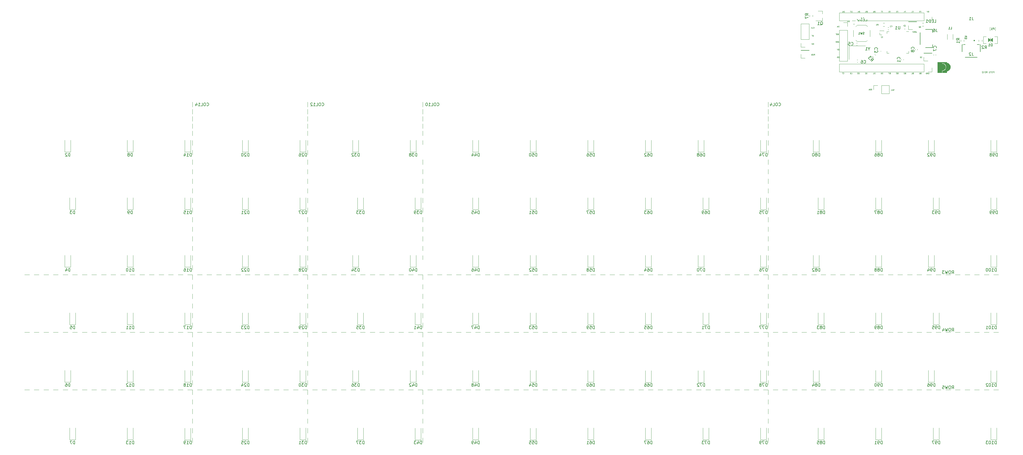
<source format=gbo>
G04 #@! TF.GenerationSoftware,KiCad,Pcbnew,(5.1.10)-1*
G04 #@! TF.CreationDate,2021-12-06T23:46:42-03:00*
G04 #@! TF.ProjectId,Poto-Rev2,506f746f-2d52-4657-9632-2e6b69636164,C3*
G04 #@! TF.SameCoordinates,Original*
G04 #@! TF.FileFunction,Legend,Bot*
G04 #@! TF.FilePolarity,Positive*
%FSLAX46Y46*%
G04 Gerber Fmt 4.6, Leading zero omitted, Abs format (unit mm)*
G04 Created by KiCad (PCBNEW (5.1.10)-1) date 2021-12-06 23:46:42*
%MOMM*%
%LPD*%
G01*
G04 APERTURE LIST*
%ADD10C,0.050000*%
%ADD11C,0.060000*%
%ADD12C,0.150000*%
%ADD13C,0.120000*%
%ADD14C,0.125000*%
%ADD15C,0.100000*%
%ADD16C,0.010000*%
%ADD17C,0.101600*%
%ADD18C,0.400000*%
%ADD19C,0.127000*%
%ADD20C,0.152400*%
%ADD21C,0.200000*%
%ADD22C,3.602000*%
%ADD23C,4.089800*%
%ADD24C,1.852000*%
%ADD25R,2.550000X2.500000*%
%ADD26O,1.802000X1.802000*%
%ADD27O,1.202000X2.302000*%
%ADD28O,1.402000X2.002000*%
%ADD29C,0.752000*%
G04 APERTURE END LIST*
D10*
X330549190Y-112810904D02*
X330492047Y-112829952D01*
X330396809Y-112829952D01*
X330358714Y-112810904D01*
X330339666Y-112791857D01*
X330320619Y-112753761D01*
X330320619Y-112715666D01*
X330339666Y-112677571D01*
X330358714Y-112658523D01*
X330396809Y-112639476D01*
X330473000Y-112620428D01*
X330511095Y-112601380D01*
X330530142Y-112582333D01*
X330549190Y-112544238D01*
X330549190Y-112506142D01*
X330530142Y-112468047D01*
X330511095Y-112449000D01*
X330473000Y-112429952D01*
X330377761Y-112429952D01*
X330320619Y-112449000D01*
X329920619Y-112791857D02*
X329939666Y-112810904D01*
X329996809Y-112829952D01*
X330034904Y-112829952D01*
X330092047Y-112810904D01*
X330130142Y-112772809D01*
X330149190Y-112734714D01*
X330168238Y-112658523D01*
X330168238Y-112601380D01*
X330149190Y-112525190D01*
X330130142Y-112487095D01*
X330092047Y-112449000D01*
X330034904Y-112429952D01*
X329996809Y-112429952D01*
X329939666Y-112449000D01*
X329920619Y-112468047D01*
X329558714Y-112829952D02*
X329749190Y-112829952D01*
X329749190Y-112429952D01*
X323192714Y-112683904D02*
X323135571Y-112702952D01*
X323040333Y-112702952D01*
X323002238Y-112683904D01*
X322983190Y-112664857D01*
X322964142Y-112626761D01*
X322964142Y-112588666D01*
X322983190Y-112550571D01*
X323002238Y-112531523D01*
X323040333Y-112512476D01*
X323116523Y-112493428D01*
X323154619Y-112474380D01*
X323173666Y-112455333D01*
X323192714Y-112417238D01*
X323192714Y-112379142D01*
X323173666Y-112341047D01*
X323154619Y-112322000D01*
X323116523Y-112302952D01*
X323021285Y-112302952D01*
X322964142Y-112322000D01*
X322792714Y-112702952D02*
X322792714Y-112302952D01*
X322697476Y-112302952D01*
X322640333Y-112322000D01*
X322602238Y-112360095D01*
X322583190Y-112398190D01*
X322564142Y-112474380D01*
X322564142Y-112531523D01*
X322583190Y-112607714D01*
X322602238Y-112645809D01*
X322640333Y-112683904D01*
X322697476Y-112702952D01*
X322792714Y-112702952D01*
X322411761Y-112588666D02*
X322221285Y-112588666D01*
X322449857Y-112702952D02*
X322316523Y-112302952D01*
X322183190Y-112702952D01*
X304060190Y-101145952D02*
X304193523Y-100955476D01*
X304288761Y-101145952D02*
X304288761Y-100745952D01*
X304136380Y-100745952D01*
X304098285Y-100765000D01*
X304079238Y-100784047D01*
X304060190Y-100822142D01*
X304060190Y-100879285D01*
X304079238Y-100917380D01*
X304098285Y-100936428D01*
X304136380Y-100955476D01*
X304288761Y-100955476D01*
X303679238Y-100765000D02*
X303717333Y-100745952D01*
X303774476Y-100745952D01*
X303831619Y-100765000D01*
X303869714Y-100803095D01*
X303888761Y-100841190D01*
X303907809Y-100917380D01*
X303907809Y-100974523D01*
X303888761Y-101050714D01*
X303869714Y-101088809D01*
X303831619Y-101126904D01*
X303774476Y-101145952D01*
X303736380Y-101145952D01*
X303679238Y-101126904D01*
X303660190Y-101107857D01*
X303660190Y-100974523D01*
X303736380Y-100974523D01*
X303355428Y-100936428D02*
X303298285Y-100955476D01*
X303279238Y-100974523D01*
X303260190Y-101012619D01*
X303260190Y-101069761D01*
X303279238Y-101107857D01*
X303298285Y-101126904D01*
X303336380Y-101145952D01*
X303488761Y-101145952D01*
X303488761Y-100745952D01*
X303355428Y-100745952D01*
X303317333Y-100765000D01*
X303298285Y-100784047D01*
X303279238Y-100822142D01*
X303279238Y-100860238D01*
X303298285Y-100898333D01*
X303317333Y-100917380D01*
X303355428Y-100936428D01*
X303488761Y-100936428D01*
X303999857Y-97570904D02*
X303942714Y-97589952D01*
X303847476Y-97589952D01*
X303809380Y-97570904D01*
X303790333Y-97551857D01*
X303771285Y-97513761D01*
X303771285Y-97475666D01*
X303790333Y-97437571D01*
X303809380Y-97418523D01*
X303847476Y-97399476D01*
X303923666Y-97380428D01*
X303961761Y-97361380D01*
X303980809Y-97342333D01*
X303999857Y-97304238D01*
X303999857Y-97266142D01*
X303980809Y-97228047D01*
X303961761Y-97209000D01*
X303923666Y-97189952D01*
X303828428Y-97189952D01*
X303771285Y-97209000D01*
X303637952Y-97189952D02*
X303542714Y-97589952D01*
X303466523Y-97304238D01*
X303390333Y-97589952D01*
X303295095Y-97189952D01*
X303914142Y-94922952D02*
X303914142Y-94522952D01*
X303818904Y-94522952D01*
X303761761Y-94542000D01*
X303723666Y-94580095D01*
X303704619Y-94618190D01*
X303685571Y-94694380D01*
X303685571Y-94751523D01*
X303704619Y-94827714D01*
X303723666Y-94865809D01*
X303761761Y-94903904D01*
X303818904Y-94922952D01*
X303914142Y-94922952D01*
X303571285Y-94522952D02*
X303342714Y-94522952D01*
X303457000Y-94922952D02*
X303457000Y-94522952D01*
X303895095Y-92217857D02*
X303914142Y-92236904D01*
X303971285Y-92255952D01*
X304009380Y-92255952D01*
X304066523Y-92236904D01*
X304104619Y-92198809D01*
X304123666Y-92160714D01*
X304142714Y-92084523D01*
X304142714Y-92027380D01*
X304123666Y-91951190D01*
X304104619Y-91913095D01*
X304066523Y-91875000D01*
X304009380Y-91855952D01*
X303971285Y-91855952D01*
X303914142Y-91875000D01*
X303895095Y-91894047D01*
X303533190Y-92255952D02*
X303723666Y-92255952D01*
X303723666Y-91855952D01*
X303399857Y-92255952D02*
X303399857Y-91855952D01*
X303171285Y-92255952D02*
X303342714Y-92027380D01*
X303171285Y-91855952D02*
X303399857Y-92084523D01*
X341833190Y-86521952D02*
X342023666Y-86521952D01*
X342042714Y-86712428D01*
X342023666Y-86693380D01*
X341985571Y-86674333D01*
X341890333Y-86674333D01*
X341852238Y-86693380D01*
X341833190Y-86712428D01*
X341814142Y-86750523D01*
X341814142Y-86845761D01*
X341833190Y-86883857D01*
X341852238Y-86902904D01*
X341890333Y-86921952D01*
X341985571Y-86921952D01*
X342023666Y-86902904D01*
X342042714Y-86883857D01*
X341699857Y-86521952D02*
X341566523Y-86921952D01*
X341433190Y-86521952D01*
X337959619Y-93538666D02*
X337769142Y-93538666D01*
X337997714Y-93652952D02*
X337864380Y-93252952D01*
X337731047Y-93652952D01*
X337369142Y-93652952D02*
X337502476Y-93462476D01*
X337597714Y-93652952D02*
X337597714Y-93252952D01*
X337445333Y-93252952D01*
X337407238Y-93272000D01*
X337388190Y-93291047D01*
X337369142Y-93329142D01*
X337369142Y-93386285D01*
X337388190Y-93424380D01*
X337407238Y-93443428D01*
X337445333Y-93462476D01*
X337597714Y-93462476D01*
X337197714Y-93443428D02*
X337064380Y-93443428D01*
X337007238Y-93652952D02*
X337197714Y-93652952D01*
X337197714Y-93252952D01*
X337007238Y-93252952D01*
X336702476Y-93443428D02*
X336835809Y-93443428D01*
X336835809Y-93652952D02*
X336835809Y-93252952D01*
X336645333Y-93252952D01*
X326793190Y-95094428D02*
X326659857Y-95094428D01*
X326602714Y-95303952D02*
X326793190Y-95303952D01*
X326793190Y-94903952D01*
X326602714Y-94903952D01*
X326450333Y-94942047D02*
X326431285Y-94923000D01*
X326393190Y-94903952D01*
X326297952Y-94903952D01*
X326259857Y-94923000D01*
X326240809Y-94942047D01*
X326221761Y-94980142D01*
X326221761Y-95018238D01*
X326240809Y-95075380D01*
X326469380Y-95303952D01*
X326221761Y-95303952D01*
X312334238Y-91874952D02*
X312334238Y-91474952D01*
X312239000Y-91474952D01*
X312181857Y-91494000D01*
X312143761Y-91532095D01*
X312124714Y-91570190D01*
X312105666Y-91646380D01*
X312105666Y-91703523D01*
X312124714Y-91779714D01*
X312143761Y-91817809D01*
X312181857Y-91855904D01*
X312239000Y-91874952D01*
X312334238Y-91874952D01*
X311762809Y-91608285D02*
X311762809Y-91874952D01*
X311858047Y-91455904D02*
X311953285Y-91741619D01*
X311705666Y-91741619D01*
X312004047Y-94414952D02*
X312137380Y-94224476D01*
X312232619Y-94414952D02*
X312232619Y-94014952D01*
X312080238Y-94014952D01*
X312042142Y-94034000D01*
X312023095Y-94053047D01*
X312004047Y-94091142D01*
X312004047Y-94148285D01*
X312023095Y-94186380D01*
X312042142Y-94205428D01*
X312080238Y-94224476D01*
X312232619Y-94224476D01*
X311851666Y-94395904D02*
X311794523Y-94414952D01*
X311699285Y-94414952D01*
X311661190Y-94395904D01*
X311642142Y-94376857D01*
X311623095Y-94338761D01*
X311623095Y-94300666D01*
X311642142Y-94262571D01*
X311661190Y-94243523D01*
X311699285Y-94224476D01*
X311775476Y-94205428D01*
X311813571Y-94186380D01*
X311832619Y-94167333D01*
X311851666Y-94129238D01*
X311851666Y-94091142D01*
X311832619Y-94053047D01*
X311813571Y-94034000D01*
X311775476Y-94014952D01*
X311680238Y-94014952D01*
X311623095Y-94034000D01*
X311508809Y-94014952D02*
X311280238Y-94014952D01*
X311394523Y-94414952D02*
X311394523Y-94014952D01*
X312089761Y-96574000D02*
X312127857Y-96554952D01*
X312185000Y-96554952D01*
X312242142Y-96574000D01*
X312280238Y-96612095D01*
X312299285Y-96650190D01*
X312318333Y-96726380D01*
X312318333Y-96783523D01*
X312299285Y-96859714D01*
X312280238Y-96897809D01*
X312242142Y-96935904D01*
X312185000Y-96954952D01*
X312146904Y-96954952D01*
X312089761Y-96935904D01*
X312070714Y-96916857D01*
X312070714Y-96783523D01*
X312146904Y-96783523D01*
X311899285Y-96954952D02*
X311899285Y-96554952D01*
X311670714Y-96954952D01*
X311670714Y-96554952D01*
X311480238Y-96954952D02*
X311480238Y-96554952D01*
X311385000Y-96554952D01*
X311327857Y-96574000D01*
X311289761Y-96612095D01*
X311270714Y-96650190D01*
X311251666Y-96726380D01*
X311251666Y-96783523D01*
X311270714Y-96859714D01*
X311289761Y-96897809D01*
X311327857Y-96935904D01*
X311385000Y-96954952D01*
X311480238Y-96954952D01*
X312115190Y-99094952D02*
X312305666Y-99094952D01*
X312324714Y-99285428D01*
X312305666Y-99266380D01*
X312267571Y-99247333D01*
X312172333Y-99247333D01*
X312134238Y-99266380D01*
X312115190Y-99285428D01*
X312096142Y-99323523D01*
X312096142Y-99418761D01*
X312115190Y-99456857D01*
X312134238Y-99475904D01*
X312172333Y-99494952D01*
X312267571Y-99494952D01*
X312305666Y-99475904D01*
X312324714Y-99456857D01*
X311981857Y-99094952D02*
X311848523Y-99494952D01*
X311715190Y-99094952D01*
X312334238Y-102034952D02*
X312334238Y-101634952D01*
X312239000Y-101634952D01*
X312181857Y-101654000D01*
X312143761Y-101692095D01*
X312124714Y-101730190D01*
X312105666Y-101806380D01*
X312105666Y-101863523D01*
X312124714Y-101939714D01*
X312143761Y-101977809D01*
X312181857Y-102015904D01*
X312239000Y-102034952D01*
X312334238Y-102034952D01*
X311743761Y-101634952D02*
X311934238Y-101634952D01*
X311953285Y-101825428D01*
X311934238Y-101806380D01*
X311896142Y-101787333D01*
X311800904Y-101787333D01*
X311762809Y-101806380D01*
X311743761Y-101825428D01*
X311724714Y-101863523D01*
X311724714Y-101958761D01*
X311743761Y-101996857D01*
X311762809Y-102015904D01*
X311800904Y-102034952D01*
X311896142Y-102034952D01*
X311934238Y-102015904D01*
X311953285Y-101996857D01*
X339747190Y-101825428D02*
X339613857Y-101825428D01*
X339556714Y-102034952D02*
X339747190Y-102034952D01*
X339747190Y-101634952D01*
X339556714Y-101634952D01*
X339213857Y-101634952D02*
X339290047Y-101634952D01*
X339328142Y-101654000D01*
X339347190Y-101673047D01*
X339385285Y-101730190D01*
X339404333Y-101806380D01*
X339404333Y-101958761D01*
X339385285Y-101996857D01*
X339366238Y-102015904D01*
X339328142Y-102034952D01*
X339251952Y-102034952D01*
X339213857Y-102015904D01*
X339194809Y-101996857D01*
X339175761Y-101958761D01*
X339175761Y-101863523D01*
X339194809Y-101825428D01*
X339213857Y-101806380D01*
X339251952Y-101787333D01*
X339328142Y-101787333D01*
X339366238Y-101806380D01*
X339385285Y-101825428D01*
X339404333Y-101863523D01*
X341934761Y-106988000D02*
X341972857Y-106968952D01*
X342030000Y-106968952D01*
X342087142Y-106988000D01*
X342125238Y-107026095D01*
X342144285Y-107064190D01*
X342163333Y-107140380D01*
X342163333Y-107197523D01*
X342144285Y-107273714D01*
X342125238Y-107311809D01*
X342087142Y-107349904D01*
X342030000Y-107368952D01*
X341991904Y-107368952D01*
X341934761Y-107349904D01*
X341915714Y-107330857D01*
X341915714Y-107197523D01*
X341991904Y-107197523D01*
X341744285Y-107368952D02*
X341744285Y-106968952D01*
X341515714Y-107368952D01*
X341515714Y-106968952D01*
X341325238Y-107368952D02*
X341325238Y-106968952D01*
X341230000Y-106968952D01*
X341172857Y-106988000D01*
X341134761Y-107026095D01*
X341115714Y-107064190D01*
X341096666Y-107140380D01*
X341096666Y-107197523D01*
X341115714Y-107273714D01*
X341134761Y-107311809D01*
X341172857Y-107349904D01*
X341230000Y-107368952D01*
X341325238Y-107368952D01*
X339378904Y-107159428D02*
X339321761Y-107178476D01*
X339302714Y-107197523D01*
X339283666Y-107235619D01*
X339283666Y-107292761D01*
X339302714Y-107330857D01*
X339321761Y-107349904D01*
X339359857Y-107368952D01*
X339512238Y-107368952D01*
X339512238Y-106968952D01*
X339378904Y-106968952D01*
X339340809Y-106988000D01*
X339321761Y-107007047D01*
X339302714Y-107045142D01*
X339302714Y-107083238D01*
X339321761Y-107121333D01*
X339340809Y-107140380D01*
X339378904Y-107159428D01*
X339512238Y-107159428D01*
X339036047Y-106968952D02*
X338997952Y-106968952D01*
X338959857Y-106988000D01*
X338940809Y-107007047D01*
X338921761Y-107045142D01*
X338902714Y-107121333D01*
X338902714Y-107216571D01*
X338921761Y-107292761D01*
X338940809Y-107330857D01*
X338959857Y-107349904D01*
X338997952Y-107368952D01*
X339036047Y-107368952D01*
X339074142Y-107349904D01*
X339093190Y-107330857D01*
X339112238Y-107292761D01*
X339131285Y-107216571D01*
X339131285Y-107121333D01*
X339112238Y-107045142D01*
X339093190Y-107007047D01*
X339074142Y-106988000D01*
X339036047Y-106968952D01*
X336838904Y-107159428D02*
X336781761Y-107178476D01*
X336762714Y-107197523D01*
X336743666Y-107235619D01*
X336743666Y-107292761D01*
X336762714Y-107330857D01*
X336781761Y-107349904D01*
X336819857Y-107368952D01*
X336972238Y-107368952D01*
X336972238Y-106968952D01*
X336838904Y-106968952D01*
X336800809Y-106988000D01*
X336781761Y-107007047D01*
X336762714Y-107045142D01*
X336762714Y-107083238D01*
X336781761Y-107121333D01*
X336800809Y-107140380D01*
X336838904Y-107159428D01*
X336972238Y-107159428D01*
X336362714Y-107368952D02*
X336591285Y-107368952D01*
X336477000Y-107368952D02*
X336477000Y-106968952D01*
X336515095Y-107026095D01*
X336553190Y-107064190D01*
X336591285Y-107083238D01*
X334298904Y-107159428D02*
X334241761Y-107178476D01*
X334222714Y-107197523D01*
X334203666Y-107235619D01*
X334203666Y-107292761D01*
X334222714Y-107330857D01*
X334241761Y-107349904D01*
X334279857Y-107368952D01*
X334432238Y-107368952D01*
X334432238Y-106968952D01*
X334298904Y-106968952D01*
X334260809Y-106988000D01*
X334241761Y-107007047D01*
X334222714Y-107045142D01*
X334222714Y-107083238D01*
X334241761Y-107121333D01*
X334260809Y-107140380D01*
X334298904Y-107159428D01*
X334432238Y-107159428D01*
X334051285Y-107007047D02*
X334032238Y-106988000D01*
X333994142Y-106968952D01*
X333898904Y-106968952D01*
X333860809Y-106988000D01*
X333841761Y-107007047D01*
X333822714Y-107045142D01*
X333822714Y-107083238D01*
X333841761Y-107140380D01*
X334070333Y-107368952D01*
X333822714Y-107368952D01*
X331758904Y-107159428D02*
X331701761Y-107178476D01*
X331682714Y-107197523D01*
X331663666Y-107235619D01*
X331663666Y-107292761D01*
X331682714Y-107330857D01*
X331701761Y-107349904D01*
X331739857Y-107368952D01*
X331892238Y-107368952D01*
X331892238Y-106968952D01*
X331758904Y-106968952D01*
X331720809Y-106988000D01*
X331701761Y-107007047D01*
X331682714Y-107045142D01*
X331682714Y-107083238D01*
X331701761Y-107121333D01*
X331720809Y-107140380D01*
X331758904Y-107159428D01*
X331892238Y-107159428D01*
X331530333Y-106968952D02*
X331282714Y-106968952D01*
X331416047Y-107121333D01*
X331358904Y-107121333D01*
X331320809Y-107140380D01*
X331301761Y-107159428D01*
X331282714Y-107197523D01*
X331282714Y-107292761D01*
X331301761Y-107330857D01*
X331320809Y-107349904D01*
X331358904Y-107368952D01*
X331473190Y-107368952D01*
X331511285Y-107349904D01*
X331530333Y-107330857D01*
X329218904Y-107159428D02*
X329161761Y-107178476D01*
X329142714Y-107197523D01*
X329123666Y-107235619D01*
X329123666Y-107292761D01*
X329142714Y-107330857D01*
X329161761Y-107349904D01*
X329199857Y-107368952D01*
X329352238Y-107368952D01*
X329352238Y-106968952D01*
X329218904Y-106968952D01*
X329180809Y-106988000D01*
X329161761Y-107007047D01*
X329142714Y-107045142D01*
X329142714Y-107083238D01*
X329161761Y-107121333D01*
X329180809Y-107140380D01*
X329218904Y-107159428D01*
X329352238Y-107159428D01*
X328990333Y-106968952D02*
X328723666Y-106968952D01*
X328895095Y-107368952D01*
X326812238Y-107368952D02*
X326812238Y-106968952D01*
X326717000Y-106968952D01*
X326659857Y-106988000D01*
X326621761Y-107026095D01*
X326602714Y-107064190D01*
X326583666Y-107140380D01*
X326583666Y-107197523D01*
X326602714Y-107273714D01*
X326621761Y-107311809D01*
X326659857Y-107349904D01*
X326717000Y-107368952D01*
X326812238Y-107368952D01*
X326336047Y-106968952D02*
X326297952Y-106968952D01*
X326259857Y-106988000D01*
X326240809Y-107007047D01*
X326221761Y-107045142D01*
X326202714Y-107121333D01*
X326202714Y-107216571D01*
X326221761Y-107292761D01*
X326240809Y-107330857D01*
X326259857Y-107349904D01*
X326297952Y-107368952D01*
X326336047Y-107368952D01*
X326374142Y-107349904D01*
X326393190Y-107330857D01*
X326412238Y-107292761D01*
X326431285Y-107216571D01*
X326431285Y-107121333D01*
X326412238Y-107045142D01*
X326393190Y-107007047D01*
X326374142Y-106988000D01*
X326336047Y-106968952D01*
X324272238Y-107368952D02*
X324272238Y-106968952D01*
X324177000Y-106968952D01*
X324119857Y-106988000D01*
X324081761Y-107026095D01*
X324062714Y-107064190D01*
X324043666Y-107140380D01*
X324043666Y-107197523D01*
X324062714Y-107273714D01*
X324081761Y-107311809D01*
X324119857Y-107349904D01*
X324177000Y-107368952D01*
X324272238Y-107368952D01*
X323662714Y-107368952D02*
X323891285Y-107368952D01*
X323777000Y-107368952D02*
X323777000Y-106968952D01*
X323815095Y-107026095D01*
X323853190Y-107064190D01*
X323891285Y-107083238D01*
X321605238Y-107368952D02*
X321605238Y-106968952D01*
X321510000Y-106968952D01*
X321452857Y-106988000D01*
X321414761Y-107026095D01*
X321395714Y-107064190D01*
X321376666Y-107140380D01*
X321376666Y-107197523D01*
X321395714Y-107273714D01*
X321414761Y-107311809D01*
X321452857Y-107349904D01*
X321510000Y-107368952D01*
X321605238Y-107368952D01*
X321224285Y-107007047D02*
X321205238Y-106988000D01*
X321167142Y-106968952D01*
X321071904Y-106968952D01*
X321033809Y-106988000D01*
X321014761Y-107007047D01*
X320995714Y-107045142D01*
X320995714Y-107083238D01*
X321014761Y-107140380D01*
X321243333Y-107368952D01*
X320995714Y-107368952D01*
X319065238Y-107368952D02*
X319065238Y-106968952D01*
X318970000Y-106968952D01*
X318912857Y-106988000D01*
X318874761Y-107026095D01*
X318855714Y-107064190D01*
X318836666Y-107140380D01*
X318836666Y-107197523D01*
X318855714Y-107273714D01*
X318874761Y-107311809D01*
X318912857Y-107349904D01*
X318970000Y-107368952D01*
X319065238Y-107368952D01*
X318703333Y-106968952D02*
X318455714Y-106968952D01*
X318589047Y-107121333D01*
X318531904Y-107121333D01*
X318493809Y-107140380D01*
X318474761Y-107159428D01*
X318455714Y-107197523D01*
X318455714Y-107292761D01*
X318474761Y-107330857D01*
X318493809Y-107349904D01*
X318531904Y-107368952D01*
X318646190Y-107368952D01*
X318684285Y-107349904D01*
X318703333Y-107330857D01*
X316423666Y-107330857D02*
X316442714Y-107349904D01*
X316499857Y-107368952D01*
X316537952Y-107368952D01*
X316595095Y-107349904D01*
X316633190Y-107311809D01*
X316652238Y-107273714D01*
X316671285Y-107197523D01*
X316671285Y-107140380D01*
X316652238Y-107064190D01*
X316633190Y-107026095D01*
X316595095Y-106988000D01*
X316537952Y-106968952D01*
X316499857Y-106968952D01*
X316442714Y-106988000D01*
X316423666Y-107007047D01*
X316080809Y-106968952D02*
X316157000Y-106968952D01*
X316195095Y-106988000D01*
X316214142Y-107007047D01*
X316252238Y-107064190D01*
X316271285Y-107140380D01*
X316271285Y-107292761D01*
X316252238Y-107330857D01*
X316233190Y-107349904D01*
X316195095Y-107368952D01*
X316118904Y-107368952D01*
X316080809Y-107349904D01*
X316061761Y-107330857D01*
X316042714Y-107292761D01*
X316042714Y-107197523D01*
X316061761Y-107159428D01*
X316080809Y-107140380D01*
X316118904Y-107121333D01*
X316195095Y-107121333D01*
X316233190Y-107140380D01*
X316252238Y-107159428D01*
X316271285Y-107197523D01*
X313756666Y-107330857D02*
X313775714Y-107349904D01*
X313832857Y-107368952D01*
X313870952Y-107368952D01*
X313928095Y-107349904D01*
X313966190Y-107311809D01*
X313985238Y-107273714D01*
X314004285Y-107197523D01*
X314004285Y-107140380D01*
X313985238Y-107064190D01*
X313966190Y-107026095D01*
X313928095Y-106988000D01*
X313870952Y-106968952D01*
X313832857Y-106968952D01*
X313775714Y-106988000D01*
X313756666Y-107007047D01*
X313623333Y-106968952D02*
X313356666Y-106968952D01*
X313528095Y-107368952D01*
X339350333Y-86712428D02*
X339483666Y-86712428D01*
X339483666Y-86921952D02*
X339483666Y-86521952D01*
X339293190Y-86521952D01*
X339064619Y-86521952D02*
X339026523Y-86521952D01*
X338988428Y-86541000D01*
X338969380Y-86560047D01*
X338950333Y-86598142D01*
X338931285Y-86674333D01*
X338931285Y-86769571D01*
X338950333Y-86845761D01*
X338969380Y-86883857D01*
X338988428Y-86902904D01*
X339026523Y-86921952D01*
X339064619Y-86921952D01*
X339102714Y-86902904D01*
X339121761Y-86883857D01*
X339140809Y-86845761D01*
X339159857Y-86769571D01*
X339159857Y-86674333D01*
X339140809Y-86598142D01*
X339121761Y-86560047D01*
X339102714Y-86541000D01*
X339064619Y-86521952D01*
X336810333Y-86712428D02*
X336943666Y-86712428D01*
X336943666Y-86921952D02*
X336943666Y-86521952D01*
X336753190Y-86521952D01*
X336391285Y-86921952D02*
X336619857Y-86921952D01*
X336505571Y-86921952D02*
X336505571Y-86521952D01*
X336543666Y-86579095D01*
X336581761Y-86617190D01*
X336619857Y-86636238D01*
X334270333Y-86712428D02*
X334403666Y-86712428D01*
X334403666Y-86921952D02*
X334403666Y-86521952D01*
X334213190Y-86521952D01*
X333889380Y-86655285D02*
X333889380Y-86921952D01*
X333984619Y-86502904D02*
X334079857Y-86788619D01*
X333832238Y-86788619D01*
X331730333Y-86712428D02*
X331863666Y-86712428D01*
X331863666Y-86921952D02*
X331863666Y-86521952D01*
X331673190Y-86521952D01*
X331330333Y-86521952D02*
X331520809Y-86521952D01*
X331539857Y-86712428D01*
X331520809Y-86693380D01*
X331482714Y-86674333D01*
X331387476Y-86674333D01*
X331349380Y-86693380D01*
X331330333Y-86712428D01*
X331311285Y-86750523D01*
X331311285Y-86845761D01*
X331330333Y-86883857D01*
X331349380Y-86902904D01*
X331387476Y-86921952D01*
X331482714Y-86921952D01*
X331520809Y-86902904D01*
X331539857Y-86883857D01*
X329190333Y-86712428D02*
X329323666Y-86712428D01*
X329323666Y-86921952D02*
X329323666Y-86521952D01*
X329133190Y-86521952D01*
X328809380Y-86521952D02*
X328885571Y-86521952D01*
X328923666Y-86541000D01*
X328942714Y-86560047D01*
X328980809Y-86617190D01*
X328999857Y-86693380D01*
X328999857Y-86845761D01*
X328980809Y-86883857D01*
X328961761Y-86902904D01*
X328923666Y-86921952D01*
X328847476Y-86921952D01*
X328809380Y-86902904D01*
X328790333Y-86883857D01*
X328771285Y-86845761D01*
X328771285Y-86750523D01*
X328790333Y-86712428D01*
X328809380Y-86693380D01*
X328847476Y-86674333D01*
X328923666Y-86674333D01*
X328961761Y-86693380D01*
X328980809Y-86712428D01*
X328999857Y-86750523D01*
X326650333Y-86712428D02*
X326783666Y-86712428D01*
X326783666Y-86921952D02*
X326783666Y-86521952D01*
X326593190Y-86521952D01*
X326478904Y-86521952D02*
X326212238Y-86521952D01*
X326383666Y-86921952D01*
X324138904Y-86712428D02*
X324081761Y-86731476D01*
X324062714Y-86750523D01*
X324043666Y-86788619D01*
X324043666Y-86845761D01*
X324062714Y-86883857D01*
X324081761Y-86902904D01*
X324119857Y-86921952D01*
X324272238Y-86921952D01*
X324272238Y-86521952D01*
X324138904Y-86521952D01*
X324100809Y-86541000D01*
X324081761Y-86560047D01*
X324062714Y-86598142D01*
X324062714Y-86636238D01*
X324081761Y-86674333D01*
X324100809Y-86693380D01*
X324138904Y-86712428D01*
X324272238Y-86712428D01*
X323700809Y-86521952D02*
X323777000Y-86521952D01*
X323815095Y-86541000D01*
X323834142Y-86560047D01*
X323872238Y-86617190D01*
X323891285Y-86693380D01*
X323891285Y-86845761D01*
X323872238Y-86883857D01*
X323853190Y-86902904D01*
X323815095Y-86921952D01*
X323738904Y-86921952D01*
X323700809Y-86902904D01*
X323681761Y-86883857D01*
X323662714Y-86845761D01*
X323662714Y-86750523D01*
X323681761Y-86712428D01*
X323700809Y-86693380D01*
X323738904Y-86674333D01*
X323815095Y-86674333D01*
X323853190Y-86693380D01*
X323872238Y-86712428D01*
X323891285Y-86750523D01*
X321598904Y-86712428D02*
X321541761Y-86731476D01*
X321522714Y-86750523D01*
X321503666Y-86788619D01*
X321503666Y-86845761D01*
X321522714Y-86883857D01*
X321541761Y-86902904D01*
X321579857Y-86921952D01*
X321732238Y-86921952D01*
X321732238Y-86521952D01*
X321598904Y-86521952D01*
X321560809Y-86541000D01*
X321541761Y-86560047D01*
X321522714Y-86598142D01*
X321522714Y-86636238D01*
X321541761Y-86674333D01*
X321560809Y-86693380D01*
X321598904Y-86712428D01*
X321732238Y-86712428D01*
X321141761Y-86521952D02*
X321332238Y-86521952D01*
X321351285Y-86712428D01*
X321332238Y-86693380D01*
X321294142Y-86674333D01*
X321198904Y-86674333D01*
X321160809Y-86693380D01*
X321141761Y-86712428D01*
X321122714Y-86750523D01*
X321122714Y-86845761D01*
X321141761Y-86883857D01*
X321160809Y-86902904D01*
X321198904Y-86921952D01*
X321294142Y-86921952D01*
X321332238Y-86902904D01*
X321351285Y-86883857D01*
X319058904Y-86712428D02*
X319001761Y-86731476D01*
X318982714Y-86750523D01*
X318963666Y-86788619D01*
X318963666Y-86845761D01*
X318982714Y-86883857D01*
X319001761Y-86902904D01*
X319039857Y-86921952D01*
X319192238Y-86921952D01*
X319192238Y-86521952D01*
X319058904Y-86521952D01*
X319020809Y-86541000D01*
X319001761Y-86560047D01*
X318982714Y-86598142D01*
X318982714Y-86636238D01*
X319001761Y-86674333D01*
X319020809Y-86693380D01*
X319058904Y-86712428D01*
X319192238Y-86712428D01*
X318620809Y-86655285D02*
X318620809Y-86921952D01*
X318716047Y-86502904D02*
X318811285Y-86788619D01*
X318563666Y-86788619D01*
X316652238Y-86921952D02*
X316652238Y-86521952D01*
X316557000Y-86521952D01*
X316499857Y-86541000D01*
X316461761Y-86579095D01*
X316442714Y-86617190D01*
X316423666Y-86693380D01*
X316423666Y-86750523D01*
X316442714Y-86826714D01*
X316461761Y-86864809D01*
X316499857Y-86902904D01*
X316557000Y-86921952D01*
X316652238Y-86921952D01*
X316290333Y-86521952D02*
X316023666Y-86521952D01*
X316195095Y-86921952D01*
D11*
X314112238Y-86921952D02*
X314112238Y-86521952D01*
X314017000Y-86521952D01*
X313959857Y-86541000D01*
X313921761Y-86579095D01*
X313902714Y-86617190D01*
X313883666Y-86693380D01*
X313883666Y-86750523D01*
X313902714Y-86826714D01*
X313921761Y-86864809D01*
X313959857Y-86902904D01*
X314017000Y-86921952D01*
X314112238Y-86921952D01*
X313540809Y-86521952D02*
X313617000Y-86521952D01*
X313655095Y-86541000D01*
X313674142Y-86560047D01*
X313712238Y-86617190D01*
X313731285Y-86693380D01*
X313731285Y-86845761D01*
X313712238Y-86883857D01*
X313693190Y-86902904D01*
X313655095Y-86921952D01*
X313578904Y-86921952D01*
X313540809Y-86902904D01*
X313521761Y-86883857D01*
X313502714Y-86845761D01*
X313502714Y-86750523D01*
X313521761Y-86712428D01*
X313540809Y-86693380D01*
X313578904Y-86674333D01*
X313655095Y-86674333D01*
X313693190Y-86693380D01*
X313712238Y-86712428D01*
X313731285Y-86750523D01*
D12*
X103171428Y-117832142D02*
X103219047Y-117879761D01*
X103361904Y-117927380D01*
X103457142Y-117927380D01*
X103600000Y-117879761D01*
X103695238Y-117784523D01*
X103742857Y-117689285D01*
X103790476Y-117498809D01*
X103790476Y-117355952D01*
X103742857Y-117165476D01*
X103695238Y-117070238D01*
X103600000Y-116975000D01*
X103457142Y-116927380D01*
X103361904Y-116927380D01*
X103219047Y-116975000D01*
X103171428Y-117022619D01*
X102552380Y-116927380D02*
X102361904Y-116927380D01*
X102266666Y-116975000D01*
X102171428Y-117070238D01*
X102123809Y-117260714D01*
X102123809Y-117594047D01*
X102171428Y-117784523D01*
X102266666Y-117879761D01*
X102361904Y-117927380D01*
X102552380Y-117927380D01*
X102647619Y-117879761D01*
X102742857Y-117784523D01*
X102790476Y-117594047D01*
X102790476Y-117260714D01*
X102742857Y-117070238D01*
X102647619Y-116975000D01*
X102552380Y-116927380D01*
X101219047Y-117927380D02*
X101695238Y-117927380D01*
X101695238Y-116927380D01*
X100361904Y-117927380D02*
X100933333Y-117927380D01*
X100647619Y-117927380D02*
X100647619Y-116927380D01*
X100742857Y-117070238D01*
X100838095Y-117165476D01*
X100933333Y-117213095D01*
X99504761Y-117260714D02*
X99504761Y-117927380D01*
X99742857Y-116879761D02*
X99980952Y-117594047D01*
X99361904Y-117594047D01*
X141271428Y-117832142D02*
X141319047Y-117879761D01*
X141461904Y-117927380D01*
X141557142Y-117927380D01*
X141700000Y-117879761D01*
X141795238Y-117784523D01*
X141842857Y-117689285D01*
X141890476Y-117498809D01*
X141890476Y-117355952D01*
X141842857Y-117165476D01*
X141795238Y-117070238D01*
X141700000Y-116975000D01*
X141557142Y-116927380D01*
X141461904Y-116927380D01*
X141319047Y-116975000D01*
X141271428Y-117022619D01*
X140652380Y-116927380D02*
X140461904Y-116927380D01*
X140366666Y-116975000D01*
X140271428Y-117070238D01*
X140223809Y-117260714D01*
X140223809Y-117594047D01*
X140271428Y-117784523D01*
X140366666Y-117879761D01*
X140461904Y-117927380D01*
X140652380Y-117927380D01*
X140747619Y-117879761D01*
X140842857Y-117784523D01*
X140890476Y-117594047D01*
X140890476Y-117260714D01*
X140842857Y-117070238D01*
X140747619Y-116975000D01*
X140652380Y-116927380D01*
X139319047Y-117927380D02*
X139795238Y-117927380D01*
X139795238Y-116927380D01*
X138461904Y-117927380D02*
X139033333Y-117927380D01*
X138747619Y-117927380D02*
X138747619Y-116927380D01*
X138842857Y-117070238D01*
X138938095Y-117165476D01*
X139033333Y-117213095D01*
X138080952Y-117022619D02*
X138033333Y-116975000D01*
X137938095Y-116927380D01*
X137700000Y-116927380D01*
X137604761Y-116975000D01*
X137557142Y-117022619D01*
X137509523Y-117117857D01*
X137509523Y-117213095D01*
X137557142Y-117355952D01*
X138128571Y-117927380D01*
X137509523Y-117927380D01*
D13*
X136525000Y-116681250D02*
X136525000Y-118268750D01*
X98425000Y-116681250D02*
X98425000Y-118268750D01*
D12*
X349718154Y-173489880D02*
X350051488Y-173013690D01*
X350289583Y-173489880D02*
X350289583Y-172489880D01*
X349908630Y-172489880D01*
X349813392Y-172537500D01*
X349765773Y-172585119D01*
X349718154Y-172680357D01*
X349718154Y-172823214D01*
X349765773Y-172918452D01*
X349813392Y-172966071D01*
X349908630Y-173013690D01*
X350289583Y-173013690D01*
X349099107Y-172489880D02*
X348908630Y-172489880D01*
X348813392Y-172537500D01*
X348718154Y-172632738D01*
X348670535Y-172823214D01*
X348670535Y-173156547D01*
X348718154Y-173347023D01*
X348813392Y-173442261D01*
X348908630Y-173489880D01*
X349099107Y-173489880D01*
X349194345Y-173442261D01*
X349289583Y-173347023D01*
X349337202Y-173156547D01*
X349337202Y-172823214D01*
X349289583Y-172632738D01*
X349194345Y-172537500D01*
X349099107Y-172489880D01*
X348337202Y-172489880D02*
X348099107Y-173489880D01*
X347908630Y-172775595D01*
X347718154Y-173489880D01*
X347480059Y-172489880D01*
X347194345Y-172489880D02*
X346575297Y-172489880D01*
X346908630Y-172870833D01*
X346765773Y-172870833D01*
X346670535Y-172918452D01*
X346622916Y-172966071D01*
X346575297Y-173061309D01*
X346575297Y-173299404D01*
X346622916Y-173394642D01*
X346670535Y-173442261D01*
X346765773Y-173489880D01*
X347051488Y-173489880D01*
X347146726Y-173442261D01*
X347194345Y-173394642D01*
X349718154Y-192539880D02*
X350051488Y-192063690D01*
X350289583Y-192539880D02*
X350289583Y-191539880D01*
X349908630Y-191539880D01*
X349813392Y-191587500D01*
X349765773Y-191635119D01*
X349718154Y-191730357D01*
X349718154Y-191873214D01*
X349765773Y-191968452D01*
X349813392Y-192016071D01*
X349908630Y-192063690D01*
X350289583Y-192063690D01*
X349099107Y-191539880D02*
X348908630Y-191539880D01*
X348813392Y-191587500D01*
X348718154Y-191682738D01*
X348670535Y-191873214D01*
X348670535Y-192206547D01*
X348718154Y-192397023D01*
X348813392Y-192492261D01*
X348908630Y-192539880D01*
X349099107Y-192539880D01*
X349194345Y-192492261D01*
X349289583Y-192397023D01*
X349337202Y-192206547D01*
X349337202Y-191873214D01*
X349289583Y-191682738D01*
X349194345Y-191587500D01*
X349099107Y-191539880D01*
X348337202Y-191539880D02*
X348099107Y-192539880D01*
X347908630Y-191825595D01*
X347718154Y-192539880D01*
X347480059Y-191539880D01*
X346670535Y-191873214D02*
X346670535Y-192539880D01*
X346908630Y-191492261D02*
X347146726Y-192206547D01*
X346527678Y-192206547D01*
X349718154Y-211589880D02*
X350051488Y-211113690D01*
X350289583Y-211589880D02*
X350289583Y-210589880D01*
X349908630Y-210589880D01*
X349813392Y-210637500D01*
X349765773Y-210685119D01*
X349718154Y-210780357D01*
X349718154Y-210923214D01*
X349765773Y-211018452D01*
X349813392Y-211066071D01*
X349908630Y-211113690D01*
X350289583Y-211113690D01*
X349099107Y-210589880D02*
X348908630Y-210589880D01*
X348813392Y-210637500D01*
X348718154Y-210732738D01*
X348670535Y-210923214D01*
X348670535Y-211256547D01*
X348718154Y-211447023D01*
X348813392Y-211542261D01*
X348908630Y-211589880D01*
X349099107Y-211589880D01*
X349194345Y-211542261D01*
X349289583Y-211447023D01*
X349337202Y-211256547D01*
X349337202Y-210923214D01*
X349289583Y-210732738D01*
X349194345Y-210637500D01*
X349099107Y-210589880D01*
X348337202Y-210589880D02*
X348099107Y-211589880D01*
X347908630Y-210875595D01*
X347718154Y-211589880D01*
X347480059Y-210589880D01*
X346622916Y-210589880D02*
X347099107Y-210589880D01*
X347146726Y-211066071D01*
X347099107Y-211018452D01*
X347003869Y-210970833D01*
X346765773Y-210970833D01*
X346670535Y-211018452D01*
X346622916Y-211066071D01*
X346575297Y-211161309D01*
X346575297Y-211399404D01*
X346622916Y-211494642D01*
X346670535Y-211542261D01*
X346765773Y-211589880D01*
X347003869Y-211589880D01*
X347099107Y-211542261D01*
X347146726Y-211494642D01*
D13*
X266700000Y-173831250D02*
X265112500Y-173831250D01*
X323850000Y-173831250D02*
X322262500Y-173831250D01*
X358775000Y-173831250D02*
X357187500Y-173831250D01*
X276225000Y-173831250D02*
X274637500Y-173831250D01*
X196850000Y-173831250D02*
X195262500Y-173831250D01*
X200025000Y-173831250D02*
X198437500Y-173831250D01*
X203200000Y-173831250D02*
X201612500Y-173831250D01*
X215900000Y-173831250D02*
X214312500Y-173831250D01*
X222250000Y-173831250D02*
X220662500Y-173831250D01*
X339725000Y-173831250D02*
X338137500Y-173831250D01*
X254000000Y-173831250D02*
X252412500Y-173831250D01*
X301625000Y-173831250D02*
X300037500Y-173831250D01*
X317500000Y-173831250D02*
X315912500Y-173831250D01*
X206375000Y-173831250D02*
X204787500Y-173831250D01*
X336550000Y-173831250D02*
X334962500Y-173831250D01*
X327025000Y-173831250D02*
X325437500Y-173831250D01*
X209550000Y-173831250D02*
X207962500Y-173831250D01*
X212725000Y-173831250D02*
X211137500Y-173831250D01*
X219075000Y-173831250D02*
X217487500Y-173831250D01*
X333375000Y-173831250D02*
X331787500Y-173831250D01*
X238125000Y-173831250D02*
X236537500Y-173831250D01*
X241300000Y-173831250D02*
X239712500Y-173831250D01*
X314325000Y-173831250D02*
X312737500Y-173831250D01*
X247650000Y-173831250D02*
X246062500Y-173831250D01*
X282575000Y-173831250D02*
X280987500Y-173831250D01*
X304800000Y-173831250D02*
X303212500Y-173831250D01*
X346075000Y-173831250D02*
X344487500Y-173831250D01*
X352425000Y-173831250D02*
X350837500Y-173831250D01*
X295275000Y-173831250D02*
X293687500Y-173831250D01*
X225425000Y-173831250D02*
X223837500Y-173831250D01*
X228600000Y-173831250D02*
X227012500Y-173831250D01*
X231775000Y-173831250D02*
X230187500Y-173831250D01*
X311150000Y-173831250D02*
X309562500Y-173831250D01*
X292100000Y-173831250D02*
X290512500Y-173831250D01*
X269875000Y-173831250D02*
X268287500Y-173831250D01*
X234950000Y-173831250D02*
X233362500Y-173831250D01*
X244475000Y-173831250D02*
X242887500Y-173831250D01*
X298450000Y-173831250D02*
X296862500Y-173831250D01*
X260350000Y-173831250D02*
X258762500Y-173831250D01*
X273050000Y-173831250D02*
X271462500Y-173831250D01*
X263525000Y-173831250D02*
X261937500Y-173831250D01*
X342900000Y-173831250D02*
X341312500Y-173831250D01*
X279400000Y-173831250D02*
X277812500Y-173831250D01*
X355600000Y-173831250D02*
X354012500Y-173831250D01*
X349250000Y-173831250D02*
X347662500Y-173831250D01*
X285750000Y-173831250D02*
X284162500Y-173831250D01*
X250825000Y-173831250D02*
X249237500Y-173831250D01*
X257175000Y-173831250D02*
X255587500Y-173831250D01*
X288925000Y-173831250D02*
X287337500Y-173831250D01*
X330200000Y-173831250D02*
X328612500Y-173831250D01*
X307975000Y-173831250D02*
X306387500Y-173831250D01*
X320675000Y-173831250D02*
X319087500Y-173831250D01*
X361950000Y-173831250D02*
X360362500Y-173831250D01*
X365125000Y-173831250D02*
X363537500Y-173831250D01*
X98425000Y-173831250D02*
X98425000Y-175418750D01*
X136525000Y-173831250D02*
X136525000Y-175418750D01*
X174625000Y-173831250D02*
X174625000Y-175418750D01*
X288925000Y-173831250D02*
X288925000Y-175418750D01*
X73025000Y-173831250D02*
X71437500Y-173831250D01*
X133350000Y-173831250D02*
X131762500Y-173831250D01*
X114300000Y-173831250D02*
X112712500Y-173831250D01*
X174625000Y-173831250D02*
X173037500Y-173831250D01*
X161925000Y-173831250D02*
X160337500Y-173831250D01*
X142875000Y-173831250D02*
X141287500Y-173831250D01*
X44450000Y-173831250D02*
X42862500Y-173831250D01*
X76200000Y-173831250D02*
X74612500Y-173831250D01*
X85725000Y-173831250D02*
X84137500Y-173831250D01*
X95250000Y-173831250D02*
X93662500Y-173831250D01*
X127000000Y-173831250D02*
X125412500Y-173831250D01*
X117475000Y-173831250D02*
X115887500Y-173831250D01*
X123825000Y-173831250D02*
X122237500Y-173831250D01*
X149225000Y-173831250D02*
X147637500Y-173831250D01*
X139700000Y-173831250D02*
X138112500Y-173831250D01*
X146050000Y-173831250D02*
X144462500Y-173831250D01*
X66675000Y-173831250D02*
X65087500Y-173831250D01*
X107950000Y-173831250D02*
X106362500Y-173831250D01*
X165100000Y-173831250D02*
X163512500Y-173831250D01*
X168275000Y-173831250D02*
X166687500Y-173831250D01*
X193675000Y-173831250D02*
X192087500Y-173831250D01*
X111125000Y-173831250D02*
X109537500Y-173831250D01*
X155575000Y-173831250D02*
X153987500Y-173831250D01*
X177800000Y-173831250D02*
X176212500Y-173831250D01*
X184150000Y-173831250D02*
X182562500Y-173831250D01*
X171450000Y-173831250D02*
X169862500Y-173831250D01*
X88900000Y-173831250D02*
X87312500Y-173831250D01*
X187325000Y-173831250D02*
X185737500Y-173831250D01*
X47625000Y-173831250D02*
X46037500Y-173831250D01*
X50800000Y-173831250D02*
X49212500Y-173831250D01*
X57150000Y-173831250D02*
X55562500Y-173831250D01*
X69850000Y-173831250D02*
X68262500Y-173831250D01*
X53975000Y-173831250D02*
X52387500Y-173831250D01*
X63500000Y-173831250D02*
X61912500Y-173831250D01*
X98425000Y-173831250D02*
X96837500Y-173831250D01*
X104775000Y-173831250D02*
X103187500Y-173831250D01*
X158750000Y-173831250D02*
X157162500Y-173831250D01*
X82550000Y-173831250D02*
X80962500Y-173831250D01*
X180975000Y-173831250D02*
X179387500Y-173831250D01*
X79375000Y-173831250D02*
X77787500Y-173831250D01*
X101600000Y-173831250D02*
X100012500Y-173831250D01*
X120650000Y-173831250D02*
X119062500Y-173831250D01*
X190500000Y-173831250D02*
X188912500Y-173831250D01*
X130175000Y-173831250D02*
X128587500Y-173831250D01*
X92075000Y-173831250D02*
X90487500Y-173831250D01*
X152400000Y-173831250D02*
X150812500Y-173831250D01*
X136525000Y-173831250D02*
X134937500Y-173831250D01*
X60325000Y-173831250D02*
X58737500Y-173831250D01*
X266700000Y-192881250D02*
X265112500Y-192881250D01*
X323850000Y-192881250D02*
X322262500Y-192881250D01*
X358775000Y-192881250D02*
X357187500Y-192881250D01*
X276225000Y-192881250D02*
X274637500Y-192881250D01*
X196850000Y-192881250D02*
X195262500Y-192881250D01*
X200025000Y-192881250D02*
X198437500Y-192881250D01*
X203200000Y-192881250D02*
X201612500Y-192881250D01*
X215900000Y-192881250D02*
X214312500Y-192881250D01*
X222250000Y-192881250D02*
X220662500Y-192881250D01*
X339725000Y-192881250D02*
X338137500Y-192881250D01*
X254000000Y-192881250D02*
X252412500Y-192881250D01*
X301625000Y-192881250D02*
X300037500Y-192881250D01*
X317500000Y-192881250D02*
X315912500Y-192881250D01*
X206375000Y-192881250D02*
X204787500Y-192881250D01*
X336550000Y-192881250D02*
X334962500Y-192881250D01*
X327025000Y-192881250D02*
X325437500Y-192881250D01*
X209550000Y-192881250D02*
X207962500Y-192881250D01*
X212725000Y-192881250D02*
X211137500Y-192881250D01*
X219075000Y-192881250D02*
X217487500Y-192881250D01*
X333375000Y-192881250D02*
X331787500Y-192881250D01*
X238125000Y-192881250D02*
X236537500Y-192881250D01*
X241300000Y-192881250D02*
X239712500Y-192881250D01*
X314325000Y-192881250D02*
X312737500Y-192881250D01*
X247650000Y-192881250D02*
X246062500Y-192881250D01*
X282575000Y-192881250D02*
X280987500Y-192881250D01*
X304800000Y-192881250D02*
X303212500Y-192881250D01*
X346075000Y-192881250D02*
X344487500Y-192881250D01*
X352425000Y-192881250D02*
X350837500Y-192881250D01*
X295275000Y-192881250D02*
X293687500Y-192881250D01*
X225425000Y-192881250D02*
X223837500Y-192881250D01*
X228600000Y-192881250D02*
X227012500Y-192881250D01*
X231775000Y-192881250D02*
X230187500Y-192881250D01*
X311150000Y-192881250D02*
X309562500Y-192881250D01*
X292100000Y-192881250D02*
X290512500Y-192881250D01*
X269875000Y-192881250D02*
X268287500Y-192881250D01*
X234950000Y-192881250D02*
X233362500Y-192881250D01*
X244475000Y-192881250D02*
X242887500Y-192881250D01*
X298450000Y-192881250D02*
X296862500Y-192881250D01*
X260350000Y-192881250D02*
X258762500Y-192881250D01*
X273050000Y-192881250D02*
X271462500Y-192881250D01*
X263525000Y-192881250D02*
X261937500Y-192881250D01*
X342900000Y-192881250D02*
X341312500Y-192881250D01*
X279400000Y-192881250D02*
X277812500Y-192881250D01*
X355600000Y-192881250D02*
X354012500Y-192881250D01*
X349250000Y-192881250D02*
X347662500Y-192881250D01*
X285750000Y-192881250D02*
X284162500Y-192881250D01*
X250825000Y-192881250D02*
X249237500Y-192881250D01*
X257175000Y-192881250D02*
X255587500Y-192881250D01*
X288925000Y-192881250D02*
X287337500Y-192881250D01*
X330200000Y-192881250D02*
X328612500Y-192881250D01*
X307975000Y-192881250D02*
X306387500Y-192881250D01*
X320675000Y-192881250D02*
X319087500Y-192881250D01*
X361950000Y-192881250D02*
X360362500Y-192881250D01*
X365125000Y-192881250D02*
X363537500Y-192881250D01*
X98425000Y-192881250D02*
X98425000Y-194468750D01*
X136525000Y-192881250D02*
X136525000Y-194468750D01*
X174625000Y-192881250D02*
X174625000Y-194468750D01*
X288925000Y-192881250D02*
X288925000Y-194468750D01*
X73025000Y-192881250D02*
X71437500Y-192881250D01*
X133350000Y-192881250D02*
X131762500Y-192881250D01*
X114300000Y-192881250D02*
X112712500Y-192881250D01*
X174625000Y-192881250D02*
X173037500Y-192881250D01*
X161925000Y-192881250D02*
X160337500Y-192881250D01*
X142875000Y-192881250D02*
X141287500Y-192881250D01*
X44450000Y-192881250D02*
X42862500Y-192881250D01*
X76200000Y-192881250D02*
X74612500Y-192881250D01*
X85725000Y-192881250D02*
X84137500Y-192881250D01*
X95250000Y-192881250D02*
X93662500Y-192881250D01*
X127000000Y-192881250D02*
X125412500Y-192881250D01*
X117475000Y-192881250D02*
X115887500Y-192881250D01*
X123825000Y-192881250D02*
X122237500Y-192881250D01*
X149225000Y-192881250D02*
X147637500Y-192881250D01*
X139700000Y-192881250D02*
X138112500Y-192881250D01*
X146050000Y-192881250D02*
X144462500Y-192881250D01*
X66675000Y-192881250D02*
X65087500Y-192881250D01*
X107950000Y-192881250D02*
X106362500Y-192881250D01*
X165100000Y-192881250D02*
X163512500Y-192881250D01*
X168275000Y-192881250D02*
X166687500Y-192881250D01*
X193675000Y-192881250D02*
X192087500Y-192881250D01*
X111125000Y-192881250D02*
X109537500Y-192881250D01*
X155575000Y-192881250D02*
X153987500Y-192881250D01*
X177800000Y-192881250D02*
X176212500Y-192881250D01*
X184150000Y-192881250D02*
X182562500Y-192881250D01*
X171450000Y-192881250D02*
X169862500Y-192881250D01*
X88900000Y-192881250D02*
X87312500Y-192881250D01*
X187325000Y-192881250D02*
X185737500Y-192881250D01*
X47625000Y-192881250D02*
X46037500Y-192881250D01*
X50800000Y-192881250D02*
X49212500Y-192881250D01*
X57150000Y-192881250D02*
X55562500Y-192881250D01*
X69850000Y-192881250D02*
X68262500Y-192881250D01*
X53975000Y-192881250D02*
X52387500Y-192881250D01*
X63500000Y-192881250D02*
X61912500Y-192881250D01*
X98425000Y-192881250D02*
X96837500Y-192881250D01*
X104775000Y-192881250D02*
X103187500Y-192881250D01*
X158750000Y-192881250D02*
X157162500Y-192881250D01*
X82550000Y-192881250D02*
X80962500Y-192881250D01*
X180975000Y-192881250D02*
X179387500Y-192881250D01*
X79375000Y-192881250D02*
X77787500Y-192881250D01*
X101600000Y-192881250D02*
X100012500Y-192881250D01*
X120650000Y-192881250D02*
X119062500Y-192881250D01*
X190500000Y-192881250D02*
X188912500Y-192881250D01*
X130175000Y-192881250D02*
X128587500Y-192881250D01*
X92075000Y-192881250D02*
X90487500Y-192881250D01*
X152400000Y-192881250D02*
X150812500Y-192881250D01*
X136525000Y-192881250D02*
X134937500Y-192881250D01*
X60325000Y-192881250D02*
X58737500Y-192881250D01*
X44450000Y-211931250D02*
X42862500Y-211931250D01*
X47625000Y-211931250D02*
X46037500Y-211931250D01*
X50800000Y-211931250D02*
X49212500Y-211931250D01*
X53975000Y-211931250D02*
X52387500Y-211931250D01*
X57150000Y-211931250D02*
X55562500Y-211931250D01*
X60325000Y-211931250D02*
X58737500Y-211931250D01*
X63500000Y-211931250D02*
X61912500Y-211931250D01*
X66675000Y-211931250D02*
X65087500Y-211931250D01*
X69850000Y-211931250D02*
X68262500Y-211931250D01*
X73025000Y-211931250D02*
X71437500Y-211931250D01*
X76200000Y-211931250D02*
X74612500Y-211931250D01*
X79375000Y-211931250D02*
X77787500Y-211931250D01*
X82550000Y-211931250D02*
X80962500Y-211931250D01*
X85725000Y-211931250D02*
X84137500Y-211931250D01*
X88900000Y-211931250D02*
X87312500Y-211931250D01*
X92075000Y-211931250D02*
X90487500Y-211931250D01*
X95250000Y-211931250D02*
X93662500Y-211931250D01*
X98425000Y-211931250D02*
X96837500Y-211931250D01*
X101600000Y-211931250D02*
X100012500Y-211931250D01*
X104775000Y-211931250D02*
X103187500Y-211931250D01*
X107950000Y-211931250D02*
X106362500Y-211931250D01*
X111125000Y-211931250D02*
X109537500Y-211931250D01*
X114300000Y-211931250D02*
X112712500Y-211931250D01*
X117475000Y-211931250D02*
X115887500Y-211931250D01*
X120650000Y-211931250D02*
X119062500Y-211931250D01*
X123825000Y-211931250D02*
X122237500Y-211931250D01*
X127000000Y-211931250D02*
X125412500Y-211931250D01*
X130175000Y-211931250D02*
X128587500Y-211931250D01*
X133350000Y-211931250D02*
X131762500Y-211931250D01*
X136525000Y-211931250D02*
X134937500Y-211931250D01*
X139700000Y-211931250D02*
X138112500Y-211931250D01*
X142875000Y-211931250D02*
X141287500Y-211931250D01*
X146050000Y-211931250D02*
X144462500Y-211931250D01*
X149225000Y-211931250D02*
X147637500Y-211931250D01*
X152400000Y-211931250D02*
X150812500Y-211931250D01*
X155575000Y-211931250D02*
X153987500Y-211931250D01*
X158750000Y-211931250D02*
X157162500Y-211931250D01*
X161925000Y-211931250D02*
X160337500Y-211931250D01*
X165100000Y-211931250D02*
X163512500Y-211931250D01*
X168275000Y-211931250D02*
X166687500Y-211931250D01*
X171450000Y-211931250D02*
X169862500Y-211931250D01*
X174625000Y-211931250D02*
X173037500Y-211931250D01*
X177800000Y-211931250D02*
X176212500Y-211931250D01*
X180975000Y-211931250D02*
X179387500Y-211931250D01*
X184150000Y-211931250D02*
X182562500Y-211931250D01*
X187325000Y-211931250D02*
X185737500Y-211931250D01*
X190500000Y-211931250D02*
X188912500Y-211931250D01*
X193675000Y-211931250D02*
X192087500Y-211931250D01*
X196850000Y-211931250D02*
X195262500Y-211931250D01*
X200025000Y-211931250D02*
X198437500Y-211931250D01*
X203200000Y-211931250D02*
X201612500Y-211931250D01*
X206375000Y-211931250D02*
X204787500Y-211931250D01*
X209550000Y-211931250D02*
X207962500Y-211931250D01*
X212725000Y-211931250D02*
X211137500Y-211931250D01*
X215900000Y-211931250D02*
X214312500Y-211931250D01*
X219075000Y-211931250D02*
X217487500Y-211931250D01*
X222250000Y-211931250D02*
X220662500Y-211931250D01*
X225425000Y-211931250D02*
X223837500Y-211931250D01*
X228600000Y-211931250D02*
X227012500Y-211931250D01*
X231775000Y-211931250D02*
X230187500Y-211931250D01*
X234950000Y-211931250D02*
X233362500Y-211931250D01*
X238125000Y-211931250D02*
X236537500Y-211931250D01*
X241300000Y-211931250D02*
X239712500Y-211931250D01*
X244475000Y-211931250D02*
X242887500Y-211931250D01*
X247650000Y-211931250D02*
X246062500Y-211931250D01*
X250825000Y-211931250D02*
X249237500Y-211931250D01*
X254000000Y-211931250D02*
X252412500Y-211931250D01*
X257175000Y-211931250D02*
X255587500Y-211931250D01*
X260350000Y-211931250D02*
X258762500Y-211931250D01*
X263525000Y-211931250D02*
X261937500Y-211931250D01*
X266700000Y-211931250D02*
X265112500Y-211931250D01*
X269875000Y-211931250D02*
X268287500Y-211931250D01*
X273050000Y-211931250D02*
X271462500Y-211931250D01*
X276225000Y-211931250D02*
X274637500Y-211931250D01*
X279400000Y-211931250D02*
X277812500Y-211931250D01*
X282575000Y-211931250D02*
X280987500Y-211931250D01*
X285750000Y-211931250D02*
X284162500Y-211931250D01*
X288925000Y-211931250D02*
X287337500Y-211931250D01*
X292100000Y-211931250D02*
X290512500Y-211931250D01*
X295275000Y-211931250D02*
X293687500Y-211931250D01*
X298450000Y-211931250D02*
X296862500Y-211931250D01*
X301625000Y-211931250D02*
X300037500Y-211931250D01*
X304800000Y-211931250D02*
X303212500Y-211931250D01*
X307975000Y-211931250D02*
X306387500Y-211931250D01*
X311150000Y-211931250D02*
X309562500Y-211931250D01*
X314325000Y-211931250D02*
X312737500Y-211931250D01*
X317500000Y-211931250D02*
X315912500Y-211931250D01*
X320675000Y-211931250D02*
X319087500Y-211931250D01*
X323850000Y-211931250D02*
X322262500Y-211931250D01*
X327025000Y-211931250D02*
X325437500Y-211931250D01*
X330200000Y-211931250D02*
X328612500Y-211931250D01*
X333375000Y-211931250D02*
X331787500Y-211931250D01*
X336550000Y-211931250D02*
X334962500Y-211931250D01*
X339725000Y-211931250D02*
X338137500Y-211931250D01*
X342900000Y-211931250D02*
X341312500Y-211931250D01*
X346075000Y-211931250D02*
X344487500Y-211931250D01*
X349250000Y-211931250D02*
X347662500Y-211931250D01*
X352425000Y-211931250D02*
X350837500Y-211931250D01*
X355600000Y-211931250D02*
X354012500Y-211931250D01*
X358775000Y-211931250D02*
X357187500Y-211931250D01*
X361950000Y-211931250D02*
X360362500Y-211931250D01*
X365125000Y-211931250D02*
X363537500Y-211931250D01*
X98425000Y-154781250D02*
X98425000Y-156368750D01*
X98425000Y-192881250D02*
X98425000Y-194468750D01*
X98425000Y-202406250D02*
X98425000Y-203993750D01*
X98425000Y-148431250D02*
X98425000Y-150018750D01*
X98425000Y-183356250D02*
X98425000Y-184943750D01*
X98425000Y-164306250D02*
X98425000Y-165893750D01*
X98425000Y-135731250D02*
X98425000Y-137318750D01*
X98425000Y-224631250D02*
X98425000Y-226218750D01*
X98425000Y-180181250D02*
X98425000Y-181768750D01*
X98425000Y-157956250D02*
X98425000Y-159543750D01*
X98425000Y-218281250D02*
X98425000Y-219868750D01*
X98425000Y-208756250D02*
X98425000Y-210343750D01*
X98425000Y-205581250D02*
X98425000Y-207168750D01*
X98425000Y-177006250D02*
X98425000Y-178593750D01*
X98425000Y-170656250D02*
X98425000Y-172243750D01*
X98425000Y-145256250D02*
X98425000Y-146843750D01*
X98425000Y-186531250D02*
X98425000Y-188118750D01*
X98425000Y-138906250D02*
X98425000Y-140493750D01*
X98425000Y-167481250D02*
X98425000Y-169068750D01*
X98425000Y-126206250D02*
X98425000Y-127793750D01*
X98425000Y-173831250D02*
X98425000Y-175418750D01*
X98425000Y-142081250D02*
X98425000Y-143668750D01*
X98425000Y-129381250D02*
X98425000Y-130968750D01*
X98425000Y-119062500D02*
X98425000Y-120650000D01*
X98425000Y-123825000D02*
X98425000Y-125412500D01*
X98425000Y-221456250D02*
X98425000Y-223043750D01*
X98425000Y-161131250D02*
X98425000Y-162718750D01*
X98425000Y-132556250D02*
X98425000Y-134143750D01*
X98425000Y-227806250D02*
X98425000Y-229393750D01*
X98425000Y-215106250D02*
X98425000Y-216693750D01*
X98425000Y-189706250D02*
X98425000Y-191293750D01*
X98425000Y-199231250D02*
X98425000Y-200818750D01*
X98425000Y-151606250D02*
X98425000Y-153193750D01*
X98425000Y-211931250D02*
X98425000Y-213518750D01*
X98425000Y-196056250D02*
X98425000Y-197643750D01*
X98425000Y-121443750D02*
X98425000Y-123031250D01*
X136525000Y-154781250D02*
X136525000Y-156368750D01*
X136525000Y-192881250D02*
X136525000Y-194468750D01*
X136525000Y-202406250D02*
X136525000Y-203993750D01*
X136525000Y-148431250D02*
X136525000Y-150018750D01*
X136525000Y-183356250D02*
X136525000Y-184943750D01*
X136525000Y-164306250D02*
X136525000Y-165893750D01*
X136525000Y-135731250D02*
X136525000Y-137318750D01*
X136525000Y-224631250D02*
X136525000Y-226218750D01*
X136525000Y-180181250D02*
X136525000Y-181768750D01*
X136525000Y-157956250D02*
X136525000Y-159543750D01*
X136525000Y-218281250D02*
X136525000Y-219868750D01*
X136525000Y-208756250D02*
X136525000Y-210343750D01*
X136525000Y-205581250D02*
X136525000Y-207168750D01*
X136525000Y-177006250D02*
X136525000Y-178593750D01*
X136525000Y-170656250D02*
X136525000Y-172243750D01*
X136525000Y-145256250D02*
X136525000Y-146843750D01*
X136525000Y-186531250D02*
X136525000Y-188118750D01*
X136525000Y-138906250D02*
X136525000Y-140493750D01*
X136525000Y-167481250D02*
X136525000Y-169068750D01*
X136525000Y-126206250D02*
X136525000Y-127793750D01*
X136525000Y-173831250D02*
X136525000Y-175418750D01*
X136525000Y-142081250D02*
X136525000Y-143668750D01*
X136525000Y-129381250D02*
X136525000Y-130968750D01*
X136525000Y-119062500D02*
X136525000Y-120650000D01*
X136525000Y-123825000D02*
X136525000Y-125412500D01*
X136525000Y-221456250D02*
X136525000Y-223043750D01*
X136525000Y-161131250D02*
X136525000Y-162718750D01*
X136525000Y-132556250D02*
X136525000Y-134143750D01*
X136525000Y-227806250D02*
X136525000Y-229393750D01*
X136525000Y-215106250D02*
X136525000Y-216693750D01*
X136525000Y-189706250D02*
X136525000Y-191293750D01*
X136525000Y-199231250D02*
X136525000Y-200818750D01*
X136525000Y-151606250D02*
X136525000Y-153193750D01*
X136525000Y-211931250D02*
X136525000Y-213518750D01*
X136525000Y-196056250D02*
X136525000Y-197643750D01*
X136525000Y-121443750D02*
X136525000Y-123031250D01*
D12*
X179371428Y-117832142D02*
X179419047Y-117879761D01*
X179561904Y-117927380D01*
X179657142Y-117927380D01*
X179800000Y-117879761D01*
X179895238Y-117784523D01*
X179942857Y-117689285D01*
X179990476Y-117498809D01*
X179990476Y-117355952D01*
X179942857Y-117165476D01*
X179895238Y-117070238D01*
X179800000Y-116975000D01*
X179657142Y-116927380D01*
X179561904Y-116927380D01*
X179419047Y-116975000D01*
X179371428Y-117022619D01*
X178752380Y-116927380D02*
X178561904Y-116927380D01*
X178466666Y-116975000D01*
X178371428Y-117070238D01*
X178323809Y-117260714D01*
X178323809Y-117594047D01*
X178371428Y-117784523D01*
X178466666Y-117879761D01*
X178561904Y-117927380D01*
X178752380Y-117927380D01*
X178847619Y-117879761D01*
X178942857Y-117784523D01*
X178990476Y-117594047D01*
X178990476Y-117260714D01*
X178942857Y-117070238D01*
X178847619Y-116975000D01*
X178752380Y-116927380D01*
X177419047Y-117927380D02*
X177895238Y-117927380D01*
X177895238Y-116927380D01*
X176561904Y-117927380D02*
X177133333Y-117927380D01*
X176847619Y-117927380D02*
X176847619Y-116927380D01*
X176942857Y-117070238D01*
X177038095Y-117165476D01*
X177133333Y-117213095D01*
X175942857Y-116927380D02*
X175847619Y-116927380D01*
X175752380Y-116975000D01*
X175704761Y-117022619D01*
X175657142Y-117117857D01*
X175609523Y-117308333D01*
X175609523Y-117546428D01*
X175657142Y-117736904D01*
X175704761Y-117832142D01*
X175752380Y-117879761D01*
X175847619Y-117927380D01*
X175942857Y-117927380D01*
X176038095Y-117879761D01*
X176085714Y-117832142D01*
X176133333Y-117736904D01*
X176180952Y-117546428D01*
X176180952Y-117308333D01*
X176133333Y-117117857D01*
X176085714Y-117022619D01*
X176038095Y-116975000D01*
X175942857Y-116927380D01*
D13*
X174625000Y-154781250D02*
X174625000Y-156368750D01*
X174625000Y-192881250D02*
X174625000Y-194468750D01*
X174625000Y-116681250D02*
X174625000Y-118268750D01*
X174625000Y-202406250D02*
X174625000Y-203993750D01*
X174625000Y-148431250D02*
X174625000Y-150018750D01*
X174625000Y-183356250D02*
X174625000Y-184943750D01*
X174625000Y-164306250D02*
X174625000Y-165893750D01*
X174625000Y-135731250D02*
X174625000Y-137318750D01*
X174625000Y-224631250D02*
X174625000Y-226218750D01*
X174625000Y-180181250D02*
X174625000Y-181768750D01*
X174625000Y-157956250D02*
X174625000Y-159543750D01*
X174625000Y-218281250D02*
X174625000Y-219868750D01*
X174625000Y-208756250D02*
X174625000Y-210343750D01*
X174625000Y-205581250D02*
X174625000Y-207168750D01*
X174625000Y-177006250D02*
X174625000Y-178593750D01*
X174625000Y-170656250D02*
X174625000Y-172243750D01*
X174625000Y-145256250D02*
X174625000Y-146843750D01*
X174625000Y-186531250D02*
X174625000Y-188118750D01*
X174625000Y-138906250D02*
X174625000Y-140493750D01*
X174625000Y-167481250D02*
X174625000Y-169068750D01*
X174625000Y-126206250D02*
X174625000Y-127793750D01*
X174625000Y-173831250D02*
X174625000Y-175418750D01*
X174625000Y-142081250D02*
X174625000Y-143668750D01*
X174625000Y-129381250D02*
X174625000Y-130968750D01*
X174625000Y-119062500D02*
X174625000Y-120650000D01*
X174625000Y-123825000D02*
X174625000Y-125412500D01*
X174625000Y-221456250D02*
X174625000Y-223043750D01*
X174625000Y-161131250D02*
X174625000Y-162718750D01*
X174625000Y-132556250D02*
X174625000Y-134143750D01*
X174625000Y-227806250D02*
X174625000Y-229393750D01*
X174625000Y-215106250D02*
X174625000Y-216693750D01*
X174625000Y-189706250D02*
X174625000Y-191293750D01*
X174625000Y-199231250D02*
X174625000Y-200818750D01*
X174625000Y-151606250D02*
X174625000Y-153193750D01*
X174625000Y-211931250D02*
X174625000Y-213518750D01*
X174625000Y-196056250D02*
X174625000Y-197643750D01*
X174625000Y-121443750D02*
X174625000Y-123031250D01*
D12*
X292401488Y-117832142D02*
X292449107Y-117879761D01*
X292591964Y-117927380D01*
X292687202Y-117927380D01*
X292830059Y-117879761D01*
X292925297Y-117784523D01*
X292972916Y-117689285D01*
X293020535Y-117498809D01*
X293020535Y-117355952D01*
X292972916Y-117165476D01*
X292925297Y-117070238D01*
X292830059Y-116975000D01*
X292687202Y-116927380D01*
X292591964Y-116927380D01*
X292449107Y-116975000D01*
X292401488Y-117022619D01*
X291782440Y-116927380D02*
X291591964Y-116927380D01*
X291496726Y-116975000D01*
X291401488Y-117070238D01*
X291353869Y-117260714D01*
X291353869Y-117594047D01*
X291401488Y-117784523D01*
X291496726Y-117879761D01*
X291591964Y-117927380D01*
X291782440Y-117927380D01*
X291877678Y-117879761D01*
X291972916Y-117784523D01*
X292020535Y-117594047D01*
X292020535Y-117260714D01*
X291972916Y-117070238D01*
X291877678Y-116975000D01*
X291782440Y-116927380D01*
X290449107Y-117927380D02*
X290925297Y-117927380D01*
X290925297Y-116927380D01*
X289687202Y-117260714D02*
X289687202Y-117927380D01*
X289925297Y-116879761D02*
X290163392Y-117594047D01*
X289544345Y-117594047D01*
D13*
X288925000Y-227806250D02*
X288925000Y-229393750D01*
X288925000Y-224631250D02*
X288925000Y-226218750D01*
X288925000Y-221456250D02*
X288925000Y-223043750D01*
X288925000Y-218281250D02*
X288925000Y-219868750D01*
X288925000Y-215106250D02*
X288925000Y-216693750D01*
X288925000Y-211931250D02*
X288925000Y-213518750D01*
X288925000Y-208756250D02*
X288925000Y-210343750D01*
X288925000Y-205581250D02*
X288925000Y-207168750D01*
X288925000Y-202406250D02*
X288925000Y-203993750D01*
X288925000Y-199231250D02*
X288925000Y-200818750D01*
X288925000Y-196056250D02*
X288925000Y-197643750D01*
X288925000Y-192881250D02*
X288925000Y-194468750D01*
X288925000Y-189706250D02*
X288925000Y-191293750D01*
X288925000Y-186531250D02*
X288925000Y-188118750D01*
X288925000Y-183356250D02*
X288925000Y-184943750D01*
X288925000Y-180181250D02*
X288925000Y-181768750D01*
X288925000Y-177006250D02*
X288925000Y-178593750D01*
X288925000Y-173831250D02*
X288925000Y-175418750D01*
X288925000Y-170656250D02*
X288925000Y-172243750D01*
X288925000Y-167481250D02*
X288925000Y-169068750D01*
X288925000Y-164306250D02*
X288925000Y-165893750D01*
X288925000Y-161131250D02*
X288925000Y-162718750D01*
X288925000Y-157956250D02*
X288925000Y-159543750D01*
X288925000Y-154781250D02*
X288925000Y-156368750D01*
X288925000Y-151606250D02*
X288925000Y-153193750D01*
X288925000Y-148431250D02*
X288925000Y-150018750D01*
X288925000Y-145256250D02*
X288925000Y-146843750D01*
X288925000Y-142081250D02*
X288925000Y-143668750D01*
X288925000Y-138906250D02*
X288925000Y-140493750D01*
X288925000Y-135731250D02*
X288925000Y-137318750D01*
X288925000Y-132556250D02*
X288925000Y-134143750D01*
X288925000Y-129381250D02*
X288925000Y-130968750D01*
X288925000Y-126206250D02*
X288925000Y-127793750D01*
X288925000Y-123825000D02*
X288925000Y-125412500D01*
X288925000Y-121443750D02*
X288925000Y-123031250D01*
X288925000Y-119062500D02*
X288925000Y-120650000D01*
X288925000Y-116681250D02*
X288925000Y-118268750D01*
D14*
X363654702Y-107033190D02*
X363654702Y-106533190D01*
X363464226Y-106533190D01*
X363416607Y-106557000D01*
X363392797Y-106580809D01*
X363368988Y-106628428D01*
X363368988Y-106699857D01*
X363392797Y-106747476D01*
X363416607Y-106771285D01*
X363464226Y-106795095D01*
X363654702Y-106795095D01*
X363059464Y-106533190D02*
X362964226Y-106533190D01*
X362916607Y-106557000D01*
X362868988Y-106604619D01*
X362845178Y-106699857D01*
X362845178Y-106866523D01*
X362868988Y-106961761D01*
X362916607Y-107009380D01*
X362964226Y-107033190D01*
X363059464Y-107033190D01*
X363107083Y-107009380D01*
X363154702Y-106961761D01*
X363178511Y-106866523D01*
X363178511Y-106699857D01*
X363154702Y-106604619D01*
X363107083Y-106557000D01*
X363059464Y-106533190D01*
X362702321Y-106533190D02*
X362416607Y-106533190D01*
X362559464Y-107033190D02*
X362559464Y-106533190D01*
X362154702Y-106533190D02*
X362059464Y-106533190D01*
X362011845Y-106557000D01*
X361964226Y-106604619D01*
X361940416Y-106699857D01*
X361940416Y-106866523D01*
X361964226Y-106961761D01*
X362011845Y-107009380D01*
X362059464Y-107033190D01*
X362154702Y-107033190D01*
X362202321Y-107009380D01*
X362249940Y-106961761D01*
X362273750Y-106866523D01*
X362273750Y-106699857D01*
X362249940Y-106604619D01*
X362202321Y-106557000D01*
X362154702Y-106533190D01*
X361059464Y-107033190D02*
X361226130Y-106795095D01*
X361345178Y-107033190D02*
X361345178Y-106533190D01*
X361154702Y-106533190D01*
X361107083Y-106557000D01*
X361083273Y-106580809D01*
X361059464Y-106628428D01*
X361059464Y-106699857D01*
X361083273Y-106747476D01*
X361107083Y-106771285D01*
X361154702Y-106795095D01*
X361345178Y-106795095D01*
X360845178Y-106771285D02*
X360678511Y-106771285D01*
X360607083Y-107033190D02*
X360845178Y-107033190D01*
X360845178Y-106533190D01*
X360607083Y-106533190D01*
X360464226Y-106533190D02*
X360297559Y-107033190D01*
X360130892Y-106533190D01*
X359988035Y-106580809D02*
X359964226Y-106557000D01*
X359916607Y-106533190D01*
X359797559Y-106533190D01*
X359749940Y-106557000D01*
X359726130Y-106580809D01*
X359702321Y-106628428D01*
X359702321Y-106676047D01*
X359726130Y-106747476D01*
X360011845Y-107033190D01*
X359702321Y-107033190D01*
D15*
X321292500Y-90551000D02*
G75*
G03*
X321292500Y-90551000I-50000J0D01*
G01*
X344114500Y-91059000D02*
G75*
G03*
X344114500Y-91059000I-50000J0D01*
G01*
D13*
X322569500Y-94956500D02*
X322569500Y-92876500D01*
X318399500Y-91196500D02*
X317909500Y-91686500D01*
X317129500Y-94956500D02*
X317129500Y-92876500D01*
X321299500Y-91196500D02*
X321789500Y-91686500D01*
X321299500Y-91196500D02*
X318399500Y-91196500D01*
X321299500Y-96636500D02*
X321789500Y-96146500D01*
X321299500Y-96636500D02*
X318399500Y-96636500D01*
X318399500Y-96636500D02*
X317909500Y-96146500D01*
D16*
G36*
X344974333Y-106900134D02*
G01*
X346379800Y-106900134D01*
X346379800Y-106569164D01*
X346379907Y-106455545D01*
X346380597Y-106370808D01*
X346382428Y-106309969D01*
X346385955Y-106268046D01*
X346391734Y-106240053D01*
X346400322Y-106221007D01*
X346412274Y-106205924D01*
X346421363Y-106196631D01*
X346457966Y-106169035D01*
X346503527Y-106156928D01*
X346545655Y-106155067D01*
X346695195Y-106139653D01*
X346849548Y-106095431D01*
X347001982Y-106025431D01*
X347145765Y-105932682D01*
X347261708Y-105832761D01*
X347386962Y-105686516D01*
X347481302Y-105526453D01*
X347544746Y-105352529D01*
X347577311Y-105164703D01*
X347582066Y-105054400D01*
X347575894Y-104916793D01*
X347555263Y-104794304D01*
X347517000Y-104673581D01*
X347462270Y-104550079D01*
X347369237Y-104397533D01*
X347250185Y-104262751D01*
X347109562Y-104148717D01*
X346951819Y-104058415D01*
X346781406Y-103994826D01*
X346602774Y-103960936D01*
X346580485Y-103958967D01*
X346490196Y-103947660D01*
X346429376Y-103928660D01*
X346394071Y-103899748D01*
X346380329Y-103858705D01*
X346379800Y-103846292D01*
X346394633Y-103798933D01*
X346438151Y-103767262D01*
X346508877Y-103751558D01*
X346605336Y-103752100D01*
X346726054Y-103769167D01*
X346755481Y-103775116D01*
X346952717Y-103833751D01*
X347136177Y-103921726D01*
X347303027Y-104036331D01*
X347450434Y-104174857D01*
X347575566Y-104334593D01*
X347675588Y-104512831D01*
X347747668Y-104706859D01*
X347754084Y-104730237D01*
X347776123Y-104846590D01*
X347787717Y-104981252D01*
X347788686Y-105121072D01*
X347778852Y-105252905D01*
X347762476Y-105346347D01*
X347697185Y-105548349D01*
X347603709Y-105733249D01*
X347484262Y-105898876D01*
X347341056Y-106043060D01*
X347176303Y-106163629D01*
X346992217Y-106258414D01*
X346791011Y-106325244D01*
X346756153Y-106333471D01*
X346591466Y-106370154D01*
X346582140Y-106900134D01*
X347988466Y-106900134D01*
X347988466Y-106414835D01*
X348122054Y-106386128D01*
X348327008Y-106325441D01*
X348518756Y-106235368D01*
X348693723Y-106118280D01*
X348848334Y-105976546D01*
X348971989Y-105822848D01*
X349027843Y-105730426D01*
X349083479Y-105619027D01*
X349132349Y-105502944D01*
X349167908Y-105396470D01*
X349168838Y-105393067D01*
X349185532Y-105304758D01*
X349195814Y-105193877D01*
X349199699Y-105071021D01*
X349197201Y-104946789D01*
X349188334Y-104831778D01*
X349173112Y-104736587D01*
X349167934Y-104715734D01*
X349102452Y-104533182D01*
X349009943Y-104357062D01*
X348895249Y-104194651D01*
X348763210Y-104053229D01*
X348681621Y-103984479D01*
X348566915Y-103903967D01*
X348452016Y-103839431D01*
X348328457Y-103787285D01*
X348187773Y-103743939D01*
X348026566Y-103706831D01*
X348007575Y-103700584D01*
X347996221Y-103686508D01*
X347990557Y-103657296D01*
X347988635Y-103605644D01*
X347988466Y-103563945D01*
X347988466Y-103428801D01*
X344974333Y-103428801D01*
X344974333Y-106900134D01*
G37*
X344974333Y-106900134D02*
X346379800Y-106900134D01*
X346379800Y-106569164D01*
X346379907Y-106455545D01*
X346380597Y-106370808D01*
X346382428Y-106309969D01*
X346385955Y-106268046D01*
X346391734Y-106240053D01*
X346400322Y-106221007D01*
X346412274Y-106205924D01*
X346421363Y-106196631D01*
X346457966Y-106169035D01*
X346503527Y-106156928D01*
X346545655Y-106155067D01*
X346695195Y-106139653D01*
X346849548Y-106095431D01*
X347001982Y-106025431D01*
X347145765Y-105932682D01*
X347261708Y-105832761D01*
X347386962Y-105686516D01*
X347481302Y-105526453D01*
X347544746Y-105352529D01*
X347577311Y-105164703D01*
X347582066Y-105054400D01*
X347575894Y-104916793D01*
X347555263Y-104794304D01*
X347517000Y-104673581D01*
X347462270Y-104550079D01*
X347369237Y-104397533D01*
X347250185Y-104262751D01*
X347109562Y-104148717D01*
X346951819Y-104058415D01*
X346781406Y-103994826D01*
X346602774Y-103960936D01*
X346580485Y-103958967D01*
X346490196Y-103947660D01*
X346429376Y-103928660D01*
X346394071Y-103899748D01*
X346380329Y-103858705D01*
X346379800Y-103846292D01*
X346394633Y-103798933D01*
X346438151Y-103767262D01*
X346508877Y-103751558D01*
X346605336Y-103752100D01*
X346726054Y-103769167D01*
X346755481Y-103775116D01*
X346952717Y-103833751D01*
X347136177Y-103921726D01*
X347303027Y-104036331D01*
X347450434Y-104174857D01*
X347575566Y-104334593D01*
X347675588Y-104512831D01*
X347747668Y-104706859D01*
X347754084Y-104730237D01*
X347776123Y-104846590D01*
X347787717Y-104981252D01*
X347788686Y-105121072D01*
X347778852Y-105252905D01*
X347762476Y-105346347D01*
X347697185Y-105548349D01*
X347603709Y-105733249D01*
X347484262Y-105898876D01*
X347341056Y-106043060D01*
X347176303Y-106163629D01*
X346992217Y-106258414D01*
X346791011Y-106325244D01*
X346756153Y-106333471D01*
X346591466Y-106370154D01*
X346582140Y-106900134D01*
X347988466Y-106900134D01*
X347988466Y-106414835D01*
X348122054Y-106386128D01*
X348327008Y-106325441D01*
X348518756Y-106235368D01*
X348693723Y-106118280D01*
X348848334Y-105976546D01*
X348971989Y-105822848D01*
X349027843Y-105730426D01*
X349083479Y-105619027D01*
X349132349Y-105502944D01*
X349167908Y-105396470D01*
X349168838Y-105393067D01*
X349185532Y-105304758D01*
X349195814Y-105193877D01*
X349199699Y-105071021D01*
X349197201Y-104946789D01*
X349188334Y-104831778D01*
X349173112Y-104736587D01*
X349167934Y-104715734D01*
X349102452Y-104533182D01*
X349009943Y-104357062D01*
X348895249Y-104194651D01*
X348763210Y-104053229D01*
X348681621Y-103984479D01*
X348566915Y-103903967D01*
X348452016Y-103839431D01*
X348328457Y-103787285D01*
X348187773Y-103743939D01*
X348026566Y-103706831D01*
X348007575Y-103700584D01*
X347996221Y-103686508D01*
X347990557Y-103657296D01*
X347988635Y-103605644D01*
X347988466Y-103563945D01*
X347988466Y-103428801D01*
X344974333Y-103428801D01*
X344974333Y-106900134D01*
D13*
X323790000Y-111192000D02*
X323790000Y-112522000D01*
X325120000Y-111192000D02*
X323790000Y-111192000D01*
X326390000Y-111192000D02*
X326390000Y-113852000D01*
X326390000Y-113852000D02*
X328990000Y-113852000D01*
X326390000Y-111192000D02*
X328990000Y-111192000D01*
X328990000Y-111192000D02*
X328990000Y-113852000D01*
X299787000Y-98485000D02*
X301117000Y-98485000D01*
X299787000Y-97155000D02*
X299787000Y-98485000D01*
X299787000Y-95885000D02*
X302447000Y-95885000D01*
X302447000Y-95885000D02*
X302447000Y-90745000D01*
X299787000Y-95885000D02*
X299787000Y-90745000D01*
X299787000Y-90745000D02*
X302447000Y-90745000D01*
X299787000Y-102136250D02*
X301117000Y-102136250D01*
X299787000Y-100806250D02*
X299787000Y-102136250D01*
X299787000Y-99536250D02*
X302447000Y-99536250D01*
X302447000Y-99536250D02*
X302447000Y-99476250D01*
X299787000Y-99536250D02*
X299787000Y-99476250D01*
X299787000Y-99476250D02*
X302447000Y-99476250D01*
X306861750Y-86558000D02*
X306861750Y-87488000D01*
X306861750Y-89718000D02*
X306861750Y-88788000D01*
X306861750Y-89718000D02*
X304701750Y-89718000D01*
X306861750Y-86558000D02*
X305401750Y-86558000D01*
X302626500Y-87883276D02*
X302626500Y-88392724D01*
X303671500Y-87883276D02*
X303671500Y-88392724D01*
X337587000Y-99134665D02*
X337587000Y-99366335D01*
X338307000Y-99134665D02*
X338307000Y-99366335D01*
X334672500Y-93291000D02*
X335397500Y-93291000D01*
X328177500Y-100511000D02*
X328177500Y-99786000D01*
X328902500Y-100511000D02*
X328177500Y-100511000D01*
X335397500Y-100511000D02*
X335397500Y-99786000D01*
X334672500Y-100511000D02*
X335397500Y-100511000D01*
X328177500Y-93291000D02*
X328177500Y-94016000D01*
X328902500Y-93291000D02*
X328177500Y-93291000D01*
X335347000Y-92643000D02*
X336677000Y-92643000D01*
X335347000Y-91313000D02*
X335347000Y-92643000D01*
X335347000Y-90043000D02*
X338007000Y-90043000D01*
X338007000Y-90043000D02*
X338007000Y-89983000D01*
X335347000Y-90043000D02*
X335347000Y-89983000D01*
X335347000Y-89983000D02*
X338007000Y-89983000D01*
X315147000Y-90300500D02*
X313817000Y-90300500D01*
X315147000Y-91630500D02*
X315147000Y-90300500D01*
X315147000Y-92900500D02*
X312487000Y-92900500D01*
X312487000Y-92900500D02*
X312487000Y-103120500D01*
X315147000Y-92900500D02*
X315147000Y-103120500D01*
X315147000Y-103120500D02*
X312487000Y-103120500D01*
X328791835Y-92689000D02*
X328560165Y-92689000D01*
X328791835Y-91969000D02*
X328560165Y-91969000D01*
X325822000Y-94411000D02*
X326517000Y-94411000D01*
X325822000Y-93726000D02*
X325822000Y-94411000D01*
X327125276Y-93041000D02*
X327212000Y-93041000D01*
X325822000Y-93041000D02*
X325908724Y-93041000D01*
X327212000Y-93041000D02*
X327212000Y-93166000D01*
X325822000Y-93041000D02*
X325822000Y-93166000D01*
X325822000Y-93041000D02*
X327212000Y-93041000D01*
X333671500Y-102500165D02*
X333671500Y-102731835D01*
X332951500Y-102500165D02*
X332951500Y-102731835D01*
X333953665Y-91715000D02*
X334185335Y-91715000D01*
X333953665Y-92435000D02*
X334185335Y-92435000D01*
X318504835Y-103420500D02*
X318273165Y-103420500D01*
X318504835Y-102700500D02*
X318273165Y-102700500D01*
X318146165Y-97112500D02*
X318377835Y-97112500D01*
X318146165Y-97832500D02*
X318377835Y-97832500D01*
X326178500Y-99706165D02*
X326178500Y-99937835D01*
X325458500Y-99706165D02*
X325458500Y-99937835D01*
X344403000Y-100908665D02*
X344403000Y-101140335D01*
X343683000Y-100908665D02*
X343683000Y-101140335D01*
X193087500Y-133218750D02*
X193087500Y-129318750D01*
X191087500Y-133218750D02*
X191087500Y-129318750D01*
X193087500Y-133218750D02*
X191087500Y-133218750D01*
X174037500Y-228531250D02*
X174037500Y-224631250D01*
X172037500Y-228531250D02*
X172037500Y-224631250D01*
X174037500Y-228531250D02*
X172037500Y-228531250D01*
X212137500Y-152268750D02*
X212137500Y-148368750D01*
X210137500Y-152268750D02*
X210137500Y-148368750D01*
X212137500Y-152268750D02*
X210137500Y-152268750D01*
X172450000Y-209418750D02*
X172450000Y-205518750D01*
X170450000Y-209418750D02*
X170450000Y-205518750D01*
X172450000Y-209418750D02*
X170450000Y-209418750D01*
X116887500Y-209418750D02*
X116887500Y-205518750D01*
X114887500Y-209418750D02*
X114887500Y-205518750D01*
X116887500Y-209418750D02*
X114887500Y-209418750D01*
X172450000Y-133218750D02*
X172450000Y-129318750D01*
X170450000Y-133218750D02*
X170450000Y-129318750D01*
X172450000Y-133218750D02*
X170450000Y-133218750D01*
X231187500Y-171318750D02*
X231187500Y-167418750D01*
X229187500Y-171318750D02*
X229187500Y-167418750D01*
X231187500Y-171318750D02*
X229187500Y-171318750D01*
X135937500Y-133218750D02*
X135937500Y-129318750D01*
X133937500Y-133218750D02*
X133937500Y-129318750D01*
X135937500Y-133218750D02*
X133937500Y-133218750D01*
X193087500Y-209418750D02*
X193087500Y-205518750D01*
X191087500Y-209418750D02*
X191087500Y-205518750D01*
X193087500Y-209418750D02*
X191087500Y-209418750D01*
X154987500Y-190368750D02*
X154987500Y-186468750D01*
X152987500Y-190368750D02*
X152987500Y-186468750D01*
X154987500Y-190368750D02*
X152987500Y-190368750D01*
X212137500Y-133218750D02*
X212137500Y-129318750D01*
X210137500Y-133218750D02*
X210137500Y-129318750D01*
X212137500Y-133218750D02*
X210137500Y-133218750D01*
X212137500Y-171318750D02*
X212137500Y-167418750D01*
X210137500Y-171318750D02*
X210137500Y-167418750D01*
X212137500Y-171318750D02*
X210137500Y-171318750D01*
X153400000Y-133218750D02*
X153400000Y-129318750D01*
X151400000Y-133218750D02*
X151400000Y-129318750D01*
X153400000Y-133218750D02*
X151400000Y-133218750D01*
X193087500Y-152268750D02*
X193087500Y-148368750D01*
X191087500Y-152268750D02*
X191087500Y-148368750D01*
X193087500Y-152268750D02*
X191087500Y-152268750D01*
X174037500Y-190368750D02*
X174037500Y-186468750D01*
X172037500Y-190368750D02*
X172037500Y-186468750D01*
X174037500Y-190368750D02*
X172037500Y-190368750D01*
X116887500Y-190368750D02*
X116887500Y-186468750D01*
X114887500Y-190368750D02*
X114887500Y-186468750D01*
X116887500Y-190368750D02*
X114887500Y-190368750D01*
X116887500Y-228468750D02*
X116887500Y-224568750D01*
X114887500Y-228468750D02*
X114887500Y-224568750D01*
X116887500Y-228468750D02*
X114887500Y-228468750D01*
X231187500Y-133218750D02*
X231187500Y-129318750D01*
X229187500Y-133218750D02*
X229187500Y-129318750D01*
X231187500Y-133218750D02*
X229187500Y-133218750D01*
X154987500Y-152268750D02*
X154987500Y-148368750D01*
X152987500Y-152268750D02*
X152987500Y-148368750D01*
X154987500Y-152268750D02*
X152987500Y-152268750D01*
X153400000Y-209418750D02*
X153400000Y-205518750D01*
X151400000Y-209418750D02*
X151400000Y-205518750D01*
X153400000Y-209418750D02*
X151400000Y-209418750D01*
X231187500Y-152268750D02*
X231187500Y-148368750D01*
X229187500Y-152268750D02*
X229187500Y-148368750D01*
X231187500Y-152268750D02*
X229187500Y-152268750D01*
X193087500Y-171318750D02*
X193087500Y-167418750D01*
X191087500Y-171318750D02*
X191087500Y-167418750D01*
X193087500Y-171318750D02*
X191087500Y-171318750D01*
X135937500Y-171318750D02*
X135937500Y-167418750D01*
X133937500Y-171318750D02*
X133937500Y-167418750D01*
X135937500Y-171318750D02*
X133937500Y-171318750D01*
X135937500Y-152268750D02*
X135937500Y-148368750D01*
X133937500Y-152268750D02*
X133937500Y-148368750D01*
X135937500Y-152268750D02*
X133937500Y-152268750D01*
X135937500Y-228468750D02*
X135937500Y-224568750D01*
X133937500Y-228468750D02*
X133937500Y-224568750D01*
X135937500Y-228468750D02*
X133937500Y-228468750D01*
X212137500Y-228531250D02*
X212137500Y-224631250D01*
X210137500Y-228531250D02*
X210137500Y-224631250D01*
X212137500Y-228531250D02*
X210137500Y-228531250D01*
X212137500Y-209418750D02*
X212137500Y-205518750D01*
X210137500Y-209418750D02*
X210137500Y-205518750D01*
X212137500Y-209418750D02*
X210137500Y-209418750D01*
X193087500Y-228468750D02*
X193087500Y-224568750D01*
X191087500Y-228468750D02*
X191087500Y-224568750D01*
X193087500Y-228468750D02*
X191087500Y-228468750D01*
X135937500Y-209418750D02*
X135937500Y-205518750D01*
X133937500Y-209418750D02*
X133937500Y-205518750D01*
X135937500Y-209418750D02*
X133937500Y-209418750D01*
X153400000Y-171318750D02*
X153400000Y-167418750D01*
X151400000Y-171318750D02*
X151400000Y-167418750D01*
X153400000Y-171318750D02*
X151400000Y-171318750D01*
X174037500Y-152268750D02*
X174037500Y-148368750D01*
X172037500Y-152268750D02*
X172037500Y-148368750D01*
X174037500Y-152268750D02*
X172037500Y-152268750D01*
X193087500Y-190368750D02*
X193087500Y-186468750D01*
X191087500Y-190368750D02*
X191087500Y-186468750D01*
X193087500Y-190368750D02*
X191087500Y-190368750D01*
X154987500Y-228468750D02*
X154987500Y-224568750D01*
X152987500Y-228468750D02*
X152987500Y-224568750D01*
X154987500Y-228468750D02*
X152987500Y-228468750D01*
X212137500Y-190368750D02*
X212137500Y-186468750D01*
X210137500Y-190368750D02*
X210137500Y-186468750D01*
X212137500Y-190368750D02*
X210137500Y-190368750D01*
X135937500Y-190368750D02*
X135937500Y-186468750D01*
X133937500Y-190368750D02*
X133937500Y-186468750D01*
X135937500Y-190368750D02*
X133937500Y-190368750D01*
X172450000Y-171318750D02*
X172450000Y-167418750D01*
X170450000Y-171318750D02*
X170450000Y-167418750D01*
X172450000Y-171318750D02*
X170450000Y-171318750D01*
X78787500Y-190368750D02*
X78787500Y-186468750D01*
X76787500Y-190368750D02*
X76787500Y-186468750D01*
X78787500Y-190368750D02*
X76787500Y-190368750D01*
X78787500Y-228468750D02*
X78787500Y-224568750D01*
X76787500Y-228468750D02*
X76787500Y-224568750D01*
X78787500Y-228468750D02*
X76787500Y-228468750D01*
X59737500Y-190368750D02*
X59737500Y-186468750D01*
X57737500Y-190368750D02*
X57737500Y-186468750D01*
X59737500Y-190368750D02*
X57737500Y-190368750D01*
X97837500Y-190368750D02*
X97837500Y-186468750D01*
X95837500Y-190368750D02*
X95837500Y-186468750D01*
X97837500Y-190368750D02*
X95837500Y-190368750D01*
X97837500Y-209418750D02*
X97837500Y-205518750D01*
X95837500Y-209418750D02*
X95837500Y-205518750D01*
X97837500Y-209418750D02*
X95837500Y-209418750D01*
X78787500Y-209418750D02*
X78787500Y-205518750D01*
X76787500Y-209418750D02*
X76787500Y-205518750D01*
X78787500Y-209418750D02*
X76787500Y-209418750D01*
X116887500Y-171318750D02*
X116887500Y-167418750D01*
X114887500Y-171318750D02*
X114887500Y-167418750D01*
X116887500Y-171318750D02*
X114887500Y-171318750D01*
X352664500Y-96123992D02*
X352664500Y-96598508D01*
X353709500Y-96123992D02*
X353709500Y-96598508D01*
X116887500Y-133218750D02*
X116887500Y-129318750D01*
X114887500Y-133218750D02*
X114887500Y-129318750D01*
X116887500Y-133218750D02*
X114887500Y-133218750D01*
X78787500Y-171318750D02*
X78787500Y-167418750D01*
X76787500Y-171318750D02*
X76787500Y-167418750D01*
X78787500Y-171318750D02*
X76787500Y-171318750D01*
X97837500Y-133218750D02*
X97837500Y-129318750D01*
X95837500Y-133218750D02*
X95837500Y-129318750D01*
X97837500Y-133218750D02*
X95837500Y-133218750D01*
X362310000Y-91837186D02*
X362310000Y-93041314D01*
X364130000Y-91837186D02*
X364130000Y-93041314D01*
X59737500Y-152268750D02*
X59737500Y-148368750D01*
X57737500Y-152268750D02*
X57737500Y-148368750D01*
X59737500Y-152268750D02*
X57737500Y-152268750D01*
X116887500Y-152268750D02*
X116887500Y-148368750D01*
X114887500Y-152268750D02*
X114887500Y-148368750D01*
X116887500Y-152268750D02*
X114887500Y-152268750D01*
X97837500Y-171318750D02*
X97837500Y-167418750D01*
X95837500Y-171318750D02*
X95837500Y-167418750D01*
X97837500Y-171318750D02*
X95837500Y-171318750D01*
X58150000Y-209418750D02*
X58150000Y-205518750D01*
X56150000Y-209418750D02*
X56150000Y-205518750D01*
X58150000Y-209418750D02*
X56150000Y-209418750D01*
X97837500Y-152268750D02*
X97837500Y-148368750D01*
X95837500Y-152268750D02*
X95837500Y-148368750D01*
X97837500Y-152268750D02*
X95837500Y-152268750D01*
X326437500Y-152268750D02*
X326437500Y-148368750D01*
X324437500Y-152268750D02*
X324437500Y-148368750D01*
X326437500Y-152268750D02*
X324437500Y-152268750D01*
X307387500Y-152268750D02*
X307387500Y-148368750D01*
X305387500Y-152268750D02*
X305387500Y-148368750D01*
X307387500Y-152268750D02*
X305387500Y-152268750D01*
D12*
X354106000Y-97625250D02*
X353106000Y-97625250D01*
X353106000Y-97625250D02*
X353106000Y-100025250D01*
X354106000Y-101825250D02*
X358106000Y-101825250D01*
X359106000Y-100025250D02*
X359106000Y-97625250D01*
X359106000Y-97625250D02*
X358106000Y-97625250D01*
X343363000Y-98631000D02*
X343363000Y-97631000D01*
X340963000Y-98631000D02*
X343363000Y-98631000D01*
X339163000Y-93631000D02*
X339163000Y-97631000D01*
X343363000Y-92631000D02*
X340963000Y-92631000D01*
X343363000Y-93631000D02*
X343363000Y-92631000D01*
D13*
X288337500Y-190368750D02*
X288337500Y-186468750D01*
X286337500Y-190368750D02*
X286337500Y-186468750D01*
X288337500Y-190368750D02*
X286337500Y-190368750D01*
X350033000Y-95941492D02*
X350033000Y-94271008D01*
X348213000Y-95941492D02*
X348213000Y-94271008D01*
X362458000Y-95487250D02*
X362204000Y-95487250D01*
X362458000Y-96757250D02*
X362712000Y-96757250D01*
X362458000Y-95487250D02*
X362458000Y-96757250D01*
D15*
G36*
X362458000Y-96122250D02*
G01*
X363169000Y-96722250D01*
X363169000Y-95522250D01*
X362458000Y-96122250D01*
G37*
X362458000Y-96122250D02*
X363169000Y-96722250D01*
X363169000Y-95522250D01*
X362458000Y-96122250D01*
G36*
X362458000Y-96122250D02*
G01*
X361747000Y-95522250D01*
X361747000Y-96722250D01*
X362458000Y-96122250D01*
G37*
X362458000Y-96122250D02*
X361747000Y-95522250D01*
X361747000Y-96722250D01*
X362458000Y-96122250D01*
D17*
X364808000Y-97272250D02*
X364808000Y-94972250D01*
X364808000Y-94972250D02*
X363858000Y-94972250D01*
X364808000Y-97272250D02*
X363858000Y-97272250D01*
X360108000Y-94972250D02*
X360108000Y-97272250D01*
X360108000Y-94972250D02*
X361058000Y-94972250D01*
X360108000Y-97272250D02*
X361058000Y-97272250D01*
D13*
X288337500Y-209418750D02*
X288337500Y-205518750D01*
X286337500Y-209418750D02*
X286337500Y-205518750D01*
X288337500Y-209418750D02*
X286337500Y-209418750D01*
D18*
X357108000Y-96258650D02*
G75*
G03*
X357108000Y-96258650I0J0D01*
G01*
D13*
X343900000Y-171318750D02*
X343900000Y-167418750D01*
X341900000Y-171318750D02*
X341900000Y-167418750D01*
X343900000Y-171318750D02*
X341900000Y-171318750D01*
X358633500Y-96123992D02*
X358633500Y-96598508D01*
X359678500Y-96123992D02*
X359678500Y-96598508D01*
X305800000Y-209418750D02*
X305800000Y-205518750D01*
X303800000Y-209418750D02*
X303800000Y-205518750D01*
X305800000Y-209418750D02*
X303800000Y-209418750D01*
X326437500Y-228468750D02*
X326437500Y-224568750D01*
X324437500Y-228468750D02*
X324437500Y-224568750D01*
X326437500Y-228468750D02*
X324437500Y-228468750D01*
X343900000Y-133218750D02*
X343900000Y-129318750D01*
X341900000Y-133218750D02*
X341900000Y-129318750D01*
X343900000Y-133218750D02*
X341900000Y-133218750D01*
X345487500Y-152268750D02*
X345487500Y-148368750D01*
X343487500Y-152268750D02*
X343487500Y-148368750D01*
X345487500Y-152268750D02*
X343487500Y-152268750D01*
X307387500Y-228468750D02*
X307387500Y-224568750D01*
X305387500Y-228468750D02*
X305387500Y-224568750D01*
X307387500Y-228468750D02*
X305387500Y-228468750D01*
X345487500Y-228468750D02*
X345487500Y-224568750D01*
X343487500Y-228468750D02*
X343487500Y-224568750D01*
X345487500Y-228468750D02*
X343487500Y-228468750D01*
X326437500Y-209418750D02*
X326437500Y-205518750D01*
X324437500Y-209418750D02*
X324437500Y-205518750D01*
X326437500Y-209418750D02*
X324437500Y-209418750D01*
X288337500Y-228468750D02*
X288337500Y-224568750D01*
X286337500Y-228468750D02*
X286337500Y-224568750D01*
X288337500Y-228468750D02*
X286337500Y-228468750D01*
X307387500Y-190368750D02*
X307387500Y-186468750D01*
X305387500Y-190368750D02*
X305387500Y-186468750D01*
X307387500Y-190368750D02*
X305387500Y-190368750D01*
X343900000Y-209418750D02*
X343900000Y-205518750D01*
X341900000Y-209418750D02*
X341900000Y-205518750D01*
X343900000Y-209418750D02*
X341900000Y-209418750D01*
X326437500Y-133218750D02*
X326437500Y-129318750D01*
X324437500Y-133218750D02*
X324437500Y-129318750D01*
X326437500Y-133218750D02*
X324437500Y-133218750D01*
X305800000Y-171318750D02*
X305800000Y-167418750D01*
X303800000Y-171318750D02*
X303800000Y-167418750D01*
X305800000Y-171318750D02*
X303800000Y-171318750D01*
X326437500Y-171318750D02*
X326437500Y-167418750D01*
X324437500Y-171318750D02*
X324437500Y-167418750D01*
X326437500Y-171318750D02*
X324437500Y-171318750D01*
X364537500Y-152268750D02*
X364537500Y-148368750D01*
X362537500Y-152268750D02*
X362537500Y-148368750D01*
X364537500Y-152268750D02*
X362537500Y-152268750D01*
X364537500Y-228468750D02*
X364537500Y-224568750D01*
X362537500Y-228468750D02*
X362537500Y-224568750D01*
X364537500Y-228468750D02*
X362537500Y-228468750D01*
X326437500Y-190368750D02*
X326437500Y-186468750D01*
X324437500Y-190368750D02*
X324437500Y-186468750D01*
X326437500Y-190368750D02*
X324437500Y-190368750D01*
X305800000Y-133218750D02*
X305800000Y-129318750D01*
X303800000Y-133218750D02*
X303800000Y-129318750D01*
X305800000Y-133218750D02*
X303800000Y-133218750D01*
X345487500Y-190368750D02*
X345487500Y-186468750D01*
X343487500Y-190368750D02*
X343487500Y-186468750D01*
X345487500Y-190368750D02*
X343487500Y-190368750D01*
X364537500Y-171318750D02*
X364537500Y-167418750D01*
X362537500Y-171318750D02*
X362537500Y-167418750D01*
X364537500Y-171318750D02*
X362537500Y-171318750D01*
X364537500Y-133218750D02*
X364537500Y-129318750D01*
X362537500Y-133218750D02*
X362537500Y-129318750D01*
X364537500Y-133218750D02*
X362537500Y-133218750D01*
X364537500Y-209481250D02*
X364537500Y-205581250D01*
X362537500Y-209481250D02*
X362537500Y-205581250D01*
X364537500Y-209481250D02*
X362537500Y-209481250D01*
X364537500Y-190368750D02*
X364537500Y-186468750D01*
X362537500Y-190368750D02*
X362537500Y-186468750D01*
X364537500Y-190368750D02*
X362537500Y-190368750D01*
X339851276Y-90473000D02*
X340360724Y-90473000D01*
X339851276Y-91518000D02*
X340360724Y-91518000D01*
X343087000Y-89785500D02*
X343087000Y-88455500D01*
X341757000Y-89785500D02*
X343087000Y-89785500D01*
X340487000Y-89785500D02*
X340487000Y-87125500D01*
X340487000Y-87125500D02*
X312487000Y-87125500D01*
X340487000Y-89785500D02*
X312487000Y-89785500D01*
X312487000Y-89785500D02*
X312487000Y-87125500D01*
X315688999Y-98016500D02*
X321088999Y-98016500D01*
X315688999Y-102516500D02*
X315688999Y-98016500D01*
X343087000Y-106676500D02*
X343087000Y-105346500D01*
X341757000Y-106676500D02*
X343087000Y-106676500D01*
X340487000Y-106676500D02*
X340487000Y-104016500D01*
X340487000Y-104016500D02*
X312487000Y-104016500D01*
X340487000Y-106676500D02*
X312487000Y-106676500D01*
X312487000Y-106676500D02*
X312487000Y-104016500D01*
X326897276Y-90536500D02*
X327406724Y-90536500D01*
X326897276Y-91581500D02*
X327406724Y-91581500D01*
X324102846Y-100796420D02*
X324463080Y-101156654D01*
X323363920Y-101535346D02*
X323724154Y-101895580D01*
X340427000Y-103057000D02*
X341757000Y-103057000D01*
X340427000Y-101727000D02*
X340427000Y-103057000D01*
X340427000Y-100457000D02*
X343087000Y-100457000D01*
X343087000Y-100457000D02*
X343087000Y-100397000D01*
X340427000Y-100457000D02*
X340427000Y-100397000D01*
X340427000Y-100397000D02*
X343087000Y-100397000D01*
X317500724Y-90819500D02*
X316991276Y-90819500D01*
X317500724Y-89774500D02*
X316991276Y-89774500D01*
X269287500Y-190368750D02*
X269287500Y-186468750D01*
X267287500Y-190368750D02*
X267287500Y-186468750D01*
X269287500Y-190368750D02*
X267287500Y-190368750D01*
X78787500Y-133218750D02*
X78787500Y-129318750D01*
X76787500Y-133218750D02*
X76787500Y-129318750D01*
X78787500Y-133218750D02*
X76787500Y-133218750D01*
X78787500Y-152268750D02*
X78787500Y-148368750D01*
X76787500Y-152268750D02*
X76787500Y-148368750D01*
X78787500Y-152268750D02*
X76787500Y-152268750D01*
X58150000Y-171318750D02*
X58150000Y-167418750D01*
X56150000Y-171318750D02*
X56150000Y-167418750D01*
X58150000Y-171318750D02*
X56150000Y-171318750D01*
X231187500Y-209418750D02*
X231187500Y-205518750D01*
X229187500Y-209418750D02*
X229187500Y-205518750D01*
X231187500Y-209418750D02*
X229187500Y-209418750D01*
X250237500Y-228468750D02*
X250237500Y-224568750D01*
X248237500Y-228468750D02*
X248237500Y-224568750D01*
X250237500Y-228468750D02*
X248237500Y-228468750D01*
X250237500Y-152268750D02*
X250237500Y-148368750D01*
X248237500Y-152268750D02*
X248237500Y-148368750D01*
X250237500Y-152268750D02*
X248237500Y-152268750D01*
X58150000Y-133218750D02*
X58150000Y-129318750D01*
X56150000Y-133218750D02*
X56150000Y-129318750D01*
X58150000Y-133218750D02*
X56150000Y-133218750D01*
X269287500Y-228468750D02*
X269287500Y-224568750D01*
X267287500Y-228468750D02*
X267287500Y-224568750D01*
X269287500Y-228468750D02*
X267287500Y-228468750D01*
X288337500Y-133218750D02*
X288337500Y-129318750D01*
X286337500Y-133218750D02*
X286337500Y-129318750D01*
X288337500Y-133218750D02*
X286337500Y-133218750D01*
X267700000Y-133218750D02*
X267700000Y-129318750D01*
X265700000Y-133218750D02*
X265700000Y-129318750D01*
X267700000Y-133218750D02*
X265700000Y-133218750D01*
X231187500Y-190368750D02*
X231187500Y-186468750D01*
X229187500Y-190368750D02*
X229187500Y-186468750D01*
X231187500Y-190368750D02*
X229187500Y-190368750D01*
X267700000Y-171318750D02*
X267700000Y-167418750D01*
X265700000Y-171318750D02*
X265700000Y-167418750D01*
X267700000Y-171318750D02*
X265700000Y-171318750D01*
X267700000Y-209481250D02*
X267700000Y-205581250D01*
X265700000Y-209481250D02*
X265700000Y-205581250D01*
X267700000Y-209481250D02*
X265700000Y-209481250D01*
X288337500Y-152268750D02*
X288337500Y-148368750D01*
X286337500Y-152268750D02*
X286337500Y-148368750D01*
X288337500Y-152268750D02*
X286337500Y-152268750D01*
X97837500Y-228531250D02*
X97837500Y-224631250D01*
X95837500Y-228531250D02*
X95837500Y-224631250D01*
X97837500Y-228531250D02*
X95837500Y-228531250D01*
X269287500Y-152268750D02*
X269287500Y-148368750D01*
X267287500Y-152268750D02*
X267287500Y-148368750D01*
X269287500Y-152268750D02*
X267287500Y-152268750D01*
X250237500Y-171318750D02*
X250237500Y-167418750D01*
X248237500Y-171318750D02*
X248237500Y-167418750D01*
X250237500Y-171318750D02*
X248237500Y-171318750D01*
X59737500Y-228468750D02*
X59737500Y-224568750D01*
X57737500Y-228468750D02*
X57737500Y-224568750D01*
X59737500Y-228468750D02*
X57737500Y-228468750D01*
X250237500Y-133218750D02*
X250237500Y-129318750D01*
X248237500Y-133218750D02*
X248237500Y-129318750D01*
X250237500Y-133218750D02*
X248237500Y-133218750D01*
X231187500Y-228468750D02*
X231187500Y-224568750D01*
X229187500Y-228468750D02*
X229187500Y-224568750D01*
X231187500Y-228468750D02*
X229187500Y-228468750D01*
X288337500Y-171318750D02*
X288337500Y-167418750D01*
X286337500Y-171318750D02*
X286337500Y-167418750D01*
X288337500Y-171318750D02*
X286337500Y-171318750D01*
X250237500Y-209481250D02*
X250237500Y-205581250D01*
X248237500Y-209481250D02*
X248237500Y-205581250D01*
X250237500Y-209481250D02*
X248237500Y-209481250D01*
X250237500Y-190368750D02*
X250237500Y-186468750D01*
X248237500Y-190368750D02*
X248237500Y-186468750D01*
X250237500Y-190368750D02*
X248237500Y-190368750D01*
D12*
X321096547Y-89833380D02*
X321572738Y-89833380D01*
X321572738Y-88833380D01*
X320763214Y-89309571D02*
X320429880Y-89309571D01*
X320287023Y-89833380D02*
X320763214Y-89833380D01*
X320763214Y-88833380D01*
X320287023Y-88833380D01*
X319858452Y-89833380D02*
X319858452Y-88833380D01*
X319620357Y-88833380D01*
X319477500Y-88881000D01*
X319382261Y-88976238D01*
X319334642Y-89071476D01*
X319287023Y-89261952D01*
X319287023Y-89404809D01*
X319334642Y-89595285D01*
X319382261Y-89690523D01*
X319477500Y-89785761D01*
X319620357Y-89833380D01*
X319858452Y-89833380D01*
X318906071Y-88928619D02*
X318858452Y-88881000D01*
X318763214Y-88833380D01*
X318525119Y-88833380D01*
X318429880Y-88881000D01*
X318382261Y-88928619D01*
X318334642Y-89023857D01*
X318334642Y-89119095D01*
X318382261Y-89261952D01*
X318953690Y-89833380D01*
X318334642Y-89833380D01*
X343918547Y-90341380D02*
X344394738Y-90341380D01*
X344394738Y-89341380D01*
X343585214Y-89817571D02*
X343251880Y-89817571D01*
X343109023Y-90341380D02*
X343585214Y-90341380D01*
X343585214Y-89341380D01*
X343109023Y-89341380D01*
X342680452Y-90341380D02*
X342680452Y-89341380D01*
X342442357Y-89341380D01*
X342299500Y-89389000D01*
X342204261Y-89484238D01*
X342156642Y-89579476D01*
X342109023Y-89769952D01*
X342109023Y-89912809D01*
X342156642Y-90103285D01*
X342204261Y-90198523D01*
X342299500Y-90293761D01*
X342442357Y-90341380D01*
X342680452Y-90341380D01*
X341156642Y-90341380D02*
X341728071Y-90341380D01*
X341442357Y-90341380D02*
X341442357Y-89341380D01*
X341537595Y-89484238D01*
X341632833Y-89579476D01*
X341728071Y-89627095D01*
X320682833Y-94199833D02*
X320582833Y-94233166D01*
X320416166Y-94233166D01*
X320349500Y-94199833D01*
X320316166Y-94166500D01*
X320282833Y-94099833D01*
X320282833Y-94033166D01*
X320316166Y-93966500D01*
X320349500Y-93933166D01*
X320416166Y-93899833D01*
X320549500Y-93866500D01*
X320616166Y-93833166D01*
X320649500Y-93799833D01*
X320682833Y-93733166D01*
X320682833Y-93666500D01*
X320649500Y-93599833D01*
X320616166Y-93566500D01*
X320549500Y-93533166D01*
X320382833Y-93533166D01*
X320282833Y-93566500D01*
X320049500Y-93533166D02*
X319882833Y-94233166D01*
X319749500Y-93733166D01*
X319616166Y-94233166D01*
X319449500Y-93533166D01*
X318816166Y-94233166D02*
X319216166Y-94233166D01*
X319016166Y-94233166D02*
X319016166Y-93533166D01*
X319082833Y-93633166D01*
X319149500Y-93699833D01*
X319216166Y-93733166D01*
X306196988Y-91185619D02*
X306292226Y-91138000D01*
X306387464Y-91042761D01*
X306530321Y-90899904D01*
X306625559Y-90852285D01*
X306720797Y-90852285D01*
X306673178Y-91090380D02*
X306768416Y-91042761D01*
X306863654Y-90947523D01*
X306911273Y-90757047D01*
X306911273Y-90423714D01*
X306863654Y-90233238D01*
X306768416Y-90138000D01*
X306673178Y-90090380D01*
X306482702Y-90090380D01*
X306387464Y-90138000D01*
X306292226Y-90233238D01*
X306244607Y-90423714D01*
X306244607Y-90757047D01*
X306292226Y-90947523D01*
X306387464Y-91042761D01*
X306482702Y-91090380D01*
X306673178Y-91090380D01*
X305292226Y-91090380D02*
X305863654Y-91090380D01*
X305577940Y-91090380D02*
X305577940Y-90090380D01*
X305673178Y-90233238D01*
X305768416Y-90328476D01*
X305863654Y-90376095D01*
X302171380Y-87971333D02*
X301695190Y-87638000D01*
X302171380Y-87399904D02*
X301171380Y-87399904D01*
X301171380Y-87780857D01*
X301219000Y-87876095D01*
X301266619Y-87923714D01*
X301361857Y-87971333D01*
X301504714Y-87971333D01*
X301599952Y-87923714D01*
X301647571Y-87876095D01*
X301695190Y-87780857D01*
X301695190Y-87399904D01*
X301171380Y-88304666D02*
X301171380Y-88971333D01*
X302171380Y-88542761D01*
X337144142Y-99083833D02*
X337191761Y-99036214D01*
X337239380Y-98893357D01*
X337239380Y-98798119D01*
X337191761Y-98655261D01*
X337096523Y-98560023D01*
X337001285Y-98512404D01*
X336810809Y-98464785D01*
X336667952Y-98464785D01*
X336477476Y-98512404D01*
X336382238Y-98560023D01*
X336287000Y-98655261D01*
X336239380Y-98798119D01*
X336239380Y-98893357D01*
X336287000Y-99036214D01*
X336334619Y-99083833D01*
X336667952Y-99655261D02*
X336620333Y-99560023D01*
X336572714Y-99512404D01*
X336477476Y-99464785D01*
X336429857Y-99464785D01*
X336334619Y-99512404D01*
X336287000Y-99560023D01*
X336239380Y-99655261D01*
X336239380Y-99845738D01*
X336287000Y-99940976D01*
X336334619Y-99988595D01*
X336429857Y-100036214D01*
X336477476Y-100036214D01*
X336572714Y-99988595D01*
X336620333Y-99940976D01*
X336667952Y-99845738D01*
X336667952Y-99655261D01*
X336715571Y-99560023D01*
X336763190Y-99512404D01*
X336858428Y-99464785D01*
X337048904Y-99464785D01*
X337144142Y-99512404D01*
X337191761Y-99560023D01*
X337239380Y-99655261D01*
X337239380Y-99845738D01*
X337191761Y-99940976D01*
X337144142Y-99988595D01*
X337048904Y-100036214D01*
X336858428Y-100036214D01*
X336763190Y-99988595D01*
X336715571Y-99940976D01*
X336667952Y-99845738D01*
X332549404Y-91533380D02*
X332549404Y-92342904D01*
X332501785Y-92438142D01*
X332454166Y-92485761D01*
X332358928Y-92533380D01*
X332168452Y-92533380D01*
X332073214Y-92485761D01*
X332025595Y-92438142D01*
X331977976Y-92342904D01*
X331977976Y-91533380D01*
X330977976Y-92533380D02*
X331549404Y-92533380D01*
X331263690Y-92533380D02*
X331263690Y-91533380D01*
X331358928Y-91676238D01*
X331454166Y-91771476D01*
X331549404Y-91819095D01*
D15*
X329631666Y-91709857D02*
X329650714Y-91728904D01*
X329707857Y-91747952D01*
X329745952Y-91747952D01*
X329803095Y-91728904D01*
X329841190Y-91690809D01*
X329860238Y-91652714D01*
X329879285Y-91576523D01*
X329879285Y-91519380D01*
X329860238Y-91443190D01*
X329841190Y-91405095D01*
X329803095Y-91367000D01*
X329745952Y-91347952D01*
X329707857Y-91347952D01*
X329650714Y-91367000D01*
X329631666Y-91386047D01*
X329479285Y-91386047D02*
X329460238Y-91367000D01*
X329422142Y-91347952D01*
X329326904Y-91347952D01*
X329288809Y-91367000D01*
X329269761Y-91386047D01*
X329250714Y-91424142D01*
X329250714Y-91462238D01*
X329269761Y-91519380D01*
X329498333Y-91747952D01*
X329250714Y-91747952D01*
D12*
X332508642Y-102449333D02*
X332556261Y-102401714D01*
X332603880Y-102258857D01*
X332603880Y-102163619D01*
X332556261Y-102020761D01*
X332461023Y-101925523D01*
X332365785Y-101877904D01*
X332175309Y-101830285D01*
X332032452Y-101830285D01*
X331841976Y-101877904D01*
X331746738Y-101925523D01*
X331651500Y-102020761D01*
X331603880Y-102163619D01*
X331603880Y-102258857D01*
X331651500Y-102401714D01*
X331699119Y-102449333D01*
X332603880Y-103401714D02*
X332603880Y-102830285D01*
X332603880Y-103116000D02*
X331603880Y-103116000D01*
X331746738Y-103020761D01*
X331841976Y-102925523D01*
X331889595Y-102830285D01*
D15*
X334076666Y-91455857D02*
X334095714Y-91474904D01*
X334152857Y-91493952D01*
X334190952Y-91493952D01*
X334248095Y-91474904D01*
X334286190Y-91436809D01*
X334305238Y-91398714D01*
X334324285Y-91322523D01*
X334324285Y-91265380D01*
X334305238Y-91189190D01*
X334286190Y-91151095D01*
X334248095Y-91113000D01*
X334190952Y-91093952D01*
X334152857Y-91093952D01*
X334095714Y-91113000D01*
X334076666Y-91132047D01*
X333733809Y-91227285D02*
X333733809Y-91493952D01*
X333829047Y-91074904D02*
X333924285Y-91360619D01*
X333676666Y-91360619D01*
D12*
X320587666Y-103735142D02*
X320635285Y-103782761D01*
X320778142Y-103830380D01*
X320873380Y-103830380D01*
X321016238Y-103782761D01*
X321111476Y-103687523D01*
X321159095Y-103592285D01*
X321206714Y-103401809D01*
X321206714Y-103258952D01*
X321159095Y-103068476D01*
X321111476Y-102973238D01*
X321016238Y-102878000D01*
X320873380Y-102830380D01*
X320778142Y-102830380D01*
X320635285Y-102878000D01*
X320587666Y-102925619D01*
X319730523Y-102830380D02*
X319921000Y-102830380D01*
X320016238Y-102878000D01*
X320063857Y-102925619D01*
X320159095Y-103068476D01*
X320206714Y-103258952D01*
X320206714Y-103639904D01*
X320159095Y-103735142D01*
X320111476Y-103782761D01*
X320016238Y-103830380D01*
X319825761Y-103830380D01*
X319730523Y-103782761D01*
X319682904Y-103735142D01*
X319635285Y-103639904D01*
X319635285Y-103401809D01*
X319682904Y-103306571D01*
X319730523Y-103258952D01*
X319825761Y-103211333D01*
X320016238Y-103211333D01*
X320111476Y-103258952D01*
X320159095Y-103306571D01*
X320206714Y-103401809D01*
X316396666Y-97766142D02*
X316444285Y-97813761D01*
X316587142Y-97861380D01*
X316682380Y-97861380D01*
X316825238Y-97813761D01*
X316920476Y-97718523D01*
X316968095Y-97623285D01*
X317015714Y-97432809D01*
X317015714Y-97289952D01*
X316968095Y-97099476D01*
X316920476Y-97004238D01*
X316825238Y-96909000D01*
X316682380Y-96861380D01*
X316587142Y-96861380D01*
X316444285Y-96909000D01*
X316396666Y-96956619D01*
X315491904Y-96861380D02*
X315968095Y-96861380D01*
X316015714Y-97337571D01*
X315968095Y-97289952D01*
X315872857Y-97242333D01*
X315634761Y-97242333D01*
X315539523Y-97289952D01*
X315491904Y-97337571D01*
X315444285Y-97432809D01*
X315444285Y-97670904D01*
X315491904Y-97766142D01*
X315539523Y-97813761D01*
X315634761Y-97861380D01*
X315872857Y-97861380D01*
X315968095Y-97813761D01*
X316015714Y-97766142D01*
X325015642Y-99274333D02*
X325063261Y-99226714D01*
X325110880Y-99083857D01*
X325110880Y-98988619D01*
X325063261Y-98845761D01*
X324968023Y-98750523D01*
X324872785Y-98702904D01*
X324682309Y-98655285D01*
X324539452Y-98655285D01*
X324348976Y-98702904D01*
X324253738Y-98750523D01*
X324158500Y-98845761D01*
X324110880Y-98988619D01*
X324110880Y-99083857D01*
X324158500Y-99226714D01*
X324206119Y-99274333D01*
X324110880Y-99607666D02*
X324110880Y-100226714D01*
X324491833Y-99893380D01*
X324491833Y-100036238D01*
X324539452Y-100131476D01*
X324587071Y-100179095D01*
X324682309Y-100226714D01*
X324920404Y-100226714D01*
X325015642Y-100179095D01*
X325063261Y-100131476D01*
X325110880Y-100036238D01*
X325110880Y-99750523D01*
X325063261Y-99655285D01*
X325015642Y-99607666D01*
X344527142Y-98766333D02*
X344574761Y-98718714D01*
X344622380Y-98575857D01*
X344622380Y-98480619D01*
X344574761Y-98337761D01*
X344479523Y-98242523D01*
X344384285Y-98194904D01*
X344193809Y-98147285D01*
X344050952Y-98147285D01*
X343860476Y-98194904D01*
X343765238Y-98242523D01*
X343670000Y-98337761D01*
X343622380Y-98480619D01*
X343622380Y-98575857D01*
X343670000Y-98718714D01*
X343717619Y-98766333D01*
X343622380Y-99099666D02*
X343622380Y-99766333D01*
X344622380Y-99337761D01*
X193301785Y-134596130D02*
X193301785Y-133596130D01*
X193063690Y-133596130D01*
X192920833Y-133643750D01*
X192825595Y-133738988D01*
X192777976Y-133834226D01*
X192730357Y-134024702D01*
X192730357Y-134167559D01*
X192777976Y-134358035D01*
X192825595Y-134453273D01*
X192920833Y-134548511D01*
X193063690Y-134596130D01*
X193301785Y-134596130D01*
X191873214Y-133929464D02*
X191873214Y-134596130D01*
X192111309Y-133548511D02*
X192349404Y-134262797D01*
X191730357Y-134262797D01*
X190920833Y-133929464D02*
X190920833Y-134596130D01*
X191158928Y-133548511D02*
X191397023Y-134262797D01*
X190777976Y-134262797D01*
X174251785Y-229846130D02*
X174251785Y-228846130D01*
X174013690Y-228846130D01*
X173870833Y-228893750D01*
X173775595Y-228988988D01*
X173727976Y-229084226D01*
X173680357Y-229274702D01*
X173680357Y-229417559D01*
X173727976Y-229608035D01*
X173775595Y-229703273D01*
X173870833Y-229798511D01*
X174013690Y-229846130D01*
X174251785Y-229846130D01*
X172823214Y-229179464D02*
X172823214Y-229846130D01*
X173061309Y-228798511D02*
X173299404Y-229512797D01*
X172680357Y-229512797D01*
X172394642Y-228846130D02*
X171775595Y-228846130D01*
X172108928Y-229227083D01*
X171966071Y-229227083D01*
X171870833Y-229274702D01*
X171823214Y-229322321D01*
X171775595Y-229417559D01*
X171775595Y-229655654D01*
X171823214Y-229750892D01*
X171870833Y-229798511D01*
X171966071Y-229846130D01*
X172251785Y-229846130D01*
X172347023Y-229798511D01*
X172394642Y-229750892D01*
X212351785Y-153646130D02*
X212351785Y-152646130D01*
X212113690Y-152646130D01*
X211970833Y-152693750D01*
X211875595Y-152788988D01*
X211827976Y-152884226D01*
X211780357Y-153074702D01*
X211780357Y-153217559D01*
X211827976Y-153408035D01*
X211875595Y-153503273D01*
X211970833Y-153598511D01*
X212113690Y-153646130D01*
X212351785Y-153646130D01*
X210875595Y-152646130D02*
X211351785Y-152646130D01*
X211399404Y-153122321D01*
X211351785Y-153074702D01*
X211256547Y-153027083D01*
X211018452Y-153027083D01*
X210923214Y-153074702D01*
X210875595Y-153122321D01*
X210827976Y-153217559D01*
X210827976Y-153455654D01*
X210875595Y-153550892D01*
X210923214Y-153598511D01*
X211018452Y-153646130D01*
X211256547Y-153646130D01*
X211351785Y-153598511D01*
X211399404Y-153550892D01*
X209875595Y-153646130D02*
X210447023Y-153646130D01*
X210161309Y-153646130D02*
X210161309Y-152646130D01*
X210256547Y-152788988D01*
X210351785Y-152884226D01*
X210447023Y-152931845D01*
X172664285Y-210796130D02*
X172664285Y-209796130D01*
X172426190Y-209796130D01*
X172283333Y-209843750D01*
X172188095Y-209938988D01*
X172140476Y-210034226D01*
X172092857Y-210224702D01*
X172092857Y-210367559D01*
X172140476Y-210558035D01*
X172188095Y-210653273D01*
X172283333Y-210748511D01*
X172426190Y-210796130D01*
X172664285Y-210796130D01*
X171235714Y-210129464D02*
X171235714Y-210796130D01*
X171473809Y-209748511D02*
X171711904Y-210462797D01*
X171092857Y-210462797D01*
X170759523Y-209891369D02*
X170711904Y-209843750D01*
X170616666Y-209796130D01*
X170378571Y-209796130D01*
X170283333Y-209843750D01*
X170235714Y-209891369D01*
X170188095Y-209986607D01*
X170188095Y-210081845D01*
X170235714Y-210224702D01*
X170807142Y-210796130D01*
X170188095Y-210796130D01*
X117101785Y-210796130D02*
X117101785Y-209796130D01*
X116863690Y-209796130D01*
X116720833Y-209843750D01*
X116625595Y-209938988D01*
X116577976Y-210034226D01*
X116530357Y-210224702D01*
X116530357Y-210367559D01*
X116577976Y-210558035D01*
X116625595Y-210653273D01*
X116720833Y-210748511D01*
X116863690Y-210796130D01*
X117101785Y-210796130D01*
X116149404Y-209891369D02*
X116101785Y-209843750D01*
X116006547Y-209796130D01*
X115768452Y-209796130D01*
X115673214Y-209843750D01*
X115625595Y-209891369D01*
X115577976Y-209986607D01*
X115577976Y-210081845D01*
X115625595Y-210224702D01*
X116197023Y-210796130D01*
X115577976Y-210796130D01*
X114720833Y-210129464D02*
X114720833Y-210796130D01*
X114958928Y-209748511D02*
X115197023Y-210462797D01*
X114577976Y-210462797D01*
X172664285Y-134596130D02*
X172664285Y-133596130D01*
X172426190Y-133596130D01*
X172283333Y-133643750D01*
X172188095Y-133738988D01*
X172140476Y-133834226D01*
X172092857Y-134024702D01*
X172092857Y-134167559D01*
X172140476Y-134358035D01*
X172188095Y-134453273D01*
X172283333Y-134548511D01*
X172426190Y-134596130D01*
X172664285Y-134596130D01*
X171759523Y-133596130D02*
X171140476Y-133596130D01*
X171473809Y-133977083D01*
X171330952Y-133977083D01*
X171235714Y-134024702D01*
X171188095Y-134072321D01*
X171140476Y-134167559D01*
X171140476Y-134405654D01*
X171188095Y-134500892D01*
X171235714Y-134548511D01*
X171330952Y-134596130D01*
X171616666Y-134596130D01*
X171711904Y-134548511D01*
X171759523Y-134500892D01*
X170569047Y-134024702D02*
X170664285Y-133977083D01*
X170711904Y-133929464D01*
X170759523Y-133834226D01*
X170759523Y-133786607D01*
X170711904Y-133691369D01*
X170664285Y-133643750D01*
X170569047Y-133596130D01*
X170378571Y-133596130D01*
X170283333Y-133643750D01*
X170235714Y-133691369D01*
X170188095Y-133786607D01*
X170188095Y-133834226D01*
X170235714Y-133929464D01*
X170283333Y-133977083D01*
X170378571Y-134024702D01*
X170569047Y-134024702D01*
X170664285Y-134072321D01*
X170711904Y-134119940D01*
X170759523Y-134215178D01*
X170759523Y-134405654D01*
X170711904Y-134500892D01*
X170664285Y-134548511D01*
X170569047Y-134596130D01*
X170378571Y-134596130D01*
X170283333Y-134548511D01*
X170235714Y-134500892D01*
X170188095Y-134405654D01*
X170188095Y-134215178D01*
X170235714Y-134119940D01*
X170283333Y-134072321D01*
X170378571Y-134024702D01*
X231401785Y-172696130D02*
X231401785Y-171696130D01*
X231163690Y-171696130D01*
X231020833Y-171743750D01*
X230925595Y-171838988D01*
X230877976Y-171934226D01*
X230830357Y-172124702D01*
X230830357Y-172267559D01*
X230877976Y-172458035D01*
X230925595Y-172553273D01*
X231020833Y-172648511D01*
X231163690Y-172696130D01*
X231401785Y-172696130D01*
X229925595Y-171696130D02*
X230401785Y-171696130D01*
X230449404Y-172172321D01*
X230401785Y-172124702D01*
X230306547Y-172077083D01*
X230068452Y-172077083D01*
X229973214Y-172124702D01*
X229925595Y-172172321D01*
X229877976Y-172267559D01*
X229877976Y-172505654D01*
X229925595Y-172600892D01*
X229973214Y-172648511D01*
X230068452Y-172696130D01*
X230306547Y-172696130D01*
X230401785Y-172648511D01*
X230449404Y-172600892D01*
X229306547Y-172124702D02*
X229401785Y-172077083D01*
X229449404Y-172029464D01*
X229497023Y-171934226D01*
X229497023Y-171886607D01*
X229449404Y-171791369D01*
X229401785Y-171743750D01*
X229306547Y-171696130D01*
X229116071Y-171696130D01*
X229020833Y-171743750D01*
X228973214Y-171791369D01*
X228925595Y-171886607D01*
X228925595Y-171934226D01*
X228973214Y-172029464D01*
X229020833Y-172077083D01*
X229116071Y-172124702D01*
X229306547Y-172124702D01*
X229401785Y-172172321D01*
X229449404Y-172219940D01*
X229497023Y-172315178D01*
X229497023Y-172505654D01*
X229449404Y-172600892D01*
X229401785Y-172648511D01*
X229306547Y-172696130D01*
X229116071Y-172696130D01*
X229020833Y-172648511D01*
X228973214Y-172600892D01*
X228925595Y-172505654D01*
X228925595Y-172315178D01*
X228973214Y-172219940D01*
X229020833Y-172172321D01*
X229116071Y-172124702D01*
X136151785Y-134596130D02*
X136151785Y-133596130D01*
X135913690Y-133596130D01*
X135770833Y-133643750D01*
X135675595Y-133738988D01*
X135627976Y-133834226D01*
X135580357Y-134024702D01*
X135580357Y-134167559D01*
X135627976Y-134358035D01*
X135675595Y-134453273D01*
X135770833Y-134548511D01*
X135913690Y-134596130D01*
X136151785Y-134596130D01*
X135199404Y-133691369D02*
X135151785Y-133643750D01*
X135056547Y-133596130D01*
X134818452Y-133596130D01*
X134723214Y-133643750D01*
X134675595Y-133691369D01*
X134627976Y-133786607D01*
X134627976Y-133881845D01*
X134675595Y-134024702D01*
X135247023Y-134596130D01*
X134627976Y-134596130D01*
X133770833Y-133596130D02*
X133961309Y-133596130D01*
X134056547Y-133643750D01*
X134104166Y-133691369D01*
X134199404Y-133834226D01*
X134247023Y-134024702D01*
X134247023Y-134405654D01*
X134199404Y-134500892D01*
X134151785Y-134548511D01*
X134056547Y-134596130D01*
X133866071Y-134596130D01*
X133770833Y-134548511D01*
X133723214Y-134500892D01*
X133675595Y-134405654D01*
X133675595Y-134167559D01*
X133723214Y-134072321D01*
X133770833Y-134024702D01*
X133866071Y-133977083D01*
X134056547Y-133977083D01*
X134151785Y-134024702D01*
X134199404Y-134072321D01*
X134247023Y-134167559D01*
X193301785Y-210796130D02*
X193301785Y-209796130D01*
X193063690Y-209796130D01*
X192920833Y-209843750D01*
X192825595Y-209938988D01*
X192777976Y-210034226D01*
X192730357Y-210224702D01*
X192730357Y-210367559D01*
X192777976Y-210558035D01*
X192825595Y-210653273D01*
X192920833Y-210748511D01*
X193063690Y-210796130D01*
X193301785Y-210796130D01*
X191873214Y-210129464D02*
X191873214Y-210796130D01*
X192111309Y-209748511D02*
X192349404Y-210462797D01*
X191730357Y-210462797D01*
X191206547Y-210224702D02*
X191301785Y-210177083D01*
X191349404Y-210129464D01*
X191397023Y-210034226D01*
X191397023Y-209986607D01*
X191349404Y-209891369D01*
X191301785Y-209843750D01*
X191206547Y-209796130D01*
X191016071Y-209796130D01*
X190920833Y-209843750D01*
X190873214Y-209891369D01*
X190825595Y-209986607D01*
X190825595Y-210034226D01*
X190873214Y-210129464D01*
X190920833Y-210177083D01*
X191016071Y-210224702D01*
X191206547Y-210224702D01*
X191301785Y-210272321D01*
X191349404Y-210319940D01*
X191397023Y-210415178D01*
X191397023Y-210605654D01*
X191349404Y-210700892D01*
X191301785Y-210748511D01*
X191206547Y-210796130D01*
X191016071Y-210796130D01*
X190920833Y-210748511D01*
X190873214Y-210700892D01*
X190825595Y-210605654D01*
X190825595Y-210415178D01*
X190873214Y-210319940D01*
X190920833Y-210272321D01*
X191016071Y-210224702D01*
X155201785Y-191746130D02*
X155201785Y-190746130D01*
X154963690Y-190746130D01*
X154820833Y-190793750D01*
X154725595Y-190888988D01*
X154677976Y-190984226D01*
X154630357Y-191174702D01*
X154630357Y-191317559D01*
X154677976Y-191508035D01*
X154725595Y-191603273D01*
X154820833Y-191698511D01*
X154963690Y-191746130D01*
X155201785Y-191746130D01*
X154297023Y-190746130D02*
X153677976Y-190746130D01*
X154011309Y-191127083D01*
X153868452Y-191127083D01*
X153773214Y-191174702D01*
X153725595Y-191222321D01*
X153677976Y-191317559D01*
X153677976Y-191555654D01*
X153725595Y-191650892D01*
X153773214Y-191698511D01*
X153868452Y-191746130D01*
X154154166Y-191746130D01*
X154249404Y-191698511D01*
X154297023Y-191650892D01*
X152773214Y-190746130D02*
X153249404Y-190746130D01*
X153297023Y-191222321D01*
X153249404Y-191174702D01*
X153154166Y-191127083D01*
X152916071Y-191127083D01*
X152820833Y-191174702D01*
X152773214Y-191222321D01*
X152725595Y-191317559D01*
X152725595Y-191555654D01*
X152773214Y-191650892D01*
X152820833Y-191698511D01*
X152916071Y-191746130D01*
X153154166Y-191746130D01*
X153249404Y-191698511D01*
X153297023Y-191650892D01*
X212351785Y-134596130D02*
X212351785Y-133596130D01*
X212113690Y-133596130D01*
X211970833Y-133643750D01*
X211875595Y-133738988D01*
X211827976Y-133834226D01*
X211780357Y-134024702D01*
X211780357Y-134167559D01*
X211827976Y-134358035D01*
X211875595Y-134453273D01*
X211970833Y-134548511D01*
X212113690Y-134596130D01*
X212351785Y-134596130D01*
X210875595Y-133596130D02*
X211351785Y-133596130D01*
X211399404Y-134072321D01*
X211351785Y-134024702D01*
X211256547Y-133977083D01*
X211018452Y-133977083D01*
X210923214Y-134024702D01*
X210875595Y-134072321D01*
X210827976Y-134167559D01*
X210827976Y-134405654D01*
X210875595Y-134500892D01*
X210923214Y-134548511D01*
X211018452Y-134596130D01*
X211256547Y-134596130D01*
X211351785Y-134548511D01*
X211399404Y-134500892D01*
X210208928Y-133596130D02*
X210113690Y-133596130D01*
X210018452Y-133643750D01*
X209970833Y-133691369D01*
X209923214Y-133786607D01*
X209875595Y-133977083D01*
X209875595Y-134215178D01*
X209923214Y-134405654D01*
X209970833Y-134500892D01*
X210018452Y-134548511D01*
X210113690Y-134596130D01*
X210208928Y-134596130D01*
X210304166Y-134548511D01*
X210351785Y-134500892D01*
X210399404Y-134405654D01*
X210447023Y-134215178D01*
X210447023Y-133977083D01*
X210399404Y-133786607D01*
X210351785Y-133691369D01*
X210304166Y-133643750D01*
X210208928Y-133596130D01*
X212351785Y-172696130D02*
X212351785Y-171696130D01*
X212113690Y-171696130D01*
X211970833Y-171743750D01*
X211875595Y-171838988D01*
X211827976Y-171934226D01*
X211780357Y-172124702D01*
X211780357Y-172267559D01*
X211827976Y-172458035D01*
X211875595Y-172553273D01*
X211970833Y-172648511D01*
X212113690Y-172696130D01*
X212351785Y-172696130D01*
X210875595Y-171696130D02*
X211351785Y-171696130D01*
X211399404Y-172172321D01*
X211351785Y-172124702D01*
X211256547Y-172077083D01*
X211018452Y-172077083D01*
X210923214Y-172124702D01*
X210875595Y-172172321D01*
X210827976Y-172267559D01*
X210827976Y-172505654D01*
X210875595Y-172600892D01*
X210923214Y-172648511D01*
X211018452Y-172696130D01*
X211256547Y-172696130D01*
X211351785Y-172648511D01*
X211399404Y-172600892D01*
X210447023Y-171791369D02*
X210399404Y-171743750D01*
X210304166Y-171696130D01*
X210066071Y-171696130D01*
X209970833Y-171743750D01*
X209923214Y-171791369D01*
X209875595Y-171886607D01*
X209875595Y-171981845D01*
X209923214Y-172124702D01*
X210494642Y-172696130D01*
X209875595Y-172696130D01*
X153614285Y-134596130D02*
X153614285Y-133596130D01*
X153376190Y-133596130D01*
X153233333Y-133643750D01*
X153138095Y-133738988D01*
X153090476Y-133834226D01*
X153042857Y-134024702D01*
X153042857Y-134167559D01*
X153090476Y-134358035D01*
X153138095Y-134453273D01*
X153233333Y-134548511D01*
X153376190Y-134596130D01*
X153614285Y-134596130D01*
X152709523Y-133596130D02*
X152090476Y-133596130D01*
X152423809Y-133977083D01*
X152280952Y-133977083D01*
X152185714Y-134024702D01*
X152138095Y-134072321D01*
X152090476Y-134167559D01*
X152090476Y-134405654D01*
X152138095Y-134500892D01*
X152185714Y-134548511D01*
X152280952Y-134596130D01*
X152566666Y-134596130D01*
X152661904Y-134548511D01*
X152709523Y-134500892D01*
X151709523Y-133691369D02*
X151661904Y-133643750D01*
X151566666Y-133596130D01*
X151328571Y-133596130D01*
X151233333Y-133643750D01*
X151185714Y-133691369D01*
X151138095Y-133786607D01*
X151138095Y-133881845D01*
X151185714Y-134024702D01*
X151757142Y-134596130D01*
X151138095Y-134596130D01*
X193301785Y-153646130D02*
X193301785Y-152646130D01*
X193063690Y-152646130D01*
X192920833Y-152693750D01*
X192825595Y-152788988D01*
X192777976Y-152884226D01*
X192730357Y-153074702D01*
X192730357Y-153217559D01*
X192777976Y-153408035D01*
X192825595Y-153503273D01*
X192920833Y-153598511D01*
X193063690Y-153646130D01*
X193301785Y-153646130D01*
X191873214Y-152979464D02*
X191873214Y-153646130D01*
X192111309Y-152598511D02*
X192349404Y-153312797D01*
X191730357Y-153312797D01*
X190873214Y-152646130D02*
X191349404Y-152646130D01*
X191397023Y-153122321D01*
X191349404Y-153074702D01*
X191254166Y-153027083D01*
X191016071Y-153027083D01*
X190920833Y-153074702D01*
X190873214Y-153122321D01*
X190825595Y-153217559D01*
X190825595Y-153455654D01*
X190873214Y-153550892D01*
X190920833Y-153598511D01*
X191016071Y-153646130D01*
X191254166Y-153646130D01*
X191349404Y-153598511D01*
X191397023Y-153550892D01*
X174251785Y-191746130D02*
X174251785Y-190746130D01*
X174013690Y-190746130D01*
X173870833Y-190793750D01*
X173775595Y-190888988D01*
X173727976Y-190984226D01*
X173680357Y-191174702D01*
X173680357Y-191317559D01*
X173727976Y-191508035D01*
X173775595Y-191603273D01*
X173870833Y-191698511D01*
X174013690Y-191746130D01*
X174251785Y-191746130D01*
X172823214Y-191079464D02*
X172823214Y-191746130D01*
X173061309Y-190698511D02*
X173299404Y-191412797D01*
X172680357Y-191412797D01*
X171775595Y-191746130D02*
X172347023Y-191746130D01*
X172061309Y-191746130D02*
X172061309Y-190746130D01*
X172156547Y-190888988D01*
X172251785Y-190984226D01*
X172347023Y-191031845D01*
X117101785Y-191746130D02*
X117101785Y-190746130D01*
X116863690Y-190746130D01*
X116720833Y-190793750D01*
X116625595Y-190888988D01*
X116577976Y-190984226D01*
X116530357Y-191174702D01*
X116530357Y-191317559D01*
X116577976Y-191508035D01*
X116625595Y-191603273D01*
X116720833Y-191698511D01*
X116863690Y-191746130D01*
X117101785Y-191746130D01*
X116149404Y-190841369D02*
X116101785Y-190793750D01*
X116006547Y-190746130D01*
X115768452Y-190746130D01*
X115673214Y-190793750D01*
X115625595Y-190841369D01*
X115577976Y-190936607D01*
X115577976Y-191031845D01*
X115625595Y-191174702D01*
X116197023Y-191746130D01*
X115577976Y-191746130D01*
X115244642Y-190746130D02*
X114625595Y-190746130D01*
X114958928Y-191127083D01*
X114816071Y-191127083D01*
X114720833Y-191174702D01*
X114673214Y-191222321D01*
X114625595Y-191317559D01*
X114625595Y-191555654D01*
X114673214Y-191650892D01*
X114720833Y-191698511D01*
X114816071Y-191746130D01*
X115101785Y-191746130D01*
X115197023Y-191698511D01*
X115244642Y-191650892D01*
X117101785Y-229846130D02*
X117101785Y-228846130D01*
X116863690Y-228846130D01*
X116720833Y-228893750D01*
X116625595Y-228988988D01*
X116577976Y-229084226D01*
X116530357Y-229274702D01*
X116530357Y-229417559D01*
X116577976Y-229608035D01*
X116625595Y-229703273D01*
X116720833Y-229798511D01*
X116863690Y-229846130D01*
X117101785Y-229846130D01*
X116149404Y-228941369D02*
X116101785Y-228893750D01*
X116006547Y-228846130D01*
X115768452Y-228846130D01*
X115673214Y-228893750D01*
X115625595Y-228941369D01*
X115577976Y-229036607D01*
X115577976Y-229131845D01*
X115625595Y-229274702D01*
X116197023Y-229846130D01*
X115577976Y-229846130D01*
X114673214Y-228846130D02*
X115149404Y-228846130D01*
X115197023Y-229322321D01*
X115149404Y-229274702D01*
X115054166Y-229227083D01*
X114816071Y-229227083D01*
X114720833Y-229274702D01*
X114673214Y-229322321D01*
X114625595Y-229417559D01*
X114625595Y-229655654D01*
X114673214Y-229750892D01*
X114720833Y-229798511D01*
X114816071Y-229846130D01*
X115054166Y-229846130D01*
X115149404Y-229798511D01*
X115197023Y-229750892D01*
X231401785Y-134596130D02*
X231401785Y-133596130D01*
X231163690Y-133596130D01*
X231020833Y-133643750D01*
X230925595Y-133738988D01*
X230877976Y-133834226D01*
X230830357Y-134024702D01*
X230830357Y-134167559D01*
X230877976Y-134358035D01*
X230925595Y-134453273D01*
X231020833Y-134548511D01*
X231163690Y-134596130D01*
X231401785Y-134596130D01*
X229925595Y-133596130D02*
X230401785Y-133596130D01*
X230449404Y-134072321D01*
X230401785Y-134024702D01*
X230306547Y-133977083D01*
X230068452Y-133977083D01*
X229973214Y-134024702D01*
X229925595Y-134072321D01*
X229877976Y-134167559D01*
X229877976Y-134405654D01*
X229925595Y-134500892D01*
X229973214Y-134548511D01*
X230068452Y-134596130D01*
X230306547Y-134596130D01*
X230401785Y-134548511D01*
X230449404Y-134500892D01*
X229020833Y-133596130D02*
X229211309Y-133596130D01*
X229306547Y-133643750D01*
X229354166Y-133691369D01*
X229449404Y-133834226D01*
X229497023Y-134024702D01*
X229497023Y-134405654D01*
X229449404Y-134500892D01*
X229401785Y-134548511D01*
X229306547Y-134596130D01*
X229116071Y-134596130D01*
X229020833Y-134548511D01*
X228973214Y-134500892D01*
X228925595Y-134405654D01*
X228925595Y-134167559D01*
X228973214Y-134072321D01*
X229020833Y-134024702D01*
X229116071Y-133977083D01*
X229306547Y-133977083D01*
X229401785Y-134024702D01*
X229449404Y-134072321D01*
X229497023Y-134167559D01*
X155201785Y-153646130D02*
X155201785Y-152646130D01*
X154963690Y-152646130D01*
X154820833Y-152693750D01*
X154725595Y-152788988D01*
X154677976Y-152884226D01*
X154630357Y-153074702D01*
X154630357Y-153217559D01*
X154677976Y-153408035D01*
X154725595Y-153503273D01*
X154820833Y-153598511D01*
X154963690Y-153646130D01*
X155201785Y-153646130D01*
X154297023Y-152646130D02*
X153677976Y-152646130D01*
X154011309Y-153027083D01*
X153868452Y-153027083D01*
X153773214Y-153074702D01*
X153725595Y-153122321D01*
X153677976Y-153217559D01*
X153677976Y-153455654D01*
X153725595Y-153550892D01*
X153773214Y-153598511D01*
X153868452Y-153646130D01*
X154154166Y-153646130D01*
X154249404Y-153598511D01*
X154297023Y-153550892D01*
X153344642Y-152646130D02*
X152725595Y-152646130D01*
X153058928Y-153027083D01*
X152916071Y-153027083D01*
X152820833Y-153074702D01*
X152773214Y-153122321D01*
X152725595Y-153217559D01*
X152725595Y-153455654D01*
X152773214Y-153550892D01*
X152820833Y-153598511D01*
X152916071Y-153646130D01*
X153201785Y-153646130D01*
X153297023Y-153598511D01*
X153344642Y-153550892D01*
X153614285Y-210796130D02*
X153614285Y-209796130D01*
X153376190Y-209796130D01*
X153233333Y-209843750D01*
X153138095Y-209938988D01*
X153090476Y-210034226D01*
X153042857Y-210224702D01*
X153042857Y-210367559D01*
X153090476Y-210558035D01*
X153138095Y-210653273D01*
X153233333Y-210748511D01*
X153376190Y-210796130D01*
X153614285Y-210796130D01*
X152709523Y-209796130D02*
X152090476Y-209796130D01*
X152423809Y-210177083D01*
X152280952Y-210177083D01*
X152185714Y-210224702D01*
X152138095Y-210272321D01*
X152090476Y-210367559D01*
X152090476Y-210605654D01*
X152138095Y-210700892D01*
X152185714Y-210748511D01*
X152280952Y-210796130D01*
X152566666Y-210796130D01*
X152661904Y-210748511D01*
X152709523Y-210700892D01*
X151233333Y-209796130D02*
X151423809Y-209796130D01*
X151519047Y-209843750D01*
X151566666Y-209891369D01*
X151661904Y-210034226D01*
X151709523Y-210224702D01*
X151709523Y-210605654D01*
X151661904Y-210700892D01*
X151614285Y-210748511D01*
X151519047Y-210796130D01*
X151328571Y-210796130D01*
X151233333Y-210748511D01*
X151185714Y-210700892D01*
X151138095Y-210605654D01*
X151138095Y-210367559D01*
X151185714Y-210272321D01*
X151233333Y-210224702D01*
X151328571Y-210177083D01*
X151519047Y-210177083D01*
X151614285Y-210224702D01*
X151661904Y-210272321D01*
X151709523Y-210367559D01*
X231401785Y-153646130D02*
X231401785Y-152646130D01*
X231163690Y-152646130D01*
X231020833Y-152693750D01*
X230925595Y-152788988D01*
X230877976Y-152884226D01*
X230830357Y-153074702D01*
X230830357Y-153217559D01*
X230877976Y-153408035D01*
X230925595Y-153503273D01*
X231020833Y-153598511D01*
X231163690Y-153646130D01*
X231401785Y-153646130D01*
X229925595Y-152646130D02*
X230401785Y-152646130D01*
X230449404Y-153122321D01*
X230401785Y-153074702D01*
X230306547Y-153027083D01*
X230068452Y-153027083D01*
X229973214Y-153074702D01*
X229925595Y-153122321D01*
X229877976Y-153217559D01*
X229877976Y-153455654D01*
X229925595Y-153550892D01*
X229973214Y-153598511D01*
X230068452Y-153646130D01*
X230306547Y-153646130D01*
X230401785Y-153598511D01*
X230449404Y-153550892D01*
X229544642Y-152646130D02*
X228877976Y-152646130D01*
X229306547Y-153646130D01*
X193301785Y-172696130D02*
X193301785Y-171696130D01*
X193063690Y-171696130D01*
X192920833Y-171743750D01*
X192825595Y-171838988D01*
X192777976Y-171934226D01*
X192730357Y-172124702D01*
X192730357Y-172267559D01*
X192777976Y-172458035D01*
X192825595Y-172553273D01*
X192920833Y-172648511D01*
X193063690Y-172696130D01*
X193301785Y-172696130D01*
X191873214Y-172029464D02*
X191873214Y-172696130D01*
X192111309Y-171648511D02*
X192349404Y-172362797D01*
X191730357Y-172362797D01*
X190920833Y-171696130D02*
X191111309Y-171696130D01*
X191206547Y-171743750D01*
X191254166Y-171791369D01*
X191349404Y-171934226D01*
X191397023Y-172124702D01*
X191397023Y-172505654D01*
X191349404Y-172600892D01*
X191301785Y-172648511D01*
X191206547Y-172696130D01*
X191016071Y-172696130D01*
X190920833Y-172648511D01*
X190873214Y-172600892D01*
X190825595Y-172505654D01*
X190825595Y-172267559D01*
X190873214Y-172172321D01*
X190920833Y-172124702D01*
X191016071Y-172077083D01*
X191206547Y-172077083D01*
X191301785Y-172124702D01*
X191349404Y-172172321D01*
X191397023Y-172267559D01*
X136151785Y-172696130D02*
X136151785Y-171696130D01*
X135913690Y-171696130D01*
X135770833Y-171743750D01*
X135675595Y-171838988D01*
X135627976Y-171934226D01*
X135580357Y-172124702D01*
X135580357Y-172267559D01*
X135627976Y-172458035D01*
X135675595Y-172553273D01*
X135770833Y-172648511D01*
X135913690Y-172696130D01*
X136151785Y-172696130D01*
X135199404Y-171791369D02*
X135151785Y-171743750D01*
X135056547Y-171696130D01*
X134818452Y-171696130D01*
X134723214Y-171743750D01*
X134675595Y-171791369D01*
X134627976Y-171886607D01*
X134627976Y-171981845D01*
X134675595Y-172124702D01*
X135247023Y-172696130D01*
X134627976Y-172696130D01*
X134056547Y-172124702D02*
X134151785Y-172077083D01*
X134199404Y-172029464D01*
X134247023Y-171934226D01*
X134247023Y-171886607D01*
X134199404Y-171791369D01*
X134151785Y-171743750D01*
X134056547Y-171696130D01*
X133866071Y-171696130D01*
X133770833Y-171743750D01*
X133723214Y-171791369D01*
X133675595Y-171886607D01*
X133675595Y-171934226D01*
X133723214Y-172029464D01*
X133770833Y-172077083D01*
X133866071Y-172124702D01*
X134056547Y-172124702D01*
X134151785Y-172172321D01*
X134199404Y-172219940D01*
X134247023Y-172315178D01*
X134247023Y-172505654D01*
X134199404Y-172600892D01*
X134151785Y-172648511D01*
X134056547Y-172696130D01*
X133866071Y-172696130D01*
X133770833Y-172648511D01*
X133723214Y-172600892D01*
X133675595Y-172505654D01*
X133675595Y-172315178D01*
X133723214Y-172219940D01*
X133770833Y-172172321D01*
X133866071Y-172124702D01*
X136151785Y-153646130D02*
X136151785Y-152646130D01*
X135913690Y-152646130D01*
X135770833Y-152693750D01*
X135675595Y-152788988D01*
X135627976Y-152884226D01*
X135580357Y-153074702D01*
X135580357Y-153217559D01*
X135627976Y-153408035D01*
X135675595Y-153503273D01*
X135770833Y-153598511D01*
X135913690Y-153646130D01*
X136151785Y-153646130D01*
X135199404Y-152741369D02*
X135151785Y-152693750D01*
X135056547Y-152646130D01*
X134818452Y-152646130D01*
X134723214Y-152693750D01*
X134675595Y-152741369D01*
X134627976Y-152836607D01*
X134627976Y-152931845D01*
X134675595Y-153074702D01*
X135247023Y-153646130D01*
X134627976Y-153646130D01*
X134294642Y-152646130D02*
X133627976Y-152646130D01*
X134056547Y-153646130D01*
X136151785Y-229846130D02*
X136151785Y-228846130D01*
X135913690Y-228846130D01*
X135770833Y-228893750D01*
X135675595Y-228988988D01*
X135627976Y-229084226D01*
X135580357Y-229274702D01*
X135580357Y-229417559D01*
X135627976Y-229608035D01*
X135675595Y-229703273D01*
X135770833Y-229798511D01*
X135913690Y-229846130D01*
X136151785Y-229846130D01*
X135247023Y-228846130D02*
X134627976Y-228846130D01*
X134961309Y-229227083D01*
X134818452Y-229227083D01*
X134723214Y-229274702D01*
X134675595Y-229322321D01*
X134627976Y-229417559D01*
X134627976Y-229655654D01*
X134675595Y-229750892D01*
X134723214Y-229798511D01*
X134818452Y-229846130D01*
X135104166Y-229846130D01*
X135199404Y-229798511D01*
X135247023Y-229750892D01*
X133675595Y-229846130D02*
X134247023Y-229846130D01*
X133961309Y-229846130D02*
X133961309Y-228846130D01*
X134056547Y-228988988D01*
X134151785Y-229084226D01*
X134247023Y-229131845D01*
X212351785Y-229846130D02*
X212351785Y-228846130D01*
X212113690Y-228846130D01*
X211970833Y-228893750D01*
X211875595Y-228988988D01*
X211827976Y-229084226D01*
X211780357Y-229274702D01*
X211780357Y-229417559D01*
X211827976Y-229608035D01*
X211875595Y-229703273D01*
X211970833Y-229798511D01*
X212113690Y-229846130D01*
X212351785Y-229846130D01*
X210875595Y-228846130D02*
X211351785Y-228846130D01*
X211399404Y-229322321D01*
X211351785Y-229274702D01*
X211256547Y-229227083D01*
X211018452Y-229227083D01*
X210923214Y-229274702D01*
X210875595Y-229322321D01*
X210827976Y-229417559D01*
X210827976Y-229655654D01*
X210875595Y-229750892D01*
X210923214Y-229798511D01*
X211018452Y-229846130D01*
X211256547Y-229846130D01*
X211351785Y-229798511D01*
X211399404Y-229750892D01*
X209923214Y-228846130D02*
X210399404Y-228846130D01*
X210447023Y-229322321D01*
X210399404Y-229274702D01*
X210304166Y-229227083D01*
X210066071Y-229227083D01*
X209970833Y-229274702D01*
X209923214Y-229322321D01*
X209875595Y-229417559D01*
X209875595Y-229655654D01*
X209923214Y-229750892D01*
X209970833Y-229798511D01*
X210066071Y-229846130D01*
X210304166Y-229846130D01*
X210399404Y-229798511D01*
X210447023Y-229750892D01*
X212351785Y-210796130D02*
X212351785Y-209796130D01*
X212113690Y-209796130D01*
X211970833Y-209843750D01*
X211875595Y-209938988D01*
X211827976Y-210034226D01*
X211780357Y-210224702D01*
X211780357Y-210367559D01*
X211827976Y-210558035D01*
X211875595Y-210653273D01*
X211970833Y-210748511D01*
X212113690Y-210796130D01*
X212351785Y-210796130D01*
X210875595Y-209796130D02*
X211351785Y-209796130D01*
X211399404Y-210272321D01*
X211351785Y-210224702D01*
X211256547Y-210177083D01*
X211018452Y-210177083D01*
X210923214Y-210224702D01*
X210875595Y-210272321D01*
X210827976Y-210367559D01*
X210827976Y-210605654D01*
X210875595Y-210700892D01*
X210923214Y-210748511D01*
X211018452Y-210796130D01*
X211256547Y-210796130D01*
X211351785Y-210748511D01*
X211399404Y-210700892D01*
X209970833Y-210129464D02*
X209970833Y-210796130D01*
X210208928Y-209748511D02*
X210447023Y-210462797D01*
X209827976Y-210462797D01*
X193301785Y-229846130D02*
X193301785Y-228846130D01*
X193063690Y-228846130D01*
X192920833Y-228893750D01*
X192825595Y-228988988D01*
X192777976Y-229084226D01*
X192730357Y-229274702D01*
X192730357Y-229417559D01*
X192777976Y-229608035D01*
X192825595Y-229703273D01*
X192920833Y-229798511D01*
X193063690Y-229846130D01*
X193301785Y-229846130D01*
X191873214Y-229179464D02*
X191873214Y-229846130D01*
X192111309Y-228798511D02*
X192349404Y-229512797D01*
X191730357Y-229512797D01*
X191301785Y-229846130D02*
X191111309Y-229846130D01*
X191016071Y-229798511D01*
X190968452Y-229750892D01*
X190873214Y-229608035D01*
X190825595Y-229417559D01*
X190825595Y-229036607D01*
X190873214Y-228941369D01*
X190920833Y-228893750D01*
X191016071Y-228846130D01*
X191206547Y-228846130D01*
X191301785Y-228893750D01*
X191349404Y-228941369D01*
X191397023Y-229036607D01*
X191397023Y-229274702D01*
X191349404Y-229369940D01*
X191301785Y-229417559D01*
X191206547Y-229465178D01*
X191016071Y-229465178D01*
X190920833Y-229417559D01*
X190873214Y-229369940D01*
X190825595Y-229274702D01*
X136151785Y-210796130D02*
X136151785Y-209796130D01*
X135913690Y-209796130D01*
X135770833Y-209843750D01*
X135675595Y-209938988D01*
X135627976Y-210034226D01*
X135580357Y-210224702D01*
X135580357Y-210367559D01*
X135627976Y-210558035D01*
X135675595Y-210653273D01*
X135770833Y-210748511D01*
X135913690Y-210796130D01*
X136151785Y-210796130D01*
X135247023Y-209796130D02*
X134627976Y-209796130D01*
X134961309Y-210177083D01*
X134818452Y-210177083D01*
X134723214Y-210224702D01*
X134675595Y-210272321D01*
X134627976Y-210367559D01*
X134627976Y-210605654D01*
X134675595Y-210700892D01*
X134723214Y-210748511D01*
X134818452Y-210796130D01*
X135104166Y-210796130D01*
X135199404Y-210748511D01*
X135247023Y-210700892D01*
X134008928Y-209796130D02*
X133913690Y-209796130D01*
X133818452Y-209843750D01*
X133770833Y-209891369D01*
X133723214Y-209986607D01*
X133675595Y-210177083D01*
X133675595Y-210415178D01*
X133723214Y-210605654D01*
X133770833Y-210700892D01*
X133818452Y-210748511D01*
X133913690Y-210796130D01*
X134008928Y-210796130D01*
X134104166Y-210748511D01*
X134151785Y-210700892D01*
X134199404Y-210605654D01*
X134247023Y-210415178D01*
X134247023Y-210177083D01*
X134199404Y-209986607D01*
X134151785Y-209891369D01*
X134104166Y-209843750D01*
X134008928Y-209796130D01*
X153614285Y-172696130D02*
X153614285Y-171696130D01*
X153376190Y-171696130D01*
X153233333Y-171743750D01*
X153138095Y-171838988D01*
X153090476Y-171934226D01*
X153042857Y-172124702D01*
X153042857Y-172267559D01*
X153090476Y-172458035D01*
X153138095Y-172553273D01*
X153233333Y-172648511D01*
X153376190Y-172696130D01*
X153614285Y-172696130D01*
X152709523Y-171696130D02*
X152090476Y-171696130D01*
X152423809Y-172077083D01*
X152280952Y-172077083D01*
X152185714Y-172124702D01*
X152138095Y-172172321D01*
X152090476Y-172267559D01*
X152090476Y-172505654D01*
X152138095Y-172600892D01*
X152185714Y-172648511D01*
X152280952Y-172696130D01*
X152566666Y-172696130D01*
X152661904Y-172648511D01*
X152709523Y-172600892D01*
X151233333Y-172029464D02*
X151233333Y-172696130D01*
X151471428Y-171648511D02*
X151709523Y-172362797D01*
X151090476Y-172362797D01*
X174251785Y-153646130D02*
X174251785Y-152646130D01*
X174013690Y-152646130D01*
X173870833Y-152693750D01*
X173775595Y-152788988D01*
X173727976Y-152884226D01*
X173680357Y-153074702D01*
X173680357Y-153217559D01*
X173727976Y-153408035D01*
X173775595Y-153503273D01*
X173870833Y-153598511D01*
X174013690Y-153646130D01*
X174251785Y-153646130D01*
X173347023Y-152646130D02*
X172727976Y-152646130D01*
X173061309Y-153027083D01*
X172918452Y-153027083D01*
X172823214Y-153074702D01*
X172775595Y-153122321D01*
X172727976Y-153217559D01*
X172727976Y-153455654D01*
X172775595Y-153550892D01*
X172823214Y-153598511D01*
X172918452Y-153646130D01*
X173204166Y-153646130D01*
X173299404Y-153598511D01*
X173347023Y-153550892D01*
X172251785Y-153646130D02*
X172061309Y-153646130D01*
X171966071Y-153598511D01*
X171918452Y-153550892D01*
X171823214Y-153408035D01*
X171775595Y-153217559D01*
X171775595Y-152836607D01*
X171823214Y-152741369D01*
X171870833Y-152693750D01*
X171966071Y-152646130D01*
X172156547Y-152646130D01*
X172251785Y-152693750D01*
X172299404Y-152741369D01*
X172347023Y-152836607D01*
X172347023Y-153074702D01*
X172299404Y-153169940D01*
X172251785Y-153217559D01*
X172156547Y-153265178D01*
X171966071Y-153265178D01*
X171870833Y-153217559D01*
X171823214Y-153169940D01*
X171775595Y-153074702D01*
X193301785Y-191746130D02*
X193301785Y-190746130D01*
X193063690Y-190746130D01*
X192920833Y-190793750D01*
X192825595Y-190888988D01*
X192777976Y-190984226D01*
X192730357Y-191174702D01*
X192730357Y-191317559D01*
X192777976Y-191508035D01*
X192825595Y-191603273D01*
X192920833Y-191698511D01*
X193063690Y-191746130D01*
X193301785Y-191746130D01*
X191873214Y-191079464D02*
X191873214Y-191746130D01*
X192111309Y-190698511D02*
X192349404Y-191412797D01*
X191730357Y-191412797D01*
X191444642Y-190746130D02*
X190777976Y-190746130D01*
X191206547Y-191746130D01*
X155201785Y-229846130D02*
X155201785Y-228846130D01*
X154963690Y-228846130D01*
X154820833Y-228893750D01*
X154725595Y-228988988D01*
X154677976Y-229084226D01*
X154630357Y-229274702D01*
X154630357Y-229417559D01*
X154677976Y-229608035D01*
X154725595Y-229703273D01*
X154820833Y-229798511D01*
X154963690Y-229846130D01*
X155201785Y-229846130D01*
X154297023Y-228846130D02*
X153677976Y-228846130D01*
X154011309Y-229227083D01*
X153868452Y-229227083D01*
X153773214Y-229274702D01*
X153725595Y-229322321D01*
X153677976Y-229417559D01*
X153677976Y-229655654D01*
X153725595Y-229750892D01*
X153773214Y-229798511D01*
X153868452Y-229846130D01*
X154154166Y-229846130D01*
X154249404Y-229798511D01*
X154297023Y-229750892D01*
X153344642Y-228846130D02*
X152677976Y-228846130D01*
X153106547Y-229846130D01*
X212351785Y-191746130D02*
X212351785Y-190746130D01*
X212113690Y-190746130D01*
X211970833Y-190793750D01*
X211875595Y-190888988D01*
X211827976Y-190984226D01*
X211780357Y-191174702D01*
X211780357Y-191317559D01*
X211827976Y-191508035D01*
X211875595Y-191603273D01*
X211970833Y-191698511D01*
X212113690Y-191746130D01*
X212351785Y-191746130D01*
X210875595Y-190746130D02*
X211351785Y-190746130D01*
X211399404Y-191222321D01*
X211351785Y-191174702D01*
X211256547Y-191127083D01*
X211018452Y-191127083D01*
X210923214Y-191174702D01*
X210875595Y-191222321D01*
X210827976Y-191317559D01*
X210827976Y-191555654D01*
X210875595Y-191650892D01*
X210923214Y-191698511D01*
X211018452Y-191746130D01*
X211256547Y-191746130D01*
X211351785Y-191698511D01*
X211399404Y-191650892D01*
X210494642Y-190746130D02*
X209875595Y-190746130D01*
X210208928Y-191127083D01*
X210066071Y-191127083D01*
X209970833Y-191174702D01*
X209923214Y-191222321D01*
X209875595Y-191317559D01*
X209875595Y-191555654D01*
X209923214Y-191650892D01*
X209970833Y-191698511D01*
X210066071Y-191746130D01*
X210351785Y-191746130D01*
X210447023Y-191698511D01*
X210494642Y-191650892D01*
X136151785Y-191746130D02*
X136151785Y-190746130D01*
X135913690Y-190746130D01*
X135770833Y-190793750D01*
X135675595Y-190888988D01*
X135627976Y-190984226D01*
X135580357Y-191174702D01*
X135580357Y-191317559D01*
X135627976Y-191508035D01*
X135675595Y-191603273D01*
X135770833Y-191698511D01*
X135913690Y-191746130D01*
X136151785Y-191746130D01*
X135199404Y-190841369D02*
X135151785Y-190793750D01*
X135056547Y-190746130D01*
X134818452Y-190746130D01*
X134723214Y-190793750D01*
X134675595Y-190841369D01*
X134627976Y-190936607D01*
X134627976Y-191031845D01*
X134675595Y-191174702D01*
X135247023Y-191746130D01*
X134627976Y-191746130D01*
X134151785Y-191746130D02*
X133961309Y-191746130D01*
X133866071Y-191698511D01*
X133818452Y-191650892D01*
X133723214Y-191508035D01*
X133675595Y-191317559D01*
X133675595Y-190936607D01*
X133723214Y-190841369D01*
X133770833Y-190793750D01*
X133866071Y-190746130D01*
X134056547Y-190746130D01*
X134151785Y-190793750D01*
X134199404Y-190841369D01*
X134247023Y-190936607D01*
X134247023Y-191174702D01*
X134199404Y-191269940D01*
X134151785Y-191317559D01*
X134056547Y-191365178D01*
X133866071Y-191365178D01*
X133770833Y-191317559D01*
X133723214Y-191269940D01*
X133675595Y-191174702D01*
X172664285Y-172696130D02*
X172664285Y-171696130D01*
X172426190Y-171696130D01*
X172283333Y-171743750D01*
X172188095Y-171838988D01*
X172140476Y-171934226D01*
X172092857Y-172124702D01*
X172092857Y-172267559D01*
X172140476Y-172458035D01*
X172188095Y-172553273D01*
X172283333Y-172648511D01*
X172426190Y-172696130D01*
X172664285Y-172696130D01*
X171235714Y-172029464D02*
X171235714Y-172696130D01*
X171473809Y-171648511D02*
X171711904Y-172362797D01*
X171092857Y-172362797D01*
X170521428Y-171696130D02*
X170426190Y-171696130D01*
X170330952Y-171743750D01*
X170283333Y-171791369D01*
X170235714Y-171886607D01*
X170188095Y-172077083D01*
X170188095Y-172315178D01*
X170235714Y-172505654D01*
X170283333Y-172600892D01*
X170330952Y-172648511D01*
X170426190Y-172696130D01*
X170521428Y-172696130D01*
X170616666Y-172648511D01*
X170664285Y-172600892D01*
X170711904Y-172505654D01*
X170759523Y-172315178D01*
X170759523Y-172077083D01*
X170711904Y-171886607D01*
X170664285Y-171791369D01*
X170616666Y-171743750D01*
X170521428Y-171696130D01*
X79001785Y-191746130D02*
X79001785Y-190746130D01*
X78763690Y-190746130D01*
X78620833Y-190793750D01*
X78525595Y-190888988D01*
X78477976Y-190984226D01*
X78430357Y-191174702D01*
X78430357Y-191317559D01*
X78477976Y-191508035D01*
X78525595Y-191603273D01*
X78620833Y-191698511D01*
X78763690Y-191746130D01*
X79001785Y-191746130D01*
X77477976Y-191746130D02*
X78049404Y-191746130D01*
X77763690Y-191746130D02*
X77763690Y-190746130D01*
X77858928Y-190888988D01*
X77954166Y-190984226D01*
X78049404Y-191031845D01*
X76525595Y-191746130D02*
X77097023Y-191746130D01*
X76811309Y-191746130D02*
X76811309Y-190746130D01*
X76906547Y-190888988D01*
X77001785Y-190984226D01*
X77097023Y-191031845D01*
X79001785Y-229846130D02*
X79001785Y-228846130D01*
X78763690Y-228846130D01*
X78620833Y-228893750D01*
X78525595Y-228988988D01*
X78477976Y-229084226D01*
X78430357Y-229274702D01*
X78430357Y-229417559D01*
X78477976Y-229608035D01*
X78525595Y-229703273D01*
X78620833Y-229798511D01*
X78763690Y-229846130D01*
X79001785Y-229846130D01*
X77477976Y-229846130D02*
X78049404Y-229846130D01*
X77763690Y-229846130D02*
X77763690Y-228846130D01*
X77858928Y-228988988D01*
X77954166Y-229084226D01*
X78049404Y-229131845D01*
X77144642Y-228846130D02*
X76525595Y-228846130D01*
X76858928Y-229227083D01*
X76716071Y-229227083D01*
X76620833Y-229274702D01*
X76573214Y-229322321D01*
X76525595Y-229417559D01*
X76525595Y-229655654D01*
X76573214Y-229750892D01*
X76620833Y-229798511D01*
X76716071Y-229846130D01*
X77001785Y-229846130D01*
X77097023Y-229798511D01*
X77144642Y-229750892D01*
X59475595Y-191746130D02*
X59475595Y-190746130D01*
X59237500Y-190746130D01*
X59094642Y-190793750D01*
X58999404Y-190888988D01*
X58951785Y-190984226D01*
X58904166Y-191174702D01*
X58904166Y-191317559D01*
X58951785Y-191508035D01*
X58999404Y-191603273D01*
X59094642Y-191698511D01*
X59237500Y-191746130D01*
X59475595Y-191746130D01*
X57999404Y-190746130D02*
X58475595Y-190746130D01*
X58523214Y-191222321D01*
X58475595Y-191174702D01*
X58380357Y-191127083D01*
X58142261Y-191127083D01*
X58047023Y-191174702D01*
X57999404Y-191222321D01*
X57951785Y-191317559D01*
X57951785Y-191555654D01*
X57999404Y-191650892D01*
X58047023Y-191698511D01*
X58142261Y-191746130D01*
X58380357Y-191746130D01*
X58475595Y-191698511D01*
X58523214Y-191650892D01*
X98051785Y-191746130D02*
X98051785Y-190746130D01*
X97813690Y-190746130D01*
X97670833Y-190793750D01*
X97575595Y-190888988D01*
X97527976Y-190984226D01*
X97480357Y-191174702D01*
X97480357Y-191317559D01*
X97527976Y-191508035D01*
X97575595Y-191603273D01*
X97670833Y-191698511D01*
X97813690Y-191746130D01*
X98051785Y-191746130D01*
X96527976Y-191746130D02*
X97099404Y-191746130D01*
X96813690Y-191746130D02*
X96813690Y-190746130D01*
X96908928Y-190888988D01*
X97004166Y-190984226D01*
X97099404Y-191031845D01*
X96194642Y-190746130D02*
X95527976Y-190746130D01*
X95956547Y-191746130D01*
X98051785Y-210796130D02*
X98051785Y-209796130D01*
X97813690Y-209796130D01*
X97670833Y-209843750D01*
X97575595Y-209938988D01*
X97527976Y-210034226D01*
X97480357Y-210224702D01*
X97480357Y-210367559D01*
X97527976Y-210558035D01*
X97575595Y-210653273D01*
X97670833Y-210748511D01*
X97813690Y-210796130D01*
X98051785Y-210796130D01*
X96527976Y-210796130D02*
X97099404Y-210796130D01*
X96813690Y-210796130D02*
X96813690Y-209796130D01*
X96908928Y-209938988D01*
X97004166Y-210034226D01*
X97099404Y-210081845D01*
X95956547Y-210224702D02*
X96051785Y-210177083D01*
X96099404Y-210129464D01*
X96147023Y-210034226D01*
X96147023Y-209986607D01*
X96099404Y-209891369D01*
X96051785Y-209843750D01*
X95956547Y-209796130D01*
X95766071Y-209796130D01*
X95670833Y-209843750D01*
X95623214Y-209891369D01*
X95575595Y-209986607D01*
X95575595Y-210034226D01*
X95623214Y-210129464D01*
X95670833Y-210177083D01*
X95766071Y-210224702D01*
X95956547Y-210224702D01*
X96051785Y-210272321D01*
X96099404Y-210319940D01*
X96147023Y-210415178D01*
X96147023Y-210605654D01*
X96099404Y-210700892D01*
X96051785Y-210748511D01*
X95956547Y-210796130D01*
X95766071Y-210796130D01*
X95670833Y-210748511D01*
X95623214Y-210700892D01*
X95575595Y-210605654D01*
X95575595Y-210415178D01*
X95623214Y-210319940D01*
X95670833Y-210272321D01*
X95766071Y-210224702D01*
X79001785Y-210796130D02*
X79001785Y-209796130D01*
X78763690Y-209796130D01*
X78620833Y-209843750D01*
X78525595Y-209938988D01*
X78477976Y-210034226D01*
X78430357Y-210224702D01*
X78430357Y-210367559D01*
X78477976Y-210558035D01*
X78525595Y-210653273D01*
X78620833Y-210748511D01*
X78763690Y-210796130D01*
X79001785Y-210796130D01*
X77477976Y-210796130D02*
X78049404Y-210796130D01*
X77763690Y-210796130D02*
X77763690Y-209796130D01*
X77858928Y-209938988D01*
X77954166Y-210034226D01*
X78049404Y-210081845D01*
X77097023Y-209891369D02*
X77049404Y-209843750D01*
X76954166Y-209796130D01*
X76716071Y-209796130D01*
X76620833Y-209843750D01*
X76573214Y-209891369D01*
X76525595Y-209986607D01*
X76525595Y-210081845D01*
X76573214Y-210224702D01*
X77144642Y-210796130D01*
X76525595Y-210796130D01*
X117101785Y-172696130D02*
X117101785Y-171696130D01*
X116863690Y-171696130D01*
X116720833Y-171743750D01*
X116625595Y-171838988D01*
X116577976Y-171934226D01*
X116530357Y-172124702D01*
X116530357Y-172267559D01*
X116577976Y-172458035D01*
X116625595Y-172553273D01*
X116720833Y-172648511D01*
X116863690Y-172696130D01*
X117101785Y-172696130D01*
X116149404Y-171791369D02*
X116101785Y-171743750D01*
X116006547Y-171696130D01*
X115768452Y-171696130D01*
X115673214Y-171743750D01*
X115625595Y-171791369D01*
X115577976Y-171886607D01*
X115577976Y-171981845D01*
X115625595Y-172124702D01*
X116197023Y-172696130D01*
X115577976Y-172696130D01*
X115197023Y-171791369D02*
X115149404Y-171743750D01*
X115054166Y-171696130D01*
X114816071Y-171696130D01*
X114720833Y-171743750D01*
X114673214Y-171791369D01*
X114625595Y-171886607D01*
X114625595Y-171981845D01*
X114673214Y-172124702D01*
X115244642Y-172696130D01*
X114625595Y-172696130D01*
X352209380Y-96194583D02*
X351733190Y-95861250D01*
X352209380Y-95623154D02*
X351209380Y-95623154D01*
X351209380Y-96004107D01*
X351257000Y-96099345D01*
X351304619Y-96146964D01*
X351399857Y-96194583D01*
X351542714Y-96194583D01*
X351637952Y-96146964D01*
X351685571Y-96099345D01*
X351733190Y-96004107D01*
X351733190Y-95623154D01*
X352209380Y-97146964D02*
X352209380Y-96575535D01*
X352209380Y-96861250D02*
X351209380Y-96861250D01*
X351352238Y-96766011D01*
X351447476Y-96670773D01*
X351495095Y-96575535D01*
X117101785Y-134596130D02*
X117101785Y-133596130D01*
X116863690Y-133596130D01*
X116720833Y-133643750D01*
X116625595Y-133738988D01*
X116577976Y-133834226D01*
X116530357Y-134024702D01*
X116530357Y-134167559D01*
X116577976Y-134358035D01*
X116625595Y-134453273D01*
X116720833Y-134548511D01*
X116863690Y-134596130D01*
X117101785Y-134596130D01*
X116149404Y-133691369D02*
X116101785Y-133643750D01*
X116006547Y-133596130D01*
X115768452Y-133596130D01*
X115673214Y-133643750D01*
X115625595Y-133691369D01*
X115577976Y-133786607D01*
X115577976Y-133881845D01*
X115625595Y-134024702D01*
X116197023Y-134596130D01*
X115577976Y-134596130D01*
X114958928Y-133596130D02*
X114863690Y-133596130D01*
X114768452Y-133643750D01*
X114720833Y-133691369D01*
X114673214Y-133786607D01*
X114625595Y-133977083D01*
X114625595Y-134215178D01*
X114673214Y-134405654D01*
X114720833Y-134500892D01*
X114768452Y-134548511D01*
X114863690Y-134596130D01*
X114958928Y-134596130D01*
X115054166Y-134548511D01*
X115101785Y-134500892D01*
X115149404Y-134405654D01*
X115197023Y-134215178D01*
X115197023Y-133977083D01*
X115149404Y-133786607D01*
X115101785Y-133691369D01*
X115054166Y-133643750D01*
X114958928Y-133596130D01*
X79001785Y-172696130D02*
X79001785Y-171696130D01*
X78763690Y-171696130D01*
X78620833Y-171743750D01*
X78525595Y-171838988D01*
X78477976Y-171934226D01*
X78430357Y-172124702D01*
X78430357Y-172267559D01*
X78477976Y-172458035D01*
X78525595Y-172553273D01*
X78620833Y-172648511D01*
X78763690Y-172696130D01*
X79001785Y-172696130D01*
X77477976Y-172696130D02*
X78049404Y-172696130D01*
X77763690Y-172696130D02*
X77763690Y-171696130D01*
X77858928Y-171838988D01*
X77954166Y-171934226D01*
X78049404Y-171981845D01*
X76858928Y-171696130D02*
X76763690Y-171696130D01*
X76668452Y-171743750D01*
X76620833Y-171791369D01*
X76573214Y-171886607D01*
X76525595Y-172077083D01*
X76525595Y-172315178D01*
X76573214Y-172505654D01*
X76620833Y-172600892D01*
X76668452Y-172648511D01*
X76763690Y-172696130D01*
X76858928Y-172696130D01*
X76954166Y-172648511D01*
X77001785Y-172600892D01*
X77049404Y-172505654D01*
X77097023Y-172315178D01*
X77097023Y-172077083D01*
X77049404Y-171886607D01*
X77001785Y-171791369D01*
X76954166Y-171743750D01*
X76858928Y-171696130D01*
X98051785Y-134596130D02*
X98051785Y-133596130D01*
X97813690Y-133596130D01*
X97670833Y-133643750D01*
X97575595Y-133738988D01*
X97527976Y-133834226D01*
X97480357Y-134024702D01*
X97480357Y-134167559D01*
X97527976Y-134358035D01*
X97575595Y-134453273D01*
X97670833Y-134548511D01*
X97813690Y-134596130D01*
X98051785Y-134596130D01*
X96527976Y-134596130D02*
X97099404Y-134596130D01*
X96813690Y-134596130D02*
X96813690Y-133596130D01*
X96908928Y-133738988D01*
X97004166Y-133834226D01*
X97099404Y-133881845D01*
X95670833Y-133929464D02*
X95670833Y-134596130D01*
X95908928Y-133548511D02*
X96147023Y-134262797D01*
X95527976Y-134262797D01*
D19*
X363431666Y-92393892D02*
X363643333Y-92393892D01*
X363643333Y-92726511D02*
X363643333Y-92091511D01*
X363340952Y-92091511D01*
X362766428Y-92726511D02*
X363129285Y-92726511D01*
X362947857Y-92726511D02*
X362947857Y-92091511D01*
X363008333Y-92182226D01*
X363068809Y-92242702D01*
X363129285Y-92272940D01*
D12*
X59475595Y-153646130D02*
X59475595Y-152646130D01*
X59237500Y-152646130D01*
X59094642Y-152693750D01*
X58999404Y-152788988D01*
X58951785Y-152884226D01*
X58904166Y-153074702D01*
X58904166Y-153217559D01*
X58951785Y-153408035D01*
X58999404Y-153503273D01*
X59094642Y-153598511D01*
X59237500Y-153646130D01*
X59475595Y-153646130D01*
X58570833Y-152646130D02*
X57951785Y-152646130D01*
X58285119Y-153027083D01*
X58142261Y-153027083D01*
X58047023Y-153074702D01*
X57999404Y-153122321D01*
X57951785Y-153217559D01*
X57951785Y-153455654D01*
X57999404Y-153550892D01*
X58047023Y-153598511D01*
X58142261Y-153646130D01*
X58427976Y-153646130D01*
X58523214Y-153598511D01*
X58570833Y-153550892D01*
X117101785Y-153646130D02*
X117101785Y-152646130D01*
X116863690Y-152646130D01*
X116720833Y-152693750D01*
X116625595Y-152788988D01*
X116577976Y-152884226D01*
X116530357Y-153074702D01*
X116530357Y-153217559D01*
X116577976Y-153408035D01*
X116625595Y-153503273D01*
X116720833Y-153598511D01*
X116863690Y-153646130D01*
X117101785Y-153646130D01*
X116149404Y-152741369D02*
X116101785Y-152693750D01*
X116006547Y-152646130D01*
X115768452Y-152646130D01*
X115673214Y-152693750D01*
X115625595Y-152741369D01*
X115577976Y-152836607D01*
X115577976Y-152931845D01*
X115625595Y-153074702D01*
X116197023Y-153646130D01*
X115577976Y-153646130D01*
X114625595Y-153646130D02*
X115197023Y-153646130D01*
X114911309Y-153646130D02*
X114911309Y-152646130D01*
X115006547Y-152788988D01*
X115101785Y-152884226D01*
X115197023Y-152931845D01*
X98051785Y-172696130D02*
X98051785Y-171696130D01*
X97813690Y-171696130D01*
X97670833Y-171743750D01*
X97575595Y-171838988D01*
X97527976Y-171934226D01*
X97480357Y-172124702D01*
X97480357Y-172267559D01*
X97527976Y-172458035D01*
X97575595Y-172553273D01*
X97670833Y-172648511D01*
X97813690Y-172696130D01*
X98051785Y-172696130D01*
X96527976Y-172696130D02*
X97099404Y-172696130D01*
X96813690Y-172696130D02*
X96813690Y-171696130D01*
X96908928Y-171838988D01*
X97004166Y-171934226D01*
X97099404Y-171981845D01*
X95670833Y-171696130D02*
X95861309Y-171696130D01*
X95956547Y-171743750D01*
X96004166Y-171791369D01*
X96099404Y-171934226D01*
X96147023Y-172124702D01*
X96147023Y-172505654D01*
X96099404Y-172600892D01*
X96051785Y-172648511D01*
X95956547Y-172696130D01*
X95766071Y-172696130D01*
X95670833Y-172648511D01*
X95623214Y-172600892D01*
X95575595Y-172505654D01*
X95575595Y-172267559D01*
X95623214Y-172172321D01*
X95670833Y-172124702D01*
X95766071Y-172077083D01*
X95956547Y-172077083D01*
X96051785Y-172124702D01*
X96099404Y-172172321D01*
X96147023Y-172267559D01*
X57888095Y-210796130D02*
X57888095Y-209796130D01*
X57650000Y-209796130D01*
X57507142Y-209843750D01*
X57411904Y-209938988D01*
X57364285Y-210034226D01*
X57316666Y-210224702D01*
X57316666Y-210367559D01*
X57364285Y-210558035D01*
X57411904Y-210653273D01*
X57507142Y-210748511D01*
X57650000Y-210796130D01*
X57888095Y-210796130D01*
X56459523Y-209796130D02*
X56650000Y-209796130D01*
X56745238Y-209843750D01*
X56792857Y-209891369D01*
X56888095Y-210034226D01*
X56935714Y-210224702D01*
X56935714Y-210605654D01*
X56888095Y-210700892D01*
X56840476Y-210748511D01*
X56745238Y-210796130D01*
X56554761Y-210796130D01*
X56459523Y-210748511D01*
X56411904Y-210700892D01*
X56364285Y-210605654D01*
X56364285Y-210367559D01*
X56411904Y-210272321D01*
X56459523Y-210224702D01*
X56554761Y-210177083D01*
X56745238Y-210177083D01*
X56840476Y-210224702D01*
X56888095Y-210272321D01*
X56935714Y-210367559D01*
X98051785Y-153646130D02*
X98051785Y-152646130D01*
X97813690Y-152646130D01*
X97670833Y-152693750D01*
X97575595Y-152788988D01*
X97527976Y-152884226D01*
X97480357Y-153074702D01*
X97480357Y-153217559D01*
X97527976Y-153408035D01*
X97575595Y-153503273D01*
X97670833Y-153598511D01*
X97813690Y-153646130D01*
X98051785Y-153646130D01*
X96527976Y-153646130D02*
X97099404Y-153646130D01*
X96813690Y-153646130D02*
X96813690Y-152646130D01*
X96908928Y-152788988D01*
X97004166Y-152884226D01*
X97099404Y-152931845D01*
X95623214Y-152646130D02*
X96099404Y-152646130D01*
X96147023Y-153122321D01*
X96099404Y-153074702D01*
X96004166Y-153027083D01*
X95766071Y-153027083D01*
X95670833Y-153074702D01*
X95623214Y-153122321D01*
X95575595Y-153217559D01*
X95575595Y-153455654D01*
X95623214Y-153550892D01*
X95670833Y-153598511D01*
X95766071Y-153646130D01*
X96004166Y-153646130D01*
X96099404Y-153598511D01*
X96147023Y-153550892D01*
X326651785Y-153646130D02*
X326651785Y-152646130D01*
X326413690Y-152646130D01*
X326270833Y-152693750D01*
X326175595Y-152788988D01*
X326127976Y-152884226D01*
X326080357Y-153074702D01*
X326080357Y-153217559D01*
X326127976Y-153408035D01*
X326175595Y-153503273D01*
X326270833Y-153598511D01*
X326413690Y-153646130D01*
X326651785Y-153646130D01*
X325508928Y-153074702D02*
X325604166Y-153027083D01*
X325651785Y-152979464D01*
X325699404Y-152884226D01*
X325699404Y-152836607D01*
X325651785Y-152741369D01*
X325604166Y-152693750D01*
X325508928Y-152646130D01*
X325318452Y-152646130D01*
X325223214Y-152693750D01*
X325175595Y-152741369D01*
X325127976Y-152836607D01*
X325127976Y-152884226D01*
X325175595Y-152979464D01*
X325223214Y-153027083D01*
X325318452Y-153074702D01*
X325508928Y-153074702D01*
X325604166Y-153122321D01*
X325651785Y-153169940D01*
X325699404Y-153265178D01*
X325699404Y-153455654D01*
X325651785Y-153550892D01*
X325604166Y-153598511D01*
X325508928Y-153646130D01*
X325318452Y-153646130D01*
X325223214Y-153598511D01*
X325175595Y-153550892D01*
X325127976Y-153455654D01*
X325127976Y-153265178D01*
X325175595Y-153169940D01*
X325223214Y-153122321D01*
X325318452Y-153074702D01*
X324794642Y-152646130D02*
X324127976Y-152646130D01*
X324556547Y-153646130D01*
X307601785Y-153646130D02*
X307601785Y-152646130D01*
X307363690Y-152646130D01*
X307220833Y-152693750D01*
X307125595Y-152788988D01*
X307077976Y-152884226D01*
X307030357Y-153074702D01*
X307030357Y-153217559D01*
X307077976Y-153408035D01*
X307125595Y-153503273D01*
X307220833Y-153598511D01*
X307363690Y-153646130D01*
X307601785Y-153646130D01*
X306458928Y-153074702D02*
X306554166Y-153027083D01*
X306601785Y-152979464D01*
X306649404Y-152884226D01*
X306649404Y-152836607D01*
X306601785Y-152741369D01*
X306554166Y-152693750D01*
X306458928Y-152646130D01*
X306268452Y-152646130D01*
X306173214Y-152693750D01*
X306125595Y-152741369D01*
X306077976Y-152836607D01*
X306077976Y-152884226D01*
X306125595Y-152979464D01*
X306173214Y-153027083D01*
X306268452Y-153074702D01*
X306458928Y-153074702D01*
X306554166Y-153122321D01*
X306601785Y-153169940D01*
X306649404Y-153265178D01*
X306649404Y-153455654D01*
X306601785Y-153550892D01*
X306554166Y-153598511D01*
X306458928Y-153646130D01*
X306268452Y-153646130D01*
X306173214Y-153598511D01*
X306125595Y-153550892D01*
X306077976Y-153455654D01*
X306077976Y-153265178D01*
X306125595Y-153169940D01*
X306173214Y-153122321D01*
X306268452Y-153074702D01*
X305125595Y-153646130D02*
X305697023Y-153646130D01*
X305411309Y-153646130D02*
X305411309Y-152646130D01*
X305506547Y-152788988D01*
X305601785Y-152884226D01*
X305697023Y-152931845D01*
X356435333Y-100288630D02*
X356435333Y-101002916D01*
X356482952Y-101145773D01*
X356578190Y-101241011D01*
X356721047Y-101288630D01*
X356816285Y-101288630D01*
X356006761Y-100383869D02*
X355959142Y-100336250D01*
X355863904Y-100288630D01*
X355625809Y-100288630D01*
X355530571Y-100336250D01*
X355482952Y-100383869D01*
X355435333Y-100479107D01*
X355435333Y-100574345D01*
X355482952Y-100717202D01*
X356054380Y-101288630D01*
X355435333Y-101288630D01*
X344503333Y-92416380D02*
X344503333Y-93130666D01*
X344550952Y-93273523D01*
X344646190Y-93368761D01*
X344789047Y-93416380D01*
X344884285Y-93416380D01*
X343598571Y-92416380D02*
X343789047Y-92416380D01*
X343884285Y-92464000D01*
X343931904Y-92511619D01*
X344027142Y-92654476D01*
X344074761Y-92844952D01*
X344074761Y-93225904D01*
X344027142Y-93321142D01*
X343979523Y-93368761D01*
X343884285Y-93416380D01*
X343693809Y-93416380D01*
X343598571Y-93368761D01*
X343550952Y-93321142D01*
X343503333Y-93225904D01*
X343503333Y-92987809D01*
X343550952Y-92892571D01*
X343598571Y-92844952D01*
X343693809Y-92797333D01*
X343884285Y-92797333D01*
X343979523Y-92844952D01*
X344027142Y-92892571D01*
X344074761Y-92987809D01*
X288551785Y-191746130D02*
X288551785Y-190746130D01*
X288313690Y-190746130D01*
X288170833Y-190793750D01*
X288075595Y-190888988D01*
X288027976Y-190984226D01*
X287980357Y-191174702D01*
X287980357Y-191317559D01*
X288027976Y-191508035D01*
X288075595Y-191603273D01*
X288170833Y-191698511D01*
X288313690Y-191746130D01*
X288551785Y-191746130D01*
X287647023Y-190746130D02*
X286980357Y-190746130D01*
X287408928Y-191746130D01*
X286694642Y-190746130D02*
X286027976Y-190746130D01*
X286456547Y-191746130D01*
X356441333Y-88527630D02*
X356441333Y-89241916D01*
X356488952Y-89384773D01*
X356584190Y-89480011D01*
X356727047Y-89527630D01*
X356822285Y-89527630D01*
X355441333Y-89527630D02*
X356012761Y-89527630D01*
X355727047Y-89527630D02*
X355727047Y-88527630D01*
X355822285Y-88670488D01*
X355917523Y-88765726D01*
X356012761Y-88813345D01*
D20*
X349250000Y-92514964D02*
X349612857Y-92514964D01*
X349612857Y-91752964D01*
X348596857Y-92514964D02*
X349032285Y-92514964D01*
X348814571Y-92514964D02*
X348814571Y-91752964D01*
X348887142Y-91861821D01*
X348959714Y-91934392D01*
X349032285Y-91970678D01*
D21*
X363048476Y-98135154D02*
X363048476Y-97335154D01*
X362858000Y-97335154D01*
X362743714Y-97373250D01*
X362667523Y-97449440D01*
X362629428Y-97525630D01*
X362591333Y-97678011D01*
X362591333Y-97792297D01*
X362629428Y-97944678D01*
X362667523Y-98020869D01*
X362743714Y-98097059D01*
X362858000Y-98135154D01*
X363048476Y-98135154D01*
X361829428Y-98135154D02*
X362286571Y-98135154D01*
X362058000Y-98135154D02*
X362058000Y-97335154D01*
X362134190Y-97449440D01*
X362210380Y-97525630D01*
X362286571Y-97563726D01*
D12*
X288551785Y-210796130D02*
X288551785Y-209796130D01*
X288313690Y-209796130D01*
X288170833Y-209843750D01*
X288075595Y-209938988D01*
X288027976Y-210034226D01*
X287980357Y-210224702D01*
X287980357Y-210367559D01*
X288027976Y-210558035D01*
X288075595Y-210653273D01*
X288170833Y-210748511D01*
X288313690Y-210796130D01*
X288551785Y-210796130D01*
X287647023Y-209796130D02*
X286980357Y-209796130D01*
X287408928Y-210796130D01*
X286456547Y-210224702D02*
X286551785Y-210177083D01*
X286599404Y-210129464D01*
X286647023Y-210034226D01*
X286647023Y-209986607D01*
X286599404Y-209891369D01*
X286551785Y-209843750D01*
X286456547Y-209796130D01*
X286266071Y-209796130D01*
X286170833Y-209843750D01*
X286123214Y-209891369D01*
X286075595Y-209986607D01*
X286075595Y-210034226D01*
X286123214Y-210129464D01*
X286170833Y-210177083D01*
X286266071Y-210224702D01*
X286456547Y-210224702D01*
X286551785Y-210272321D01*
X286599404Y-210319940D01*
X286647023Y-210415178D01*
X286647023Y-210605654D01*
X286599404Y-210700892D01*
X286551785Y-210748511D01*
X286456547Y-210796130D01*
X286266071Y-210796130D01*
X286170833Y-210748511D01*
X286123214Y-210700892D01*
X286075595Y-210605654D01*
X286075595Y-210415178D01*
X286123214Y-210319940D01*
X286170833Y-210272321D01*
X286266071Y-210224702D01*
X354052228Y-94801507D02*
X354537942Y-94801507D01*
X354595085Y-94830078D01*
X354623657Y-94858650D01*
X354652228Y-94915792D01*
X354652228Y-95030078D01*
X354623657Y-95087221D01*
X354595085Y-95115792D01*
X354537942Y-95144364D01*
X354052228Y-95144364D01*
X354052228Y-95372935D02*
X354052228Y-95744364D01*
X354280800Y-95544364D01*
X354280800Y-95630078D01*
X354309371Y-95687221D01*
X354337942Y-95715792D01*
X354395085Y-95744364D01*
X354537942Y-95744364D01*
X354595085Y-95715792D01*
X354623657Y-95687221D01*
X354652228Y-95630078D01*
X354652228Y-95458650D01*
X354623657Y-95401507D01*
X354595085Y-95372935D01*
X344114285Y-172696130D02*
X344114285Y-171696130D01*
X343876190Y-171696130D01*
X343733333Y-171743750D01*
X343638095Y-171838988D01*
X343590476Y-171934226D01*
X343542857Y-172124702D01*
X343542857Y-172267559D01*
X343590476Y-172458035D01*
X343638095Y-172553273D01*
X343733333Y-172648511D01*
X343876190Y-172696130D01*
X344114285Y-172696130D01*
X343066666Y-172696130D02*
X342876190Y-172696130D01*
X342780952Y-172648511D01*
X342733333Y-172600892D01*
X342638095Y-172458035D01*
X342590476Y-172267559D01*
X342590476Y-171886607D01*
X342638095Y-171791369D01*
X342685714Y-171743750D01*
X342780952Y-171696130D01*
X342971428Y-171696130D01*
X343066666Y-171743750D01*
X343114285Y-171791369D01*
X343161904Y-171886607D01*
X343161904Y-172124702D01*
X343114285Y-172219940D01*
X343066666Y-172267559D01*
X342971428Y-172315178D01*
X342780952Y-172315178D01*
X342685714Y-172267559D01*
X342638095Y-172219940D01*
X342590476Y-172124702D01*
X341733333Y-172029464D02*
X341733333Y-172696130D01*
X341971428Y-171648511D02*
X342209523Y-172362797D01*
X341590476Y-172362797D01*
X360592666Y-99004380D02*
X360926000Y-98528190D01*
X361164095Y-99004380D02*
X361164095Y-98004380D01*
X360783142Y-98004380D01*
X360687904Y-98052000D01*
X360640285Y-98099619D01*
X360592666Y-98194857D01*
X360592666Y-98337714D01*
X360640285Y-98432952D01*
X360687904Y-98480571D01*
X360783142Y-98528190D01*
X361164095Y-98528190D01*
X360211714Y-98099619D02*
X360164095Y-98052000D01*
X360068857Y-98004380D01*
X359830761Y-98004380D01*
X359735523Y-98052000D01*
X359687904Y-98099619D01*
X359640285Y-98194857D01*
X359640285Y-98290095D01*
X359687904Y-98432952D01*
X360259333Y-99004380D01*
X359640285Y-99004380D01*
X306014285Y-210796130D02*
X306014285Y-209796130D01*
X305776190Y-209796130D01*
X305633333Y-209843750D01*
X305538095Y-209938988D01*
X305490476Y-210034226D01*
X305442857Y-210224702D01*
X305442857Y-210367559D01*
X305490476Y-210558035D01*
X305538095Y-210653273D01*
X305633333Y-210748511D01*
X305776190Y-210796130D01*
X306014285Y-210796130D01*
X304871428Y-210224702D02*
X304966666Y-210177083D01*
X305014285Y-210129464D01*
X305061904Y-210034226D01*
X305061904Y-209986607D01*
X305014285Y-209891369D01*
X304966666Y-209843750D01*
X304871428Y-209796130D01*
X304680952Y-209796130D01*
X304585714Y-209843750D01*
X304538095Y-209891369D01*
X304490476Y-209986607D01*
X304490476Y-210034226D01*
X304538095Y-210129464D01*
X304585714Y-210177083D01*
X304680952Y-210224702D01*
X304871428Y-210224702D01*
X304966666Y-210272321D01*
X305014285Y-210319940D01*
X305061904Y-210415178D01*
X305061904Y-210605654D01*
X305014285Y-210700892D01*
X304966666Y-210748511D01*
X304871428Y-210796130D01*
X304680952Y-210796130D01*
X304585714Y-210748511D01*
X304538095Y-210700892D01*
X304490476Y-210605654D01*
X304490476Y-210415178D01*
X304538095Y-210319940D01*
X304585714Y-210272321D01*
X304680952Y-210224702D01*
X303633333Y-210129464D02*
X303633333Y-210796130D01*
X303871428Y-209748511D02*
X304109523Y-210462797D01*
X303490476Y-210462797D01*
X326651785Y-229846130D02*
X326651785Y-228846130D01*
X326413690Y-228846130D01*
X326270833Y-228893750D01*
X326175595Y-228988988D01*
X326127976Y-229084226D01*
X326080357Y-229274702D01*
X326080357Y-229417559D01*
X326127976Y-229608035D01*
X326175595Y-229703273D01*
X326270833Y-229798511D01*
X326413690Y-229846130D01*
X326651785Y-229846130D01*
X325604166Y-229846130D02*
X325413690Y-229846130D01*
X325318452Y-229798511D01*
X325270833Y-229750892D01*
X325175595Y-229608035D01*
X325127976Y-229417559D01*
X325127976Y-229036607D01*
X325175595Y-228941369D01*
X325223214Y-228893750D01*
X325318452Y-228846130D01*
X325508928Y-228846130D01*
X325604166Y-228893750D01*
X325651785Y-228941369D01*
X325699404Y-229036607D01*
X325699404Y-229274702D01*
X325651785Y-229369940D01*
X325604166Y-229417559D01*
X325508928Y-229465178D01*
X325318452Y-229465178D01*
X325223214Y-229417559D01*
X325175595Y-229369940D01*
X325127976Y-229274702D01*
X324175595Y-229846130D02*
X324747023Y-229846130D01*
X324461309Y-229846130D02*
X324461309Y-228846130D01*
X324556547Y-228988988D01*
X324651785Y-229084226D01*
X324747023Y-229131845D01*
X344114285Y-134596130D02*
X344114285Y-133596130D01*
X343876190Y-133596130D01*
X343733333Y-133643750D01*
X343638095Y-133738988D01*
X343590476Y-133834226D01*
X343542857Y-134024702D01*
X343542857Y-134167559D01*
X343590476Y-134358035D01*
X343638095Y-134453273D01*
X343733333Y-134548511D01*
X343876190Y-134596130D01*
X344114285Y-134596130D01*
X343066666Y-134596130D02*
X342876190Y-134596130D01*
X342780952Y-134548511D01*
X342733333Y-134500892D01*
X342638095Y-134358035D01*
X342590476Y-134167559D01*
X342590476Y-133786607D01*
X342638095Y-133691369D01*
X342685714Y-133643750D01*
X342780952Y-133596130D01*
X342971428Y-133596130D01*
X343066666Y-133643750D01*
X343114285Y-133691369D01*
X343161904Y-133786607D01*
X343161904Y-134024702D01*
X343114285Y-134119940D01*
X343066666Y-134167559D01*
X342971428Y-134215178D01*
X342780952Y-134215178D01*
X342685714Y-134167559D01*
X342638095Y-134119940D01*
X342590476Y-134024702D01*
X342209523Y-133691369D02*
X342161904Y-133643750D01*
X342066666Y-133596130D01*
X341828571Y-133596130D01*
X341733333Y-133643750D01*
X341685714Y-133691369D01*
X341638095Y-133786607D01*
X341638095Y-133881845D01*
X341685714Y-134024702D01*
X342257142Y-134596130D01*
X341638095Y-134596130D01*
X345701785Y-153646130D02*
X345701785Y-152646130D01*
X345463690Y-152646130D01*
X345320833Y-152693750D01*
X345225595Y-152788988D01*
X345177976Y-152884226D01*
X345130357Y-153074702D01*
X345130357Y-153217559D01*
X345177976Y-153408035D01*
X345225595Y-153503273D01*
X345320833Y-153598511D01*
X345463690Y-153646130D01*
X345701785Y-153646130D01*
X344654166Y-153646130D02*
X344463690Y-153646130D01*
X344368452Y-153598511D01*
X344320833Y-153550892D01*
X344225595Y-153408035D01*
X344177976Y-153217559D01*
X344177976Y-152836607D01*
X344225595Y-152741369D01*
X344273214Y-152693750D01*
X344368452Y-152646130D01*
X344558928Y-152646130D01*
X344654166Y-152693750D01*
X344701785Y-152741369D01*
X344749404Y-152836607D01*
X344749404Y-153074702D01*
X344701785Y-153169940D01*
X344654166Y-153217559D01*
X344558928Y-153265178D01*
X344368452Y-153265178D01*
X344273214Y-153217559D01*
X344225595Y-153169940D01*
X344177976Y-153074702D01*
X343844642Y-152646130D02*
X343225595Y-152646130D01*
X343558928Y-153027083D01*
X343416071Y-153027083D01*
X343320833Y-153074702D01*
X343273214Y-153122321D01*
X343225595Y-153217559D01*
X343225595Y-153455654D01*
X343273214Y-153550892D01*
X343320833Y-153598511D01*
X343416071Y-153646130D01*
X343701785Y-153646130D01*
X343797023Y-153598511D01*
X343844642Y-153550892D01*
X307601785Y-229846130D02*
X307601785Y-228846130D01*
X307363690Y-228846130D01*
X307220833Y-228893750D01*
X307125595Y-228988988D01*
X307077976Y-229084226D01*
X307030357Y-229274702D01*
X307030357Y-229417559D01*
X307077976Y-229608035D01*
X307125595Y-229703273D01*
X307220833Y-229798511D01*
X307363690Y-229846130D01*
X307601785Y-229846130D01*
X306458928Y-229274702D02*
X306554166Y-229227083D01*
X306601785Y-229179464D01*
X306649404Y-229084226D01*
X306649404Y-229036607D01*
X306601785Y-228941369D01*
X306554166Y-228893750D01*
X306458928Y-228846130D01*
X306268452Y-228846130D01*
X306173214Y-228893750D01*
X306125595Y-228941369D01*
X306077976Y-229036607D01*
X306077976Y-229084226D01*
X306125595Y-229179464D01*
X306173214Y-229227083D01*
X306268452Y-229274702D01*
X306458928Y-229274702D01*
X306554166Y-229322321D01*
X306601785Y-229369940D01*
X306649404Y-229465178D01*
X306649404Y-229655654D01*
X306601785Y-229750892D01*
X306554166Y-229798511D01*
X306458928Y-229846130D01*
X306268452Y-229846130D01*
X306173214Y-229798511D01*
X306125595Y-229750892D01*
X306077976Y-229655654D01*
X306077976Y-229465178D01*
X306125595Y-229369940D01*
X306173214Y-229322321D01*
X306268452Y-229274702D01*
X305173214Y-228846130D02*
X305649404Y-228846130D01*
X305697023Y-229322321D01*
X305649404Y-229274702D01*
X305554166Y-229227083D01*
X305316071Y-229227083D01*
X305220833Y-229274702D01*
X305173214Y-229322321D01*
X305125595Y-229417559D01*
X305125595Y-229655654D01*
X305173214Y-229750892D01*
X305220833Y-229798511D01*
X305316071Y-229846130D01*
X305554166Y-229846130D01*
X305649404Y-229798511D01*
X305697023Y-229750892D01*
X345701785Y-229846130D02*
X345701785Y-228846130D01*
X345463690Y-228846130D01*
X345320833Y-228893750D01*
X345225595Y-228988988D01*
X345177976Y-229084226D01*
X345130357Y-229274702D01*
X345130357Y-229417559D01*
X345177976Y-229608035D01*
X345225595Y-229703273D01*
X345320833Y-229798511D01*
X345463690Y-229846130D01*
X345701785Y-229846130D01*
X344654166Y-229846130D02*
X344463690Y-229846130D01*
X344368452Y-229798511D01*
X344320833Y-229750892D01*
X344225595Y-229608035D01*
X344177976Y-229417559D01*
X344177976Y-229036607D01*
X344225595Y-228941369D01*
X344273214Y-228893750D01*
X344368452Y-228846130D01*
X344558928Y-228846130D01*
X344654166Y-228893750D01*
X344701785Y-228941369D01*
X344749404Y-229036607D01*
X344749404Y-229274702D01*
X344701785Y-229369940D01*
X344654166Y-229417559D01*
X344558928Y-229465178D01*
X344368452Y-229465178D01*
X344273214Y-229417559D01*
X344225595Y-229369940D01*
X344177976Y-229274702D01*
X343844642Y-228846130D02*
X343177976Y-228846130D01*
X343606547Y-229846130D01*
X326651785Y-210796130D02*
X326651785Y-209796130D01*
X326413690Y-209796130D01*
X326270833Y-209843750D01*
X326175595Y-209938988D01*
X326127976Y-210034226D01*
X326080357Y-210224702D01*
X326080357Y-210367559D01*
X326127976Y-210558035D01*
X326175595Y-210653273D01*
X326270833Y-210748511D01*
X326413690Y-210796130D01*
X326651785Y-210796130D01*
X325604166Y-210796130D02*
X325413690Y-210796130D01*
X325318452Y-210748511D01*
X325270833Y-210700892D01*
X325175595Y-210558035D01*
X325127976Y-210367559D01*
X325127976Y-209986607D01*
X325175595Y-209891369D01*
X325223214Y-209843750D01*
X325318452Y-209796130D01*
X325508928Y-209796130D01*
X325604166Y-209843750D01*
X325651785Y-209891369D01*
X325699404Y-209986607D01*
X325699404Y-210224702D01*
X325651785Y-210319940D01*
X325604166Y-210367559D01*
X325508928Y-210415178D01*
X325318452Y-210415178D01*
X325223214Y-210367559D01*
X325175595Y-210319940D01*
X325127976Y-210224702D01*
X324508928Y-209796130D02*
X324413690Y-209796130D01*
X324318452Y-209843750D01*
X324270833Y-209891369D01*
X324223214Y-209986607D01*
X324175595Y-210177083D01*
X324175595Y-210415178D01*
X324223214Y-210605654D01*
X324270833Y-210700892D01*
X324318452Y-210748511D01*
X324413690Y-210796130D01*
X324508928Y-210796130D01*
X324604166Y-210748511D01*
X324651785Y-210700892D01*
X324699404Y-210605654D01*
X324747023Y-210415178D01*
X324747023Y-210177083D01*
X324699404Y-209986607D01*
X324651785Y-209891369D01*
X324604166Y-209843750D01*
X324508928Y-209796130D01*
X288551785Y-229846130D02*
X288551785Y-228846130D01*
X288313690Y-228846130D01*
X288170833Y-228893750D01*
X288075595Y-228988988D01*
X288027976Y-229084226D01*
X287980357Y-229274702D01*
X287980357Y-229417559D01*
X288027976Y-229608035D01*
X288075595Y-229703273D01*
X288170833Y-229798511D01*
X288313690Y-229846130D01*
X288551785Y-229846130D01*
X287647023Y-228846130D02*
X286980357Y-228846130D01*
X287408928Y-229846130D01*
X286551785Y-229846130D02*
X286361309Y-229846130D01*
X286266071Y-229798511D01*
X286218452Y-229750892D01*
X286123214Y-229608035D01*
X286075595Y-229417559D01*
X286075595Y-229036607D01*
X286123214Y-228941369D01*
X286170833Y-228893750D01*
X286266071Y-228846130D01*
X286456547Y-228846130D01*
X286551785Y-228893750D01*
X286599404Y-228941369D01*
X286647023Y-229036607D01*
X286647023Y-229274702D01*
X286599404Y-229369940D01*
X286551785Y-229417559D01*
X286456547Y-229465178D01*
X286266071Y-229465178D01*
X286170833Y-229417559D01*
X286123214Y-229369940D01*
X286075595Y-229274702D01*
X307601785Y-191746130D02*
X307601785Y-190746130D01*
X307363690Y-190746130D01*
X307220833Y-190793750D01*
X307125595Y-190888988D01*
X307077976Y-190984226D01*
X307030357Y-191174702D01*
X307030357Y-191317559D01*
X307077976Y-191508035D01*
X307125595Y-191603273D01*
X307220833Y-191698511D01*
X307363690Y-191746130D01*
X307601785Y-191746130D01*
X306458928Y-191174702D02*
X306554166Y-191127083D01*
X306601785Y-191079464D01*
X306649404Y-190984226D01*
X306649404Y-190936607D01*
X306601785Y-190841369D01*
X306554166Y-190793750D01*
X306458928Y-190746130D01*
X306268452Y-190746130D01*
X306173214Y-190793750D01*
X306125595Y-190841369D01*
X306077976Y-190936607D01*
X306077976Y-190984226D01*
X306125595Y-191079464D01*
X306173214Y-191127083D01*
X306268452Y-191174702D01*
X306458928Y-191174702D01*
X306554166Y-191222321D01*
X306601785Y-191269940D01*
X306649404Y-191365178D01*
X306649404Y-191555654D01*
X306601785Y-191650892D01*
X306554166Y-191698511D01*
X306458928Y-191746130D01*
X306268452Y-191746130D01*
X306173214Y-191698511D01*
X306125595Y-191650892D01*
X306077976Y-191555654D01*
X306077976Y-191365178D01*
X306125595Y-191269940D01*
X306173214Y-191222321D01*
X306268452Y-191174702D01*
X305744642Y-190746130D02*
X305125595Y-190746130D01*
X305458928Y-191127083D01*
X305316071Y-191127083D01*
X305220833Y-191174702D01*
X305173214Y-191222321D01*
X305125595Y-191317559D01*
X305125595Y-191555654D01*
X305173214Y-191650892D01*
X305220833Y-191698511D01*
X305316071Y-191746130D01*
X305601785Y-191746130D01*
X305697023Y-191698511D01*
X305744642Y-191650892D01*
X344114285Y-210796130D02*
X344114285Y-209796130D01*
X343876190Y-209796130D01*
X343733333Y-209843750D01*
X343638095Y-209938988D01*
X343590476Y-210034226D01*
X343542857Y-210224702D01*
X343542857Y-210367559D01*
X343590476Y-210558035D01*
X343638095Y-210653273D01*
X343733333Y-210748511D01*
X343876190Y-210796130D01*
X344114285Y-210796130D01*
X343066666Y-210796130D02*
X342876190Y-210796130D01*
X342780952Y-210748511D01*
X342733333Y-210700892D01*
X342638095Y-210558035D01*
X342590476Y-210367559D01*
X342590476Y-209986607D01*
X342638095Y-209891369D01*
X342685714Y-209843750D01*
X342780952Y-209796130D01*
X342971428Y-209796130D01*
X343066666Y-209843750D01*
X343114285Y-209891369D01*
X343161904Y-209986607D01*
X343161904Y-210224702D01*
X343114285Y-210319940D01*
X343066666Y-210367559D01*
X342971428Y-210415178D01*
X342780952Y-210415178D01*
X342685714Y-210367559D01*
X342638095Y-210319940D01*
X342590476Y-210224702D01*
X341733333Y-209796130D02*
X341923809Y-209796130D01*
X342019047Y-209843750D01*
X342066666Y-209891369D01*
X342161904Y-210034226D01*
X342209523Y-210224702D01*
X342209523Y-210605654D01*
X342161904Y-210700892D01*
X342114285Y-210748511D01*
X342019047Y-210796130D01*
X341828571Y-210796130D01*
X341733333Y-210748511D01*
X341685714Y-210700892D01*
X341638095Y-210605654D01*
X341638095Y-210367559D01*
X341685714Y-210272321D01*
X341733333Y-210224702D01*
X341828571Y-210177083D01*
X342019047Y-210177083D01*
X342114285Y-210224702D01*
X342161904Y-210272321D01*
X342209523Y-210367559D01*
X326651785Y-134596130D02*
X326651785Y-133596130D01*
X326413690Y-133596130D01*
X326270833Y-133643750D01*
X326175595Y-133738988D01*
X326127976Y-133834226D01*
X326080357Y-134024702D01*
X326080357Y-134167559D01*
X326127976Y-134358035D01*
X326175595Y-134453273D01*
X326270833Y-134548511D01*
X326413690Y-134596130D01*
X326651785Y-134596130D01*
X325508928Y-134024702D02*
X325604166Y-133977083D01*
X325651785Y-133929464D01*
X325699404Y-133834226D01*
X325699404Y-133786607D01*
X325651785Y-133691369D01*
X325604166Y-133643750D01*
X325508928Y-133596130D01*
X325318452Y-133596130D01*
X325223214Y-133643750D01*
X325175595Y-133691369D01*
X325127976Y-133786607D01*
X325127976Y-133834226D01*
X325175595Y-133929464D01*
X325223214Y-133977083D01*
X325318452Y-134024702D01*
X325508928Y-134024702D01*
X325604166Y-134072321D01*
X325651785Y-134119940D01*
X325699404Y-134215178D01*
X325699404Y-134405654D01*
X325651785Y-134500892D01*
X325604166Y-134548511D01*
X325508928Y-134596130D01*
X325318452Y-134596130D01*
X325223214Y-134548511D01*
X325175595Y-134500892D01*
X325127976Y-134405654D01*
X325127976Y-134215178D01*
X325175595Y-134119940D01*
X325223214Y-134072321D01*
X325318452Y-134024702D01*
X324270833Y-133596130D02*
X324461309Y-133596130D01*
X324556547Y-133643750D01*
X324604166Y-133691369D01*
X324699404Y-133834226D01*
X324747023Y-134024702D01*
X324747023Y-134405654D01*
X324699404Y-134500892D01*
X324651785Y-134548511D01*
X324556547Y-134596130D01*
X324366071Y-134596130D01*
X324270833Y-134548511D01*
X324223214Y-134500892D01*
X324175595Y-134405654D01*
X324175595Y-134167559D01*
X324223214Y-134072321D01*
X324270833Y-134024702D01*
X324366071Y-133977083D01*
X324556547Y-133977083D01*
X324651785Y-134024702D01*
X324699404Y-134072321D01*
X324747023Y-134167559D01*
X306014285Y-172696130D02*
X306014285Y-171696130D01*
X305776190Y-171696130D01*
X305633333Y-171743750D01*
X305538095Y-171838988D01*
X305490476Y-171934226D01*
X305442857Y-172124702D01*
X305442857Y-172267559D01*
X305490476Y-172458035D01*
X305538095Y-172553273D01*
X305633333Y-172648511D01*
X305776190Y-172696130D01*
X306014285Y-172696130D01*
X304871428Y-172124702D02*
X304966666Y-172077083D01*
X305014285Y-172029464D01*
X305061904Y-171934226D01*
X305061904Y-171886607D01*
X305014285Y-171791369D01*
X304966666Y-171743750D01*
X304871428Y-171696130D01*
X304680952Y-171696130D01*
X304585714Y-171743750D01*
X304538095Y-171791369D01*
X304490476Y-171886607D01*
X304490476Y-171934226D01*
X304538095Y-172029464D01*
X304585714Y-172077083D01*
X304680952Y-172124702D01*
X304871428Y-172124702D01*
X304966666Y-172172321D01*
X305014285Y-172219940D01*
X305061904Y-172315178D01*
X305061904Y-172505654D01*
X305014285Y-172600892D01*
X304966666Y-172648511D01*
X304871428Y-172696130D01*
X304680952Y-172696130D01*
X304585714Y-172648511D01*
X304538095Y-172600892D01*
X304490476Y-172505654D01*
X304490476Y-172315178D01*
X304538095Y-172219940D01*
X304585714Y-172172321D01*
X304680952Y-172124702D01*
X304109523Y-171791369D02*
X304061904Y-171743750D01*
X303966666Y-171696130D01*
X303728571Y-171696130D01*
X303633333Y-171743750D01*
X303585714Y-171791369D01*
X303538095Y-171886607D01*
X303538095Y-171981845D01*
X303585714Y-172124702D01*
X304157142Y-172696130D01*
X303538095Y-172696130D01*
X326651785Y-172696130D02*
X326651785Y-171696130D01*
X326413690Y-171696130D01*
X326270833Y-171743750D01*
X326175595Y-171838988D01*
X326127976Y-171934226D01*
X326080357Y-172124702D01*
X326080357Y-172267559D01*
X326127976Y-172458035D01*
X326175595Y-172553273D01*
X326270833Y-172648511D01*
X326413690Y-172696130D01*
X326651785Y-172696130D01*
X325508928Y-172124702D02*
X325604166Y-172077083D01*
X325651785Y-172029464D01*
X325699404Y-171934226D01*
X325699404Y-171886607D01*
X325651785Y-171791369D01*
X325604166Y-171743750D01*
X325508928Y-171696130D01*
X325318452Y-171696130D01*
X325223214Y-171743750D01*
X325175595Y-171791369D01*
X325127976Y-171886607D01*
X325127976Y-171934226D01*
X325175595Y-172029464D01*
X325223214Y-172077083D01*
X325318452Y-172124702D01*
X325508928Y-172124702D01*
X325604166Y-172172321D01*
X325651785Y-172219940D01*
X325699404Y-172315178D01*
X325699404Y-172505654D01*
X325651785Y-172600892D01*
X325604166Y-172648511D01*
X325508928Y-172696130D01*
X325318452Y-172696130D01*
X325223214Y-172648511D01*
X325175595Y-172600892D01*
X325127976Y-172505654D01*
X325127976Y-172315178D01*
X325175595Y-172219940D01*
X325223214Y-172172321D01*
X325318452Y-172124702D01*
X324556547Y-172124702D02*
X324651785Y-172077083D01*
X324699404Y-172029464D01*
X324747023Y-171934226D01*
X324747023Y-171886607D01*
X324699404Y-171791369D01*
X324651785Y-171743750D01*
X324556547Y-171696130D01*
X324366071Y-171696130D01*
X324270833Y-171743750D01*
X324223214Y-171791369D01*
X324175595Y-171886607D01*
X324175595Y-171934226D01*
X324223214Y-172029464D01*
X324270833Y-172077083D01*
X324366071Y-172124702D01*
X324556547Y-172124702D01*
X324651785Y-172172321D01*
X324699404Y-172219940D01*
X324747023Y-172315178D01*
X324747023Y-172505654D01*
X324699404Y-172600892D01*
X324651785Y-172648511D01*
X324556547Y-172696130D01*
X324366071Y-172696130D01*
X324270833Y-172648511D01*
X324223214Y-172600892D01*
X324175595Y-172505654D01*
X324175595Y-172315178D01*
X324223214Y-172219940D01*
X324270833Y-172172321D01*
X324366071Y-172124702D01*
X364751785Y-153646130D02*
X364751785Y-152646130D01*
X364513690Y-152646130D01*
X364370833Y-152693750D01*
X364275595Y-152788988D01*
X364227976Y-152884226D01*
X364180357Y-153074702D01*
X364180357Y-153217559D01*
X364227976Y-153408035D01*
X364275595Y-153503273D01*
X364370833Y-153598511D01*
X364513690Y-153646130D01*
X364751785Y-153646130D01*
X363704166Y-153646130D02*
X363513690Y-153646130D01*
X363418452Y-153598511D01*
X363370833Y-153550892D01*
X363275595Y-153408035D01*
X363227976Y-153217559D01*
X363227976Y-152836607D01*
X363275595Y-152741369D01*
X363323214Y-152693750D01*
X363418452Y-152646130D01*
X363608928Y-152646130D01*
X363704166Y-152693750D01*
X363751785Y-152741369D01*
X363799404Y-152836607D01*
X363799404Y-153074702D01*
X363751785Y-153169940D01*
X363704166Y-153217559D01*
X363608928Y-153265178D01*
X363418452Y-153265178D01*
X363323214Y-153217559D01*
X363275595Y-153169940D01*
X363227976Y-153074702D01*
X362751785Y-153646130D02*
X362561309Y-153646130D01*
X362466071Y-153598511D01*
X362418452Y-153550892D01*
X362323214Y-153408035D01*
X362275595Y-153217559D01*
X362275595Y-152836607D01*
X362323214Y-152741369D01*
X362370833Y-152693750D01*
X362466071Y-152646130D01*
X362656547Y-152646130D01*
X362751785Y-152693750D01*
X362799404Y-152741369D01*
X362847023Y-152836607D01*
X362847023Y-153074702D01*
X362799404Y-153169940D01*
X362751785Y-153217559D01*
X362656547Y-153265178D01*
X362466071Y-153265178D01*
X362370833Y-153217559D01*
X362323214Y-153169940D01*
X362275595Y-153074702D01*
X364434226Y-229846130D02*
X364434226Y-228846130D01*
X364196130Y-228846130D01*
X364053273Y-228893750D01*
X363958035Y-228988988D01*
X363910416Y-229084226D01*
X363862797Y-229274702D01*
X363862797Y-229417559D01*
X363910416Y-229608035D01*
X363958035Y-229703273D01*
X364053273Y-229798511D01*
X364196130Y-229846130D01*
X364434226Y-229846130D01*
X362910416Y-229846130D02*
X363481845Y-229846130D01*
X363196130Y-229846130D02*
X363196130Y-228846130D01*
X363291369Y-228988988D01*
X363386607Y-229084226D01*
X363481845Y-229131845D01*
X362291369Y-228846130D02*
X362196130Y-228846130D01*
X362100892Y-228893750D01*
X362053273Y-228941369D01*
X362005654Y-229036607D01*
X361958035Y-229227083D01*
X361958035Y-229465178D01*
X362005654Y-229655654D01*
X362053273Y-229750892D01*
X362100892Y-229798511D01*
X362196130Y-229846130D01*
X362291369Y-229846130D01*
X362386607Y-229798511D01*
X362434226Y-229750892D01*
X362481845Y-229655654D01*
X362529464Y-229465178D01*
X362529464Y-229227083D01*
X362481845Y-229036607D01*
X362434226Y-228941369D01*
X362386607Y-228893750D01*
X362291369Y-228846130D01*
X361624702Y-228846130D02*
X361005654Y-228846130D01*
X361338988Y-229227083D01*
X361196130Y-229227083D01*
X361100892Y-229274702D01*
X361053273Y-229322321D01*
X361005654Y-229417559D01*
X361005654Y-229655654D01*
X361053273Y-229750892D01*
X361100892Y-229798511D01*
X361196130Y-229846130D01*
X361481845Y-229846130D01*
X361577083Y-229798511D01*
X361624702Y-229750892D01*
X326651785Y-191746130D02*
X326651785Y-190746130D01*
X326413690Y-190746130D01*
X326270833Y-190793750D01*
X326175595Y-190888988D01*
X326127976Y-190984226D01*
X326080357Y-191174702D01*
X326080357Y-191317559D01*
X326127976Y-191508035D01*
X326175595Y-191603273D01*
X326270833Y-191698511D01*
X326413690Y-191746130D01*
X326651785Y-191746130D01*
X325508928Y-191174702D02*
X325604166Y-191127083D01*
X325651785Y-191079464D01*
X325699404Y-190984226D01*
X325699404Y-190936607D01*
X325651785Y-190841369D01*
X325604166Y-190793750D01*
X325508928Y-190746130D01*
X325318452Y-190746130D01*
X325223214Y-190793750D01*
X325175595Y-190841369D01*
X325127976Y-190936607D01*
X325127976Y-190984226D01*
X325175595Y-191079464D01*
X325223214Y-191127083D01*
X325318452Y-191174702D01*
X325508928Y-191174702D01*
X325604166Y-191222321D01*
X325651785Y-191269940D01*
X325699404Y-191365178D01*
X325699404Y-191555654D01*
X325651785Y-191650892D01*
X325604166Y-191698511D01*
X325508928Y-191746130D01*
X325318452Y-191746130D01*
X325223214Y-191698511D01*
X325175595Y-191650892D01*
X325127976Y-191555654D01*
X325127976Y-191365178D01*
X325175595Y-191269940D01*
X325223214Y-191222321D01*
X325318452Y-191174702D01*
X324651785Y-191746130D02*
X324461309Y-191746130D01*
X324366071Y-191698511D01*
X324318452Y-191650892D01*
X324223214Y-191508035D01*
X324175595Y-191317559D01*
X324175595Y-190936607D01*
X324223214Y-190841369D01*
X324270833Y-190793750D01*
X324366071Y-190746130D01*
X324556547Y-190746130D01*
X324651785Y-190793750D01*
X324699404Y-190841369D01*
X324747023Y-190936607D01*
X324747023Y-191174702D01*
X324699404Y-191269940D01*
X324651785Y-191317559D01*
X324556547Y-191365178D01*
X324366071Y-191365178D01*
X324270833Y-191317559D01*
X324223214Y-191269940D01*
X324175595Y-191174702D01*
X306014285Y-134596130D02*
X306014285Y-133596130D01*
X305776190Y-133596130D01*
X305633333Y-133643750D01*
X305538095Y-133738988D01*
X305490476Y-133834226D01*
X305442857Y-134024702D01*
X305442857Y-134167559D01*
X305490476Y-134358035D01*
X305538095Y-134453273D01*
X305633333Y-134548511D01*
X305776190Y-134596130D01*
X306014285Y-134596130D01*
X304871428Y-134024702D02*
X304966666Y-133977083D01*
X305014285Y-133929464D01*
X305061904Y-133834226D01*
X305061904Y-133786607D01*
X305014285Y-133691369D01*
X304966666Y-133643750D01*
X304871428Y-133596130D01*
X304680952Y-133596130D01*
X304585714Y-133643750D01*
X304538095Y-133691369D01*
X304490476Y-133786607D01*
X304490476Y-133834226D01*
X304538095Y-133929464D01*
X304585714Y-133977083D01*
X304680952Y-134024702D01*
X304871428Y-134024702D01*
X304966666Y-134072321D01*
X305014285Y-134119940D01*
X305061904Y-134215178D01*
X305061904Y-134405654D01*
X305014285Y-134500892D01*
X304966666Y-134548511D01*
X304871428Y-134596130D01*
X304680952Y-134596130D01*
X304585714Y-134548511D01*
X304538095Y-134500892D01*
X304490476Y-134405654D01*
X304490476Y-134215178D01*
X304538095Y-134119940D01*
X304585714Y-134072321D01*
X304680952Y-134024702D01*
X303871428Y-133596130D02*
X303776190Y-133596130D01*
X303680952Y-133643750D01*
X303633333Y-133691369D01*
X303585714Y-133786607D01*
X303538095Y-133977083D01*
X303538095Y-134215178D01*
X303585714Y-134405654D01*
X303633333Y-134500892D01*
X303680952Y-134548511D01*
X303776190Y-134596130D01*
X303871428Y-134596130D01*
X303966666Y-134548511D01*
X304014285Y-134500892D01*
X304061904Y-134405654D01*
X304109523Y-134215178D01*
X304109523Y-133977083D01*
X304061904Y-133786607D01*
X304014285Y-133691369D01*
X303966666Y-133643750D01*
X303871428Y-133596130D01*
X345701785Y-191746130D02*
X345701785Y-190746130D01*
X345463690Y-190746130D01*
X345320833Y-190793750D01*
X345225595Y-190888988D01*
X345177976Y-190984226D01*
X345130357Y-191174702D01*
X345130357Y-191317559D01*
X345177976Y-191508035D01*
X345225595Y-191603273D01*
X345320833Y-191698511D01*
X345463690Y-191746130D01*
X345701785Y-191746130D01*
X344654166Y-191746130D02*
X344463690Y-191746130D01*
X344368452Y-191698511D01*
X344320833Y-191650892D01*
X344225595Y-191508035D01*
X344177976Y-191317559D01*
X344177976Y-190936607D01*
X344225595Y-190841369D01*
X344273214Y-190793750D01*
X344368452Y-190746130D01*
X344558928Y-190746130D01*
X344654166Y-190793750D01*
X344701785Y-190841369D01*
X344749404Y-190936607D01*
X344749404Y-191174702D01*
X344701785Y-191269940D01*
X344654166Y-191317559D01*
X344558928Y-191365178D01*
X344368452Y-191365178D01*
X344273214Y-191317559D01*
X344225595Y-191269940D01*
X344177976Y-191174702D01*
X343273214Y-190746130D02*
X343749404Y-190746130D01*
X343797023Y-191222321D01*
X343749404Y-191174702D01*
X343654166Y-191127083D01*
X343416071Y-191127083D01*
X343320833Y-191174702D01*
X343273214Y-191222321D01*
X343225595Y-191317559D01*
X343225595Y-191555654D01*
X343273214Y-191650892D01*
X343320833Y-191698511D01*
X343416071Y-191746130D01*
X343654166Y-191746130D01*
X343749404Y-191698511D01*
X343797023Y-191650892D01*
X364434226Y-172696130D02*
X364434226Y-171696130D01*
X364196130Y-171696130D01*
X364053273Y-171743750D01*
X363958035Y-171838988D01*
X363910416Y-171934226D01*
X363862797Y-172124702D01*
X363862797Y-172267559D01*
X363910416Y-172458035D01*
X363958035Y-172553273D01*
X364053273Y-172648511D01*
X364196130Y-172696130D01*
X364434226Y-172696130D01*
X362910416Y-172696130D02*
X363481845Y-172696130D01*
X363196130Y-172696130D02*
X363196130Y-171696130D01*
X363291369Y-171838988D01*
X363386607Y-171934226D01*
X363481845Y-171981845D01*
X362291369Y-171696130D02*
X362196130Y-171696130D01*
X362100892Y-171743750D01*
X362053273Y-171791369D01*
X362005654Y-171886607D01*
X361958035Y-172077083D01*
X361958035Y-172315178D01*
X362005654Y-172505654D01*
X362053273Y-172600892D01*
X362100892Y-172648511D01*
X362196130Y-172696130D01*
X362291369Y-172696130D01*
X362386607Y-172648511D01*
X362434226Y-172600892D01*
X362481845Y-172505654D01*
X362529464Y-172315178D01*
X362529464Y-172077083D01*
X362481845Y-171886607D01*
X362434226Y-171791369D01*
X362386607Y-171743750D01*
X362291369Y-171696130D01*
X361338988Y-171696130D02*
X361243750Y-171696130D01*
X361148511Y-171743750D01*
X361100892Y-171791369D01*
X361053273Y-171886607D01*
X361005654Y-172077083D01*
X361005654Y-172315178D01*
X361053273Y-172505654D01*
X361100892Y-172600892D01*
X361148511Y-172648511D01*
X361243750Y-172696130D01*
X361338988Y-172696130D01*
X361434226Y-172648511D01*
X361481845Y-172600892D01*
X361529464Y-172505654D01*
X361577083Y-172315178D01*
X361577083Y-172077083D01*
X361529464Y-171886607D01*
X361481845Y-171791369D01*
X361434226Y-171743750D01*
X361338988Y-171696130D01*
X364751785Y-134596130D02*
X364751785Y-133596130D01*
X364513690Y-133596130D01*
X364370833Y-133643750D01*
X364275595Y-133738988D01*
X364227976Y-133834226D01*
X364180357Y-134024702D01*
X364180357Y-134167559D01*
X364227976Y-134358035D01*
X364275595Y-134453273D01*
X364370833Y-134548511D01*
X364513690Y-134596130D01*
X364751785Y-134596130D01*
X363704166Y-134596130D02*
X363513690Y-134596130D01*
X363418452Y-134548511D01*
X363370833Y-134500892D01*
X363275595Y-134358035D01*
X363227976Y-134167559D01*
X363227976Y-133786607D01*
X363275595Y-133691369D01*
X363323214Y-133643750D01*
X363418452Y-133596130D01*
X363608928Y-133596130D01*
X363704166Y-133643750D01*
X363751785Y-133691369D01*
X363799404Y-133786607D01*
X363799404Y-134024702D01*
X363751785Y-134119940D01*
X363704166Y-134167559D01*
X363608928Y-134215178D01*
X363418452Y-134215178D01*
X363323214Y-134167559D01*
X363275595Y-134119940D01*
X363227976Y-134024702D01*
X362656547Y-134024702D02*
X362751785Y-133977083D01*
X362799404Y-133929464D01*
X362847023Y-133834226D01*
X362847023Y-133786607D01*
X362799404Y-133691369D01*
X362751785Y-133643750D01*
X362656547Y-133596130D01*
X362466071Y-133596130D01*
X362370833Y-133643750D01*
X362323214Y-133691369D01*
X362275595Y-133786607D01*
X362275595Y-133834226D01*
X362323214Y-133929464D01*
X362370833Y-133977083D01*
X362466071Y-134024702D01*
X362656547Y-134024702D01*
X362751785Y-134072321D01*
X362799404Y-134119940D01*
X362847023Y-134215178D01*
X362847023Y-134405654D01*
X362799404Y-134500892D01*
X362751785Y-134548511D01*
X362656547Y-134596130D01*
X362466071Y-134596130D01*
X362370833Y-134548511D01*
X362323214Y-134500892D01*
X362275595Y-134405654D01*
X362275595Y-134215178D01*
X362323214Y-134119940D01*
X362370833Y-134072321D01*
X362466071Y-134024702D01*
X364434226Y-210796130D02*
X364434226Y-209796130D01*
X364196130Y-209796130D01*
X364053273Y-209843750D01*
X363958035Y-209938988D01*
X363910416Y-210034226D01*
X363862797Y-210224702D01*
X363862797Y-210367559D01*
X363910416Y-210558035D01*
X363958035Y-210653273D01*
X364053273Y-210748511D01*
X364196130Y-210796130D01*
X364434226Y-210796130D01*
X362910416Y-210796130D02*
X363481845Y-210796130D01*
X363196130Y-210796130D02*
X363196130Y-209796130D01*
X363291369Y-209938988D01*
X363386607Y-210034226D01*
X363481845Y-210081845D01*
X362291369Y-209796130D02*
X362196130Y-209796130D01*
X362100892Y-209843750D01*
X362053273Y-209891369D01*
X362005654Y-209986607D01*
X361958035Y-210177083D01*
X361958035Y-210415178D01*
X362005654Y-210605654D01*
X362053273Y-210700892D01*
X362100892Y-210748511D01*
X362196130Y-210796130D01*
X362291369Y-210796130D01*
X362386607Y-210748511D01*
X362434226Y-210700892D01*
X362481845Y-210605654D01*
X362529464Y-210415178D01*
X362529464Y-210177083D01*
X362481845Y-209986607D01*
X362434226Y-209891369D01*
X362386607Y-209843750D01*
X362291369Y-209796130D01*
X361577083Y-209891369D02*
X361529464Y-209843750D01*
X361434226Y-209796130D01*
X361196130Y-209796130D01*
X361100892Y-209843750D01*
X361053273Y-209891369D01*
X361005654Y-209986607D01*
X361005654Y-210081845D01*
X361053273Y-210224702D01*
X361624702Y-210796130D01*
X361005654Y-210796130D01*
X364434226Y-191746130D02*
X364434226Y-190746130D01*
X364196130Y-190746130D01*
X364053273Y-190793750D01*
X363958035Y-190888988D01*
X363910416Y-190984226D01*
X363862797Y-191174702D01*
X363862797Y-191317559D01*
X363910416Y-191508035D01*
X363958035Y-191603273D01*
X364053273Y-191698511D01*
X364196130Y-191746130D01*
X364434226Y-191746130D01*
X362910416Y-191746130D02*
X363481845Y-191746130D01*
X363196130Y-191746130D02*
X363196130Y-190746130D01*
X363291369Y-190888988D01*
X363386607Y-190984226D01*
X363481845Y-191031845D01*
X362291369Y-190746130D02*
X362196130Y-190746130D01*
X362100892Y-190793750D01*
X362053273Y-190841369D01*
X362005654Y-190936607D01*
X361958035Y-191127083D01*
X361958035Y-191365178D01*
X362005654Y-191555654D01*
X362053273Y-191650892D01*
X362100892Y-191698511D01*
X362196130Y-191746130D01*
X362291369Y-191746130D01*
X362386607Y-191698511D01*
X362434226Y-191650892D01*
X362481845Y-191555654D01*
X362529464Y-191365178D01*
X362529464Y-191127083D01*
X362481845Y-190936607D01*
X362434226Y-190841369D01*
X362386607Y-190793750D01*
X362291369Y-190746130D01*
X361005654Y-191746130D02*
X361577083Y-191746130D01*
X361291369Y-191746130D02*
X361291369Y-190746130D01*
X361386607Y-190888988D01*
X361481845Y-190984226D01*
X361577083Y-191031845D01*
D15*
X339156666Y-92001952D02*
X339290000Y-91811476D01*
X339385238Y-92001952D02*
X339385238Y-91601952D01*
X339232857Y-91601952D01*
X339194761Y-91621000D01*
X339175714Y-91640047D01*
X339156666Y-91678142D01*
X339156666Y-91735285D01*
X339175714Y-91773380D01*
X339194761Y-91792428D01*
X339232857Y-91811476D01*
X339385238Y-91811476D01*
X338813809Y-91601952D02*
X338890000Y-91601952D01*
X338928095Y-91621000D01*
X338947142Y-91640047D01*
X338985238Y-91697190D01*
X339004285Y-91773380D01*
X339004285Y-91925761D01*
X338985238Y-91963857D01*
X338966190Y-91982904D01*
X338928095Y-92001952D01*
X338851904Y-92001952D01*
X338813809Y-91982904D01*
X338794761Y-91963857D01*
X338775714Y-91925761D01*
X338775714Y-91830523D01*
X338794761Y-91792428D01*
X338813809Y-91773380D01*
X338851904Y-91754333D01*
X338928095Y-91754333D01*
X338966190Y-91773380D01*
X338985238Y-91792428D01*
X339004285Y-91830523D01*
D12*
X322294190Y-99036190D02*
X322294190Y-99512380D01*
X322627523Y-98512380D02*
X322294190Y-99036190D01*
X321960857Y-98512380D01*
X321103714Y-99512380D02*
X321675142Y-99512380D01*
X321389428Y-99512380D02*
X321389428Y-98512380D01*
X321484666Y-98655238D01*
X321579904Y-98750476D01*
X321675142Y-98798095D01*
D15*
X325059666Y-91239952D02*
X325193000Y-91049476D01*
X325288238Y-91239952D02*
X325288238Y-90839952D01*
X325135857Y-90839952D01*
X325097761Y-90859000D01*
X325078714Y-90878047D01*
X325059666Y-90916142D01*
X325059666Y-90973285D01*
X325078714Y-91011380D01*
X325097761Y-91030428D01*
X325135857Y-91049476D01*
X325288238Y-91049476D01*
X324697761Y-90839952D02*
X324888238Y-90839952D01*
X324907285Y-91030428D01*
X324888238Y-91011380D01*
X324850142Y-90992333D01*
X324754904Y-90992333D01*
X324716809Y-91011380D01*
X324697761Y-91030428D01*
X324678714Y-91068523D01*
X324678714Y-91163761D01*
X324697761Y-91201857D01*
X324716809Y-91220904D01*
X324754904Y-91239952D01*
X324850142Y-91239952D01*
X324888238Y-91220904D01*
X324907285Y-91201857D01*
D12*
X322700306Y-102794895D02*
X323272726Y-102693880D01*
X323104367Y-103198956D02*
X323811474Y-102491850D01*
X323542100Y-102222475D01*
X323441085Y-102188804D01*
X323373741Y-102188804D01*
X323272726Y-102222475D01*
X323171711Y-102323491D01*
X323138039Y-102424506D01*
X323138039Y-102491850D01*
X323171711Y-102592865D01*
X323441085Y-102862239D01*
X323171711Y-101852086D02*
X322733978Y-101414353D01*
X322700306Y-101919430D01*
X322599291Y-101818414D01*
X322498275Y-101784743D01*
X322430932Y-101784743D01*
X322329917Y-101818414D01*
X322161558Y-101986773D01*
X322127886Y-102087788D01*
X322127886Y-102155132D01*
X322161558Y-102256147D01*
X322363588Y-102458178D01*
X322464604Y-102491850D01*
X322531947Y-102491850D01*
D15*
X315494666Y-90160452D02*
X315628000Y-89969976D01*
X315723238Y-90160452D02*
X315723238Y-89760452D01*
X315570857Y-89760452D01*
X315532761Y-89779500D01*
X315513714Y-89798547D01*
X315494666Y-89836642D01*
X315494666Y-89893785D01*
X315513714Y-89931880D01*
X315532761Y-89950928D01*
X315570857Y-89969976D01*
X315723238Y-89969976D01*
X315151809Y-89893785D02*
X315151809Y-90160452D01*
X315247047Y-89741404D02*
X315342285Y-90027119D01*
X315094666Y-90027119D01*
D12*
X269501785Y-191746130D02*
X269501785Y-190746130D01*
X269263690Y-190746130D01*
X269120833Y-190793750D01*
X269025595Y-190888988D01*
X268977976Y-190984226D01*
X268930357Y-191174702D01*
X268930357Y-191317559D01*
X268977976Y-191508035D01*
X269025595Y-191603273D01*
X269120833Y-191698511D01*
X269263690Y-191746130D01*
X269501785Y-191746130D01*
X268597023Y-190746130D02*
X267930357Y-190746130D01*
X268358928Y-191746130D01*
X267025595Y-191746130D02*
X267597023Y-191746130D01*
X267311309Y-191746130D02*
X267311309Y-190746130D01*
X267406547Y-190888988D01*
X267501785Y-190984226D01*
X267597023Y-191031845D01*
X78525595Y-134596130D02*
X78525595Y-133596130D01*
X78287500Y-133596130D01*
X78144642Y-133643750D01*
X78049404Y-133738988D01*
X78001785Y-133834226D01*
X77954166Y-134024702D01*
X77954166Y-134167559D01*
X78001785Y-134358035D01*
X78049404Y-134453273D01*
X78144642Y-134548511D01*
X78287500Y-134596130D01*
X78525595Y-134596130D01*
X77382738Y-134024702D02*
X77477976Y-133977083D01*
X77525595Y-133929464D01*
X77573214Y-133834226D01*
X77573214Y-133786607D01*
X77525595Y-133691369D01*
X77477976Y-133643750D01*
X77382738Y-133596130D01*
X77192261Y-133596130D01*
X77097023Y-133643750D01*
X77049404Y-133691369D01*
X77001785Y-133786607D01*
X77001785Y-133834226D01*
X77049404Y-133929464D01*
X77097023Y-133977083D01*
X77192261Y-134024702D01*
X77382738Y-134024702D01*
X77477976Y-134072321D01*
X77525595Y-134119940D01*
X77573214Y-134215178D01*
X77573214Y-134405654D01*
X77525595Y-134500892D01*
X77477976Y-134548511D01*
X77382738Y-134596130D01*
X77192261Y-134596130D01*
X77097023Y-134548511D01*
X77049404Y-134500892D01*
X77001785Y-134405654D01*
X77001785Y-134215178D01*
X77049404Y-134119940D01*
X77097023Y-134072321D01*
X77192261Y-134024702D01*
X78525595Y-153646130D02*
X78525595Y-152646130D01*
X78287500Y-152646130D01*
X78144642Y-152693750D01*
X78049404Y-152788988D01*
X78001785Y-152884226D01*
X77954166Y-153074702D01*
X77954166Y-153217559D01*
X78001785Y-153408035D01*
X78049404Y-153503273D01*
X78144642Y-153598511D01*
X78287500Y-153646130D01*
X78525595Y-153646130D01*
X77477976Y-153646130D02*
X77287500Y-153646130D01*
X77192261Y-153598511D01*
X77144642Y-153550892D01*
X77049404Y-153408035D01*
X77001785Y-153217559D01*
X77001785Y-152836607D01*
X77049404Y-152741369D01*
X77097023Y-152693750D01*
X77192261Y-152646130D01*
X77382738Y-152646130D01*
X77477976Y-152693750D01*
X77525595Y-152741369D01*
X77573214Y-152836607D01*
X77573214Y-153074702D01*
X77525595Y-153169940D01*
X77477976Y-153217559D01*
X77382738Y-153265178D01*
X77192261Y-153265178D01*
X77097023Y-153217559D01*
X77049404Y-153169940D01*
X77001785Y-153074702D01*
X57888095Y-172696130D02*
X57888095Y-171696130D01*
X57650000Y-171696130D01*
X57507142Y-171743750D01*
X57411904Y-171838988D01*
X57364285Y-171934226D01*
X57316666Y-172124702D01*
X57316666Y-172267559D01*
X57364285Y-172458035D01*
X57411904Y-172553273D01*
X57507142Y-172648511D01*
X57650000Y-172696130D01*
X57888095Y-172696130D01*
X56459523Y-172029464D02*
X56459523Y-172696130D01*
X56697619Y-171648511D02*
X56935714Y-172362797D01*
X56316666Y-172362797D01*
X231401785Y-210796130D02*
X231401785Y-209796130D01*
X231163690Y-209796130D01*
X231020833Y-209843750D01*
X230925595Y-209938988D01*
X230877976Y-210034226D01*
X230830357Y-210224702D01*
X230830357Y-210367559D01*
X230877976Y-210558035D01*
X230925595Y-210653273D01*
X231020833Y-210748511D01*
X231163690Y-210796130D01*
X231401785Y-210796130D01*
X229973214Y-209796130D02*
X230163690Y-209796130D01*
X230258928Y-209843750D01*
X230306547Y-209891369D01*
X230401785Y-210034226D01*
X230449404Y-210224702D01*
X230449404Y-210605654D01*
X230401785Y-210700892D01*
X230354166Y-210748511D01*
X230258928Y-210796130D01*
X230068452Y-210796130D01*
X229973214Y-210748511D01*
X229925595Y-210700892D01*
X229877976Y-210605654D01*
X229877976Y-210367559D01*
X229925595Y-210272321D01*
X229973214Y-210224702D01*
X230068452Y-210177083D01*
X230258928Y-210177083D01*
X230354166Y-210224702D01*
X230401785Y-210272321D01*
X230449404Y-210367559D01*
X229258928Y-209796130D02*
X229163690Y-209796130D01*
X229068452Y-209843750D01*
X229020833Y-209891369D01*
X228973214Y-209986607D01*
X228925595Y-210177083D01*
X228925595Y-210415178D01*
X228973214Y-210605654D01*
X229020833Y-210700892D01*
X229068452Y-210748511D01*
X229163690Y-210796130D01*
X229258928Y-210796130D01*
X229354166Y-210748511D01*
X229401785Y-210700892D01*
X229449404Y-210605654D01*
X229497023Y-210415178D01*
X229497023Y-210177083D01*
X229449404Y-209986607D01*
X229401785Y-209891369D01*
X229354166Y-209843750D01*
X229258928Y-209796130D01*
X250451785Y-229846130D02*
X250451785Y-228846130D01*
X250213690Y-228846130D01*
X250070833Y-228893750D01*
X249975595Y-228988988D01*
X249927976Y-229084226D01*
X249880357Y-229274702D01*
X249880357Y-229417559D01*
X249927976Y-229608035D01*
X24997559
... [152321 chars truncated]
</source>
